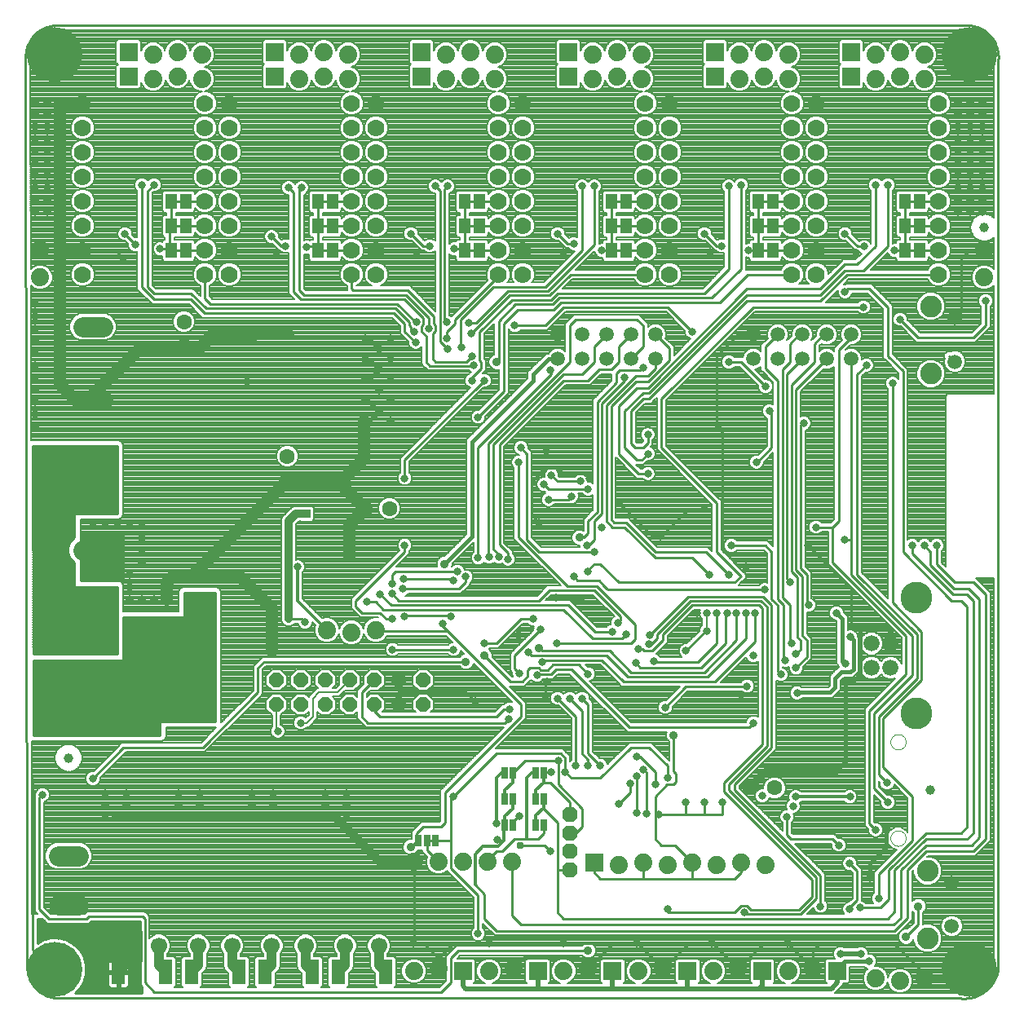
<source format=gbl>
G75*
G70*
%OFA0B0*%
%FSLAX24Y24*%
%IPPOS*%
%LPD*%
%AMOC8*
5,1,8,0,0,1.08239X$1,22.5*
%
%ADD10C,0.0100*%
%ADD11C,0.0660*%
%ADD12C,0.1300*%
%ADD13R,0.0250X0.0500*%
%ADD14OC8,0.0630*%
%ADD15C,0.0630*%
%ADD16C,0.0594*%
%ADD17C,0.0886*%
%ADD18C,0.0740*%
%ADD19C,0.0000*%
%ADD20R,0.0740X0.0740*%
%ADD21C,0.0700*%
%ADD22R,0.0460X0.0630*%
%ADD23C,0.0825*%
%ADD24C,0.0669*%
%ADD25R,0.0571X0.1024*%
%ADD26OC8,0.0600*%
%ADD27C,0.0394*%
%ADD28C,0.0317*%
%ADD29C,0.0240*%
%ADD30C,0.2250*%
%ADD31C,0.0400*%
%ADD32C,0.0160*%
%ADD33C,0.0500*%
%ADD34C,0.0080*%
%ADD35C,0.0200*%
%ADD36C,0.0320*%
%ADD37C,0.0120*%
%ADD38C,0.0356*%
%ADD39R,0.0356X0.0356*%
%ADD40C,0.0310*%
D10*
X002393Y001821D02*
X002330Y038999D01*
X002331Y038998D02*
X002328Y039067D01*
X002329Y039135D01*
X002334Y039203D01*
X002343Y039271D01*
X002355Y039339D01*
X002371Y039405D01*
X002390Y039471D01*
X002413Y039535D01*
X002440Y039599D01*
X002470Y039660D01*
X002503Y039720D01*
X002539Y039778D01*
X002578Y039834D01*
X002621Y039888D01*
X002666Y039939D01*
X002714Y039988D01*
X002764Y040034D01*
X002817Y040078D01*
X002873Y040118D01*
X002930Y040156D01*
X002989Y040190D01*
X003050Y040221D01*
X003113Y040249D01*
X003177Y040273D01*
X003242Y040294D01*
X003308Y040311D01*
X003375Y040324D01*
X003443Y040334D01*
X003511Y040340D01*
X003511Y040341D02*
X040913Y040341D01*
X040983Y040333D01*
X041052Y040321D01*
X041121Y040306D01*
X041188Y040287D01*
X041255Y040264D01*
X041320Y040238D01*
X041384Y040208D01*
X041446Y040175D01*
X041506Y040138D01*
X041564Y040098D01*
X041619Y040056D01*
X041673Y040010D01*
X041724Y039961D01*
X041772Y039910D01*
X041817Y039856D01*
X041859Y039800D01*
X041898Y039741D01*
X041934Y039681D01*
X041967Y039619D01*
X041996Y039555D01*
X042022Y039489D01*
X042044Y039423D01*
X042062Y039355D01*
X042077Y039286D01*
X042088Y039217D01*
X042095Y039147D01*
X042099Y039077D01*
X042098Y039006D01*
X042094Y038936D01*
X042094Y001759D01*
X040913Y001759D02*
X040532Y001378D01*
X039080Y001378D01*
X039080Y001578D01*
X037830Y002828D01*
X034830Y002828D01*
X034517Y002514D01*
X034517Y001784D01*
X033486Y002814D01*
X033486Y002828D02*
X032498Y002828D01*
X031454Y001784D01*
X030410Y002828D01*
X030393Y002828D02*
X029436Y002828D01*
X028393Y001784D01*
X027349Y002828D01*
X027299Y002828D02*
X026373Y002828D01*
X026351Y002806D01*
X026330Y002828D01*
X024299Y002828D01*
X021268Y002828D01*
X019830Y002828D01*
X019204Y002202D01*
X018578Y002828D01*
X018174Y002828D01*
X018208Y002862D01*
X018208Y006150D01*
X018066Y006747D02*
X018316Y006997D01*
X018316Y007314D01*
X018580Y007578D01*
X019330Y007578D01*
X019486Y007734D01*
X019486Y008984D01*
X022580Y012078D01*
X022580Y012578D01*
X019580Y015578D01*
X019393Y015765D01*
X019393Y015890D01*
X019580Y015578D02*
X016693Y015578D01*
X016643Y015628D01*
X017080Y016078D02*
X017330Y016078D01*
X017080Y016078D02*
X016830Y016328D01*
X016080Y016328D01*
X015830Y016578D01*
X015830Y016828D01*
X017830Y018828D01*
X017830Y019078D01*
X017455Y018015D02*
X017330Y017890D01*
X017330Y017515D01*
X017299Y017109D02*
X017580Y016828D01*
X023314Y016828D01*
X023736Y017249D01*
X025596Y017249D01*
X026658Y016187D01*
X026658Y016031D01*
X026533Y015906D01*
X026299Y015546D02*
X025611Y015546D01*
X024518Y016640D01*
X017268Y016640D01*
X016830Y017078D01*
X016643Y016765D02*
X016955Y016453D01*
X024330Y016453D01*
X025518Y015265D01*
X026705Y015265D01*
X026893Y015453D01*
X027236Y015234D02*
X027236Y015859D01*
X025674Y017421D01*
X024486Y017421D01*
X022486Y019421D01*
X022486Y022484D01*
X022830Y022828D02*
X022580Y023078D01*
X022830Y022828D02*
X022830Y019328D01*
X023330Y018828D01*
X025580Y018828D01*
X025346Y019093D02*
X025580Y019328D01*
X025580Y020078D01*
X025893Y020390D01*
X025893Y024890D01*
X026799Y025796D01*
X026799Y025953D01*
X026611Y026234D02*
X027455Y026234D01*
X027580Y026359D01*
X027768Y026015D02*
X027268Y026015D01*
X026080Y024828D01*
X026080Y020078D01*
X026330Y019828D01*
X026830Y019828D01*
X028080Y018578D01*
X029580Y018578D01*
X030268Y017890D01*
X031080Y017890D02*
X030143Y018828D01*
X028080Y018828D01*
X026893Y020015D01*
X026393Y020015D01*
X026268Y020140D01*
X026268Y024765D01*
X027268Y025765D01*
X027768Y025765D01*
X028643Y026640D01*
X028643Y027140D01*
X028080Y027703D01*
X027580Y028078D02*
X027580Y027203D01*
X027080Y026703D01*
X026580Y026578D02*
X026268Y026265D01*
X025768Y026265D01*
X025330Y025828D01*
X024330Y025828D01*
X021705Y023203D01*
X021705Y019109D01*
X022049Y018765D01*
X022049Y018515D01*
X021674Y018609D02*
X021674Y018703D01*
X021455Y018921D01*
X021455Y023203D01*
X024330Y026078D01*
X025080Y026078D01*
X025580Y026578D01*
X025580Y027203D01*
X026080Y027703D01*
X026580Y027203D02*
X027080Y027703D01*
X027580Y028078D02*
X027330Y028328D01*
X024830Y028328D01*
X024580Y028078D01*
X024580Y026578D01*
X021236Y023234D01*
X021236Y018640D01*
X021268Y018609D01*
X020830Y018578D02*
X020830Y023078D01*
X023830Y026078D01*
X023830Y026171D01*
X023768Y026234D01*
X023580Y028078D02*
X022330Y028078D01*
X021877Y028140D02*
X021877Y025374D01*
X020830Y024328D01*
X020580Y025828D02*
X020580Y025953D01*
X020955Y026328D01*
X020955Y026578D01*
X020893Y026640D01*
X020893Y027812D01*
X022205Y029124D01*
X023814Y029124D01*
X024080Y029390D01*
X030080Y029390D01*
X031080Y030390D01*
X031080Y033765D01*
X031580Y033828D02*
X031580Y030390D01*
X030393Y029203D01*
X024143Y029203D01*
X023877Y028937D01*
X022361Y028937D01*
X021674Y028249D01*
X021674Y026671D01*
X021580Y026578D01*
X021080Y025828D02*
X017830Y022578D01*
X017830Y021828D01*
X017455Y018015D02*
X019986Y018015D01*
X019768Y017703D02*
X017768Y017703D01*
X017736Y017296D02*
X020049Y017296D01*
X020330Y017578D01*
X020330Y017796D01*
X019830Y017640D02*
X019768Y017703D01*
X019674Y016203D02*
X017861Y016203D01*
X017830Y016171D01*
X016643Y016765D02*
X016268Y016765D01*
X017330Y014828D02*
X019830Y014828D01*
X020330Y014328D02*
X012080Y014328D01*
X011830Y014078D01*
X011830Y013078D01*
X009580Y010828D01*
X006330Y010828D01*
X006330Y010796D01*
X005080Y009546D01*
X003018Y008890D02*
X002893Y008765D01*
X002893Y004203D01*
X003268Y003828D01*
X004830Y003828D01*
X004924Y003921D01*
X007111Y003921D01*
X007205Y003828D01*
X007205Y001203D01*
X007580Y000828D01*
X019330Y000828D01*
X019705Y001203D01*
X019705Y002203D01*
X020018Y002515D01*
X025330Y002515D01*
X024893Y002265D02*
X022748Y002265D01*
X022267Y001784D01*
X021580Y003328D02*
X021080Y003828D01*
X021080Y004828D01*
X020705Y005203D01*
X020830Y004765D02*
X020830Y003203D01*
X021580Y003328D02*
X037861Y003328D01*
X038393Y003859D01*
X038393Y005828D01*
X039143Y006578D01*
X041080Y006578D01*
X041580Y007078D01*
X041580Y017078D01*
X041080Y017578D01*
X040299Y017578D01*
X039580Y018296D01*
X039580Y019078D01*
X039330Y018828D02*
X039080Y019078D01*
X039330Y018828D02*
X039330Y018265D01*
X040268Y017328D01*
X040893Y017328D01*
X041330Y016890D01*
X041330Y007140D01*
X041018Y006828D01*
X039143Y006828D01*
X038111Y005796D01*
X038111Y003859D01*
X037830Y003578D01*
X022580Y003578D01*
X022208Y003950D01*
X022208Y006150D01*
X021830Y006578D02*
X022330Y007078D01*
X022830Y007078D01*
X023268Y007078D01*
X023508Y007318D01*
X023508Y007650D01*
X024080Y007734D02*
X023503Y008311D01*
X023503Y008359D01*
X024080Y007734D02*
X024080Y005828D01*
X024580Y005828D01*
X024080Y005828D02*
X024080Y004078D01*
X024330Y003828D01*
X037580Y003828D01*
X037861Y004109D01*
X037861Y005796D01*
X039143Y007078D01*
X040830Y007078D01*
X041080Y007328D01*
X041080Y016828D01*
X040830Y017078D01*
X040236Y017078D01*
X038580Y018734D01*
X038580Y019078D01*
X038205Y018796D02*
X038205Y026203D01*
X037580Y026828D01*
X037580Y028828D01*
X036830Y029578D01*
X035955Y029578D01*
X035830Y029453D01*
X035911Y030159D02*
X034830Y029078D01*
X031830Y029078D01*
X027830Y025078D01*
X027580Y025078D01*
X027080Y024578D01*
X027080Y023234D01*
X027236Y023078D01*
X027580Y023078D01*
X027768Y023265D01*
X027768Y023609D01*
X028330Y023078D02*
X030580Y020828D01*
X030580Y018828D01*
X031580Y017828D01*
X031330Y017578D01*
X026580Y017578D01*
X025830Y018328D01*
X025580Y018328D01*
X025330Y018078D01*
X025330Y018015D01*
X024893Y017640D02*
X024736Y017796D01*
X024893Y017640D02*
X025768Y017640D01*
X025955Y017453D01*
X026080Y017328D01*
X026143Y017265D01*
X032549Y017265D01*
X032486Y016984D02*
X032830Y016640D01*
X032830Y010828D01*
X031330Y009328D01*
X031330Y009078D01*
X034830Y005578D01*
X034830Y004328D01*
X034658Y004656D02*
X034002Y003999D01*
X031783Y003999D01*
X031783Y004015D01*
X031705Y004093D01*
X031596Y004359D02*
X031314Y004078D01*
X028580Y004078D01*
X028580Y004203D01*
X027580Y005453D02*
X029580Y005453D01*
X031330Y005453D01*
X031580Y005703D01*
X031580Y006128D01*
X030830Y008078D02*
X030080Y008078D01*
X029330Y008078D01*
X028205Y008078D01*
X028080Y008078D01*
X028080Y007078D01*
X028330Y006828D01*
X028880Y006828D01*
X029580Y006128D01*
X029580Y005453D01*
X027580Y005453D02*
X027580Y006128D01*
X027580Y005453D02*
X025830Y005453D01*
X025580Y005703D01*
X025580Y006128D01*
X024830Y007328D02*
X024580Y007328D01*
X024830Y007328D02*
X025080Y007578D01*
X025080Y008328D01*
X024111Y009296D01*
X024111Y010265D01*
X022737Y010265D01*
X022248Y009776D01*
X021580Y010578D02*
X024205Y010578D01*
X024393Y010390D01*
X024393Y009828D01*
X024643Y009578D01*
X025830Y009578D01*
X027080Y010828D01*
X027830Y010828D01*
X028580Y010078D01*
X028580Y009578D01*
X028549Y009296D02*
X028080Y008828D01*
X028080Y008078D01*
X027705Y008109D02*
X027705Y009796D01*
X027580Y009921D01*
X027330Y009640D02*
X027330Y008140D01*
X026580Y008515D02*
X027049Y008984D01*
X027049Y009359D01*
X025830Y010078D02*
X025330Y010578D01*
X025330Y012578D01*
X025080Y012828D01*
X025080Y012328D02*
X024580Y012828D01*
X024080Y012828D02*
X024830Y012078D01*
X024830Y010078D01*
X025080Y010578D02*
X025080Y012328D01*
X025330Y013828D02*
X024955Y014203D01*
X023893Y014203D01*
X023674Y013984D01*
X023393Y013984D01*
X023299Y014078D01*
X022955Y014078D01*
X022861Y013984D01*
X022861Y013734D01*
X022643Y013515D01*
X022143Y013515D01*
X021080Y014578D01*
X021393Y014265D01*
X021580Y015078D02*
X021080Y015078D01*
X020955Y015078D01*
X021580Y015078D02*
X022580Y016078D01*
X023080Y016078D01*
X023393Y015640D02*
X022330Y014578D01*
X022330Y014046D01*
X022518Y013859D01*
X023018Y014578D02*
X022893Y014703D01*
X023018Y014578D02*
X026080Y014578D01*
X026955Y013703D01*
X030205Y013703D01*
X031768Y015265D01*
X031768Y016328D01*
X032143Y016328D02*
X032143Y015140D01*
X030518Y013515D01*
X026768Y013515D01*
X025893Y014390D01*
X023549Y014390D01*
X023455Y014296D01*
X023455Y014765D02*
X023330Y014890D01*
X023455Y014765D02*
X026205Y014765D01*
X027080Y013890D01*
X030080Y013890D01*
X031393Y015203D01*
X031393Y016328D01*
X031002Y016328D02*
X030955Y016281D01*
X030955Y015078D01*
X029955Y014078D01*
X027455Y014078D01*
X027268Y014265D01*
X027393Y014859D02*
X027533Y014859D01*
X027627Y014765D01*
X027955Y014765D01*
X028393Y015203D01*
X028393Y015453D01*
X029580Y016640D01*
X032330Y016640D01*
X032455Y016515D01*
X032455Y010953D01*
X030893Y009390D01*
X030893Y008999D01*
X034486Y005406D01*
X034486Y004718D01*
X033955Y004187D01*
X031986Y004187D01*
X031814Y004359D01*
X031596Y004359D01*
X034658Y004656D02*
X034658Y005499D01*
X031080Y009078D01*
X031080Y009328D01*
X032643Y010890D01*
X032643Y016562D01*
X032393Y016812D01*
X029502Y016812D01*
X028143Y015453D01*
X028143Y015265D01*
X027924Y015046D01*
X027830Y015046D01*
X027861Y015421D02*
X029424Y016984D01*
X032486Y016984D01*
X032830Y016890D02*
X033080Y016640D01*
X033080Y013921D01*
X033205Y013796D01*
X033330Y014390D02*
X033393Y014390D01*
X033330Y014390D02*
X033330Y016640D01*
X033080Y016890D01*
X033080Y025828D01*
X032580Y026328D01*
X032580Y027203D01*
X033080Y027703D01*
X033580Y027328D02*
X033580Y026578D01*
X033268Y026265D01*
X033268Y016953D01*
X033580Y016640D01*
X033580Y015140D01*
X033643Y015078D01*
X033893Y015328D02*
X034018Y015203D01*
X034018Y014828D01*
X033830Y014640D01*
X034268Y014515D02*
X033830Y014078D01*
X034268Y014515D02*
X034268Y015203D01*
X034080Y015390D01*
X034080Y017828D01*
X033830Y018078D01*
X033830Y025453D01*
X035080Y026703D01*
X035580Y027078D02*
X035580Y020078D01*
X035330Y019828D01*
X034643Y019828D01*
X035330Y019828D02*
X035330Y018390D01*
X038330Y015390D01*
X038330Y013828D01*
X036830Y012328D01*
X036830Y007703D01*
X037080Y007453D01*
X037580Y008578D02*
X037268Y008890D01*
X037018Y009140D02*
X037580Y008578D01*
X037545Y009362D02*
X037205Y009703D01*
X037205Y012078D01*
X038768Y013640D01*
X038768Y015453D01*
X036330Y017890D01*
X036330Y026078D01*
X036705Y026453D01*
X036080Y026703D02*
X036080Y019328D01*
X035830Y019328D01*
X036080Y019328D02*
X036080Y017890D01*
X038580Y015390D01*
X038580Y013765D01*
X037018Y012203D01*
X037018Y009140D01*
X037455Y009453D02*
X037545Y009362D01*
X037393Y010015D02*
X038580Y008828D01*
X038580Y007015D01*
X037205Y005640D01*
X037205Y004640D01*
X037268Y004265D02*
X036455Y004265D01*
X036330Y004578D02*
X036330Y005765D01*
X036018Y006078D01*
X035580Y006828D02*
X035330Y007078D01*
X033621Y007078D01*
X033458Y007240D01*
X033458Y007990D01*
X030830Y008078D02*
X030830Y008578D01*
X030080Y008578D02*
X030080Y008078D01*
X029330Y008078D02*
X029330Y008578D01*
X028799Y009296D02*
X028924Y009421D01*
X028924Y009749D01*
X028830Y009843D01*
X028830Y011328D01*
X028481Y012461D02*
X029316Y013296D01*
X031799Y013296D01*
X031830Y013328D01*
X032096Y011828D02*
X031908Y011640D01*
X027018Y011640D01*
X024643Y014015D01*
X024018Y014015D01*
X023799Y013796D01*
X023268Y013796D01*
X023236Y013765D01*
X023580Y013453D02*
X023643Y013515D01*
X023580Y013453D02*
X023580Y012828D01*
X025205Y013953D02*
X025330Y013828D01*
X024049Y015078D02*
X027080Y015078D01*
X027236Y015234D01*
X028018Y014359D02*
X028049Y014328D01*
X029830Y014328D01*
X030580Y015078D01*
X030580Y016328D01*
X030174Y015578D02*
X030143Y015578D01*
X029330Y014765D01*
X032830Y016890D02*
X032830Y018828D01*
X032580Y019078D01*
X031174Y019078D01*
X030830Y018890D02*
X030830Y023703D01*
X030643Y023890D01*
X030580Y023953D01*
X030580Y026828D01*
X031455Y027703D01*
X032080Y027703D01*
X031580Y026578D02*
X031080Y026578D01*
X031580Y026578D02*
X032580Y025578D01*
X033455Y026078D02*
X033455Y017703D01*
X033580Y017578D01*
X033893Y017765D02*
X033643Y018015D01*
X033643Y025640D01*
X034580Y026578D01*
X034580Y027328D01*
X034955Y027703D01*
X035080Y027703D01*
X035580Y027078D02*
X036080Y027578D01*
X036080Y027703D01*
X036580Y028828D02*
X032080Y028828D01*
X028330Y025078D01*
X028330Y023078D01*
X027768Y022828D02*
X027518Y022578D01*
X027330Y022578D01*
X026830Y023078D01*
X026830Y024578D01*
X027580Y025328D01*
X027830Y025328D01*
X031830Y029328D01*
X034830Y029328D01*
X035830Y030328D01*
X036580Y030328D01*
X037580Y031328D01*
X037580Y033828D01*
X037080Y033828D02*
X037080Y031328D01*
X036330Y030578D01*
X035830Y030578D01*
X034830Y029578D01*
X031830Y029578D01*
X027768Y025515D01*
X027330Y025515D01*
X026580Y024765D01*
X026580Y022828D01*
X027393Y022015D01*
X027768Y022015D01*
X026580Y020828D02*
X027978Y019429D01*
X028284Y019429D01*
X029432Y020578D01*
X030080Y020578D01*
X030830Y018890D02*
X031518Y018203D01*
X031768Y018203D01*
X033893Y017765D02*
X033893Y015328D01*
X034361Y016640D02*
X034268Y016734D01*
X034268Y017890D01*
X034018Y018140D01*
X034018Y024015D01*
X034080Y024078D01*
X034143Y024078D01*
X032830Y024484D02*
X032830Y023078D01*
X032236Y022484D01*
X032205Y022484D01*
X032830Y024484D02*
X032736Y024578D01*
X033455Y026078D02*
X034080Y026703D01*
X033580Y027328D02*
X033955Y027703D01*
X034080Y027703D01*
X033658Y030159D02*
X031849Y030159D01*
X030705Y029015D01*
X024205Y029015D01*
X023908Y028718D01*
X022455Y028718D01*
X021877Y028140D01*
X022127Y029296D02*
X020564Y027734D01*
X020549Y027734D01*
X020455Y028171D02*
X020736Y028171D01*
X022033Y029468D01*
X023674Y029468D01*
X025580Y031374D01*
X025580Y033765D01*
X025080Y033765D02*
X025080Y031140D01*
X023580Y029640D01*
X021455Y029640D01*
X020111Y028296D01*
X020111Y027203D01*
X020143Y027171D01*
X020580Y026828D02*
X020346Y026593D01*
X019096Y026593D01*
X018986Y026703D01*
X018986Y027734D01*
X019096Y027843D01*
X019096Y028062D01*
X019018Y028140D01*
X019018Y028453D01*
X017955Y029515D01*
X015705Y029515D01*
X015658Y029562D01*
X015658Y030159D01*
X015639Y031140D02*
X014880Y031140D01*
X014955Y031140D02*
X014205Y031140D01*
X014280Y031140D02*
X014218Y031328D01*
X013893Y031328D01*
X013830Y031265D01*
X014280Y031140D02*
X014280Y032140D01*
X014280Y033140D01*
X014205Y033140D02*
X014955Y033140D01*
X014880Y033140D02*
X015639Y033140D01*
X015658Y033159D01*
X015658Y032159D02*
X015639Y032140D01*
X014880Y032140D01*
X014955Y032140D02*
X014205Y032140D01*
X012955Y031328D02*
X012768Y031328D01*
X012393Y031703D01*
X012580Y031078D02*
X010739Y031078D01*
X010658Y031159D01*
X009661Y031159D02*
X009643Y031140D01*
X008880Y031140D01*
X008955Y031140D02*
X008205Y031140D01*
X008218Y031203D02*
X008218Y032078D01*
X008280Y032140D01*
X008280Y033140D01*
X008205Y033140D02*
X008955Y033140D01*
X008899Y033159D02*
X009661Y033159D01*
X008899Y033159D02*
X008880Y033140D01*
X008899Y032159D02*
X009661Y032159D01*
X008955Y032140D02*
X008205Y032140D01*
X008880Y032140D02*
X008899Y032159D01*
X008218Y031203D02*
X008280Y031140D01*
X008218Y031203D02*
X007830Y031203D01*
X006799Y031390D02*
X006393Y031796D01*
X006393Y031828D01*
X006018Y031140D02*
X006330Y030828D01*
X006018Y031140D02*
X004680Y031140D01*
X003724Y031078D02*
X003622Y031179D01*
X002924Y031179D01*
X007080Y029640D02*
X007580Y029140D01*
X009080Y029140D01*
X009643Y028578D01*
X017393Y028578D01*
X017830Y028140D01*
X017830Y027828D01*
X018268Y027390D01*
X018205Y027828D02*
X018143Y027828D01*
X018080Y027890D01*
X018080Y028015D01*
X018018Y028078D01*
X018018Y028203D01*
X017455Y028765D01*
X009705Y028765D01*
X009080Y029390D01*
X007580Y029390D01*
X007330Y029640D01*
X007330Y033578D01*
X007580Y033828D01*
X007080Y033828D02*
X007080Y029640D01*
X009661Y029184D02*
X009893Y028953D01*
X017518Y028953D01*
X018268Y028203D01*
X018299Y028203D01*
X018518Y028046D02*
X018518Y027828D01*
X018705Y027640D01*
X018705Y026578D01*
X018861Y026421D01*
X020611Y026421D01*
X020643Y026453D01*
X019580Y027109D02*
X019268Y027421D01*
X019268Y033578D01*
X019080Y033765D01*
X019455Y033640D02*
X019580Y033765D01*
X019455Y033640D02*
X019455Y028203D01*
X019549Y028203D01*
X019893Y028140D02*
X019893Y028328D01*
X021724Y030159D01*
X021658Y030159D01*
X021639Y031140D02*
X020880Y031140D01*
X020955Y031140D02*
X020205Y031140D01*
X020218Y031203D02*
X020280Y031140D01*
X020280Y032140D01*
X020280Y033140D01*
X020205Y033140D02*
X020955Y033140D01*
X020880Y033140D02*
X021639Y033140D01*
X021658Y033159D01*
X021658Y032159D02*
X021639Y032140D01*
X020880Y032140D01*
X020955Y032140D02*
X020205Y032140D01*
X020218Y031203D02*
X019861Y031203D01*
X018861Y031328D02*
X018580Y031328D01*
X018080Y031828D01*
X018124Y031159D02*
X018330Y030953D01*
X018124Y031159D02*
X016658Y031159D01*
X015658Y031159D02*
X015639Y031140D01*
X013705Y029328D02*
X017893Y029328D01*
X018830Y028390D01*
X018830Y027984D01*
X018799Y027953D01*
X018580Y028109D02*
X018580Y028390D01*
X017830Y029140D01*
X013580Y029140D01*
X013268Y029453D01*
X013268Y033515D01*
X013080Y033703D01*
X013518Y033609D02*
X013611Y033703D01*
X013518Y033609D02*
X013518Y029515D01*
X013705Y029328D01*
X009661Y029184D02*
X009661Y030159D01*
X006080Y023140D02*
X002617Y023140D01*
X002631Y014650D01*
X006070Y014650D01*
X006070Y016192D01*
X006080Y016216D01*
X006080Y017390D01*
X004330Y017390D01*
X004330Y018356D01*
X004315Y018362D01*
X004140Y018537D01*
X004045Y018766D01*
X004045Y019014D01*
X004140Y019243D01*
X004315Y019418D01*
X004330Y019424D01*
X004330Y020390D01*
X006080Y020390D01*
X006080Y023140D01*
X006080Y023134D02*
X002617Y023134D01*
X002617Y023036D02*
X006080Y023036D01*
X006080Y022937D02*
X002617Y022937D01*
X002617Y022839D02*
X006080Y022839D01*
X006080Y022740D02*
X002617Y022740D01*
X002617Y022642D02*
X006080Y022642D01*
X006080Y022543D02*
X002618Y022543D01*
X002618Y022445D02*
X006080Y022445D01*
X006080Y022346D02*
X002618Y022346D01*
X002618Y022248D02*
X006080Y022248D01*
X006080Y022149D02*
X002618Y022149D01*
X002618Y022051D02*
X006080Y022051D01*
X006080Y021952D02*
X002619Y021952D01*
X002619Y021854D02*
X006080Y021854D01*
X006080Y021755D02*
X002619Y021755D01*
X002619Y021657D02*
X006080Y021657D01*
X006080Y021558D02*
X002619Y021558D01*
X002619Y021460D02*
X006080Y021460D01*
X006080Y021361D02*
X002620Y021361D01*
X002620Y021263D02*
X006080Y021263D01*
X006080Y021164D02*
X002620Y021164D01*
X002620Y021066D02*
X006080Y021066D01*
X006080Y020967D02*
X002620Y020967D01*
X002620Y020869D02*
X006080Y020869D01*
X006080Y020770D02*
X002621Y020770D01*
X002621Y020672D02*
X006080Y020672D01*
X006080Y020573D02*
X002621Y020573D01*
X002621Y020475D02*
X006080Y020475D01*
X006330Y019640D02*
X004590Y019640D01*
X004590Y017650D01*
X006132Y017650D01*
X006156Y017640D01*
X006330Y017640D01*
X006330Y019640D01*
X006330Y019588D02*
X004590Y019588D01*
X004590Y019490D02*
X006330Y019490D01*
X006330Y019391D02*
X004590Y019391D01*
X004590Y019293D02*
X006330Y019293D01*
X006330Y019194D02*
X004590Y019194D01*
X004590Y019096D02*
X006330Y019096D01*
X006330Y018997D02*
X004590Y018997D01*
X004590Y018899D02*
X006330Y018899D01*
X006330Y018800D02*
X004590Y018800D01*
X004590Y018702D02*
X006330Y018702D01*
X006330Y018603D02*
X004590Y018603D01*
X004590Y018505D02*
X006330Y018505D01*
X006330Y018406D02*
X004590Y018406D01*
X004590Y018308D02*
X006330Y018308D01*
X006330Y018209D02*
X004590Y018209D01*
X004590Y018111D02*
X006330Y018111D01*
X006330Y018012D02*
X004590Y018012D01*
X004590Y017914D02*
X006330Y017914D01*
X006330Y017815D02*
X004590Y017815D01*
X004590Y017717D02*
X006330Y017717D01*
X006080Y017323D02*
X002626Y017323D01*
X002626Y017421D02*
X004330Y017421D01*
X004330Y017520D02*
X002626Y017520D01*
X002626Y017618D02*
X004330Y017618D01*
X004330Y017717D02*
X002626Y017717D01*
X002626Y017815D02*
X004330Y017815D01*
X004330Y017914D02*
X002625Y017914D01*
X002625Y018012D02*
X004330Y018012D01*
X004330Y018111D02*
X002625Y018111D01*
X002625Y018209D02*
X004330Y018209D01*
X004330Y018308D02*
X002625Y018308D01*
X002625Y018406D02*
X004271Y018406D01*
X004173Y018505D02*
X002624Y018505D01*
X002624Y018603D02*
X004113Y018603D01*
X004072Y018702D02*
X002624Y018702D01*
X002624Y018800D02*
X004045Y018800D01*
X004045Y018899D02*
X002624Y018899D01*
X002624Y018997D02*
X004045Y018997D01*
X004079Y019096D02*
X002623Y019096D01*
X002623Y019194D02*
X004120Y019194D01*
X004190Y019293D02*
X002623Y019293D01*
X002623Y019391D02*
X004288Y019391D01*
X004330Y019490D02*
X002623Y019490D01*
X002623Y019588D02*
X004330Y019588D01*
X004330Y019687D02*
X002622Y019687D01*
X002622Y019785D02*
X004330Y019785D01*
X004330Y019884D02*
X002622Y019884D01*
X002622Y019982D02*
X004330Y019982D01*
X004330Y020081D02*
X002622Y020081D01*
X002622Y020179D02*
X004330Y020179D01*
X004330Y020278D02*
X002621Y020278D01*
X002621Y020376D02*
X004330Y020376D01*
X002627Y017224D02*
X006080Y017224D01*
X006080Y017126D02*
X002627Y017126D01*
X002627Y017027D02*
X006080Y017027D01*
X006080Y016929D02*
X002627Y016929D01*
X002627Y016830D02*
X006080Y016830D01*
X006080Y016732D02*
X002627Y016732D01*
X002628Y016633D02*
X006080Y016633D01*
X006080Y016535D02*
X002628Y016535D01*
X002628Y016436D02*
X006080Y016436D01*
X006080Y016338D02*
X002628Y016338D01*
X002628Y016239D02*
X006080Y016239D01*
X006070Y016141D02*
X002628Y016141D01*
X002629Y016042D02*
X006070Y016042D01*
X006070Y015944D02*
X002629Y015944D01*
X002629Y015845D02*
X006070Y015845D01*
X006070Y015747D02*
X002629Y015747D01*
X002629Y015648D02*
X006070Y015648D01*
X006070Y015550D02*
X002629Y015550D01*
X002630Y015451D02*
X006070Y015451D01*
X006070Y015353D02*
X002630Y015353D01*
X002630Y015254D02*
X006070Y015254D01*
X006070Y015156D02*
X002630Y015156D01*
X002630Y015057D02*
X006070Y015057D01*
X006070Y014959D02*
X002630Y014959D01*
X002631Y014860D02*
X006070Y014860D01*
X006070Y014762D02*
X002631Y014762D01*
X002631Y014663D02*
X006070Y014663D01*
X006330Y014663D02*
X010080Y014663D01*
X010080Y014565D02*
X006330Y014565D01*
X006330Y014466D02*
X010080Y014466D01*
X010080Y014368D02*
X002631Y014368D01*
X002631Y014390D02*
X006330Y014390D01*
X006330Y016140D01*
X008830Y016140D01*
X008830Y017140D01*
X010080Y017140D01*
X010080Y011890D01*
X007830Y011890D01*
X007830Y011328D01*
X002637Y011328D01*
X002631Y014390D01*
X002632Y014269D02*
X010080Y014269D01*
X010080Y014171D02*
X002632Y014171D01*
X002632Y014072D02*
X010080Y014072D01*
X010080Y013974D02*
X002632Y013974D01*
X002632Y013875D02*
X010080Y013875D01*
X010080Y013777D02*
X002632Y013777D01*
X002633Y013678D02*
X010080Y013678D01*
X010080Y013580D02*
X002633Y013580D01*
X002633Y013481D02*
X010080Y013481D01*
X010080Y013383D02*
X002633Y013383D01*
X002633Y013284D02*
X010080Y013284D01*
X010080Y013186D02*
X002633Y013186D01*
X002634Y013087D02*
X010080Y013087D01*
X010080Y012989D02*
X002634Y012989D01*
X002634Y012890D02*
X010080Y012890D01*
X010080Y012792D02*
X002634Y012792D01*
X002634Y012693D02*
X010080Y012693D01*
X010080Y012595D02*
X002634Y012595D01*
X002635Y012496D02*
X010080Y012496D01*
X010080Y012398D02*
X002635Y012398D01*
X002635Y012299D02*
X010080Y012299D01*
X010080Y012201D02*
X002635Y012201D01*
X002635Y012102D02*
X010080Y012102D01*
X010080Y012004D02*
X002635Y012004D01*
X002636Y011905D02*
X010080Y011905D01*
X007830Y011807D02*
X002636Y011807D01*
X002636Y011708D02*
X007830Y011708D01*
X007830Y011610D02*
X002636Y011610D01*
X002636Y011511D02*
X007830Y011511D01*
X007830Y011413D02*
X002636Y011413D01*
X002611Y009546D02*
X002611Y002546D01*
X003399Y001759D01*
X003511Y001759D01*
X002392Y001821D02*
X002396Y001752D01*
X002403Y001683D01*
X002414Y001615D01*
X002429Y001547D01*
X002447Y001481D01*
X002469Y001415D01*
X002494Y001351D01*
X002523Y001288D01*
X002555Y001227D01*
X002591Y001168D01*
X002630Y001111D01*
X002671Y001056D01*
X002716Y001003D01*
X002763Y000953D01*
X002813Y000905D01*
X002866Y000860D01*
X002921Y000818D01*
X002978Y000779D01*
X003037Y000744D01*
X003098Y000711D01*
X003160Y000682D01*
X003224Y000656D01*
X003290Y000634D01*
X003356Y000615D01*
X003424Y000600D01*
X003492Y000589D01*
X003560Y000581D01*
X003629Y000578D01*
X003698Y000577D01*
X003699Y000578D02*
X040456Y000578D01*
X040457Y000577D02*
X040531Y000567D01*
X040605Y000561D01*
X040680Y000559D01*
X040755Y000561D01*
X040829Y000566D01*
X040904Y000576D01*
X040977Y000589D01*
X041050Y000606D01*
X041122Y000627D01*
X041192Y000652D01*
X041261Y000680D01*
X041329Y000712D01*
X041395Y000748D01*
X041459Y000787D01*
X041520Y000829D01*
X041580Y000874D01*
X041637Y000923D01*
X041691Y000974D01*
X041743Y001028D01*
X041792Y001085D01*
X041837Y001144D01*
X041880Y001205D01*
X041919Y001269D01*
X041955Y001334D01*
X041988Y001402D01*
X042016Y001471D01*
X042042Y001541D01*
X042063Y001613D01*
X042081Y001685D01*
X042095Y001759D01*
X038830Y003578D02*
X038830Y004328D01*
X038830Y003578D02*
X038330Y003078D01*
X037268Y004265D02*
X037611Y004609D01*
X037611Y005796D01*
X039143Y007328D01*
X040580Y007328D01*
X040830Y007578D01*
X040830Y016578D01*
X040580Y016828D01*
X040174Y016828D01*
X038205Y018796D01*
X037768Y016734D02*
X038955Y015546D01*
X038955Y013578D01*
X037393Y012015D01*
X037393Y010015D01*
X036330Y004578D02*
X036018Y004265D01*
X036018Y004203D01*
X028799Y009296D02*
X028549Y009296D01*
X028080Y009328D02*
X028080Y009828D01*
X027455Y010453D01*
X027330Y010453D01*
X025330Y010328D02*
X025330Y010078D01*
X025330Y010328D02*
X025080Y010578D01*
X023830Y009828D02*
X023560Y009828D01*
X023508Y009776D01*
X023508Y009387D02*
X023771Y009387D01*
X024580Y008578D01*
X024580Y008078D01*
X023549Y006796D02*
X023768Y006578D01*
X023549Y006796D02*
X022549Y006796D01*
X021893Y007015D02*
X021643Y007015D01*
X021611Y007046D01*
X021580Y006578D02*
X021830Y006578D01*
X021580Y006578D02*
X021208Y006205D01*
X021208Y006150D01*
X020830Y004765D02*
X019705Y005890D01*
X019705Y007014D01*
X019143Y007014D01*
X019110Y007014D01*
X019093Y006997D01*
X018743Y006997D01*
X018743Y006615D01*
X019208Y006150D01*
X019160Y006997D02*
X019093Y006997D01*
X019143Y007014D02*
X019080Y007078D01*
X018393Y006997D02*
X018316Y006997D01*
X019705Y007014D02*
X019705Y008703D01*
X019830Y008828D01*
X021580Y010578D01*
X021924Y011828D02*
X022080Y011984D01*
X021924Y011828D02*
X016330Y011828D01*
X016080Y012078D01*
X016080Y013078D01*
X016580Y013578D01*
X017580Y013578D02*
X017580Y013078D01*
X020330Y013078D01*
X020705Y012703D01*
X021580Y012078D02*
X021893Y012390D01*
X022111Y012390D01*
X021580Y012078D02*
X016830Y012078D01*
X016580Y012328D01*
X016580Y012578D01*
X017580Y012578D02*
X017580Y013078D01*
X019705Y016171D02*
X019674Y016203D01*
X024018Y016953D02*
X024080Y016890D01*
X025018Y016890D01*
X025268Y019093D02*
X025346Y019093D01*
X025158Y019406D02*
X025330Y019578D01*
X025330Y020078D01*
X025705Y020453D01*
X025705Y024953D01*
X026486Y025734D01*
X026486Y026109D01*
X026611Y026234D01*
X026580Y026578D02*
X026580Y027203D01*
X027768Y026015D02*
X028080Y026328D01*
X028080Y026703D01*
X029580Y027828D02*
X028580Y028828D01*
X024330Y028828D01*
X023580Y028078D01*
X023736Y029296D02*
X022127Y029296D01*
X023736Y029296D02*
X024599Y030159D01*
X027658Y030159D01*
X027639Y031140D02*
X026880Y031140D01*
X026955Y031140D02*
X026205Y031140D01*
X026280Y031140D02*
X025893Y031140D01*
X026280Y031140D02*
X026280Y032140D01*
X026280Y033140D01*
X026205Y033140D02*
X026955Y033140D01*
X026880Y033140D02*
X027639Y033140D01*
X027658Y033159D01*
X027658Y032159D02*
X027639Y032140D01*
X026880Y032140D01*
X026955Y032140D02*
X026205Y032140D01*
X027639Y031140D02*
X027658Y031159D01*
X028658Y031159D02*
X030249Y031159D01*
X030330Y031078D01*
X030580Y031328D02*
X030080Y031828D01*
X030580Y031328D02*
X030768Y031328D01*
X031893Y031140D02*
X032280Y031140D01*
X032280Y032140D01*
X032280Y033140D01*
X032205Y033140D02*
X032955Y033140D01*
X032880Y033140D02*
X033639Y033140D01*
X033658Y033159D01*
X033658Y032159D02*
X033639Y032140D01*
X032880Y032140D01*
X032955Y032140D02*
X032205Y032140D01*
X032205Y031140D02*
X032955Y031140D01*
X032880Y031140D02*
X033639Y031140D01*
X033658Y031159D01*
X034658Y031159D02*
X036155Y031159D01*
X036268Y031046D01*
X036361Y031296D02*
X035830Y031828D01*
X036361Y031296D02*
X036611Y031296D01*
X035911Y030159D02*
X039658Y030159D01*
X039639Y031140D02*
X038880Y031140D01*
X038955Y031140D02*
X038205Y031140D01*
X038280Y031140D02*
X037861Y031140D01*
X038280Y031140D02*
X038280Y032140D01*
X038280Y033140D01*
X038205Y033140D02*
X038955Y033140D01*
X038880Y033140D02*
X039639Y033140D01*
X039658Y033159D01*
X039658Y032159D02*
X039639Y032140D01*
X038880Y032140D01*
X038955Y032140D02*
X038205Y032140D01*
X039639Y031140D02*
X039658Y031159D01*
X040580Y030828D02*
X040580Y028622D01*
X040322Y028364D01*
X041080Y027578D02*
X038830Y027578D01*
X038080Y028328D01*
X040087Y026828D02*
X040322Y026593D01*
X041080Y027578D02*
X041580Y028078D01*
X041580Y029078D01*
X040580Y030828D02*
X040931Y031179D01*
X041518Y031179D01*
X037768Y025703D02*
X037768Y016734D01*
X036079Y017328D02*
X036079Y015770D01*
X036079Y017328D02*
X034330Y019078D01*
X025330Y021390D02*
X023705Y021390D01*
X023518Y021578D01*
X023830Y021953D02*
X024080Y021703D01*
X025018Y021703D01*
X025205Y022015D02*
X024307Y022015D01*
X024080Y022242D01*
X023565Y022242D01*
X023503Y022179D01*
X023018Y021694D01*
X023018Y020328D01*
X023315Y020030D01*
X023315Y020023D01*
X023705Y020953D02*
X024518Y020953D01*
X024643Y021078D01*
X025393Y021828D02*
X025205Y022015D01*
X025158Y019406D02*
X024971Y019406D01*
X019549Y027546D02*
X019549Y027796D01*
X019893Y028140D01*
X018580Y028109D02*
X018518Y028046D01*
X021639Y031140D02*
X021658Y031159D01*
X022658Y031159D02*
X024249Y031159D01*
X024330Y031078D01*
X024486Y031421D02*
X024080Y031828D01*
X024486Y031421D02*
X024736Y031421D01*
X010080Y017126D02*
X008830Y017126D01*
X008830Y017027D02*
X010080Y017027D01*
X010080Y016929D02*
X008830Y016929D01*
X008830Y016830D02*
X010080Y016830D01*
X010080Y016732D02*
X008830Y016732D01*
X008830Y016633D02*
X010080Y016633D01*
X010080Y016535D02*
X008830Y016535D01*
X008830Y016436D02*
X010080Y016436D01*
X010080Y016338D02*
X008830Y016338D01*
X008830Y016239D02*
X010080Y016239D01*
X010080Y016141D02*
X008830Y016141D01*
X010080Y016042D02*
X006330Y016042D01*
X006330Y015944D02*
X010080Y015944D01*
X010080Y015845D02*
X006330Y015845D01*
X006330Y015747D02*
X010080Y015747D01*
X010080Y015648D02*
X006330Y015648D01*
X006330Y015550D02*
X010080Y015550D01*
X010080Y015451D02*
X006330Y015451D01*
X006330Y015353D02*
X010080Y015353D01*
X010080Y015254D02*
X006330Y015254D01*
X006330Y015156D02*
X010080Y015156D01*
X010080Y015057D02*
X006330Y015057D01*
X006330Y014959D02*
X010080Y014959D01*
X010080Y014860D02*
X006330Y014860D01*
X006330Y014762D02*
X010080Y014762D01*
X013080Y016078D02*
X013611Y016078D01*
X013752Y015937D01*
X012580Y011546D02*
X012643Y011484D01*
X007005Y003721D02*
X005007Y003721D01*
X004913Y003628D01*
X003185Y003628D01*
X003068Y003745D01*
X003068Y003745D01*
X002985Y003828D01*
X002811Y003828D01*
X002811Y002827D01*
X003019Y002947D01*
X003343Y003034D01*
X003679Y003034D01*
X004003Y002947D01*
X004294Y002779D01*
X004531Y002541D01*
X004699Y002251D01*
X004786Y001926D01*
X004786Y001591D01*
X004699Y001266D01*
X004531Y000976D01*
X004333Y000777D01*
X007080Y000777D01*
X007080Y001045D01*
X007005Y001120D01*
X007005Y003721D01*
X007005Y003631D02*
X004916Y003631D01*
X005580Y003328D02*
X007045Y003328D01*
X007045Y002078D01*
X005580Y002078D01*
X005580Y003328D01*
X005580Y003237D02*
X007045Y003237D01*
X007005Y003237D02*
X002811Y003237D01*
X002811Y003139D02*
X006135Y003139D01*
X006137Y003140D02*
X006075Y003095D01*
X006021Y003041D01*
X005977Y002980D01*
X005942Y002912D01*
X005918Y002839D01*
X005908Y002776D01*
X006341Y002776D01*
X006341Y003208D01*
X006278Y003198D01*
X006205Y003175D01*
X006137Y003140D01*
X006020Y003040D02*
X002811Y003040D01*
X002811Y002942D02*
X003010Y002942D01*
X002839Y002843D02*
X002811Y002843D01*
X002811Y003336D02*
X007005Y003336D01*
X007005Y003434D02*
X002811Y003434D01*
X002811Y003533D02*
X007005Y003533D01*
X007005Y003139D02*
X006647Y003139D01*
X006645Y003140D02*
X006577Y003175D01*
X006505Y003198D01*
X006441Y003208D01*
X006441Y002776D01*
X006341Y002776D01*
X006341Y002676D01*
X005908Y002676D01*
X005918Y002612D01*
X005942Y002540D01*
X005977Y002472D01*
X006021Y002410D01*
X006075Y002356D01*
X006137Y002311D01*
X006167Y002296D01*
X006167Y001690D01*
X006067Y001690D01*
X006067Y001590D01*
X005682Y001590D01*
X005682Y001108D01*
X005692Y001070D01*
X005712Y001036D01*
X005740Y001008D01*
X005774Y000988D01*
X005812Y000978D01*
X006067Y000978D01*
X006067Y001590D01*
X006167Y001590D01*
X006167Y000978D01*
X006423Y000978D01*
X006461Y000988D01*
X006495Y001008D01*
X006523Y001036D01*
X006543Y001070D01*
X006553Y001108D01*
X006553Y001590D01*
X006167Y001590D01*
X006167Y001690D01*
X006553Y001690D01*
X006553Y002172D01*
X006543Y002210D01*
X006523Y002244D01*
X006512Y002255D01*
X006577Y002276D01*
X006645Y002311D01*
X006707Y002356D01*
X006761Y002410D01*
X006806Y002472D01*
X006840Y002540D01*
X006864Y002612D01*
X006874Y002676D01*
X006441Y002676D01*
X006441Y002776D01*
X006874Y002776D01*
X006864Y002839D01*
X006840Y002912D01*
X006806Y002980D01*
X006761Y003041D01*
X006707Y003095D01*
X006645Y003140D01*
X006762Y003040D02*
X007005Y003040D01*
X007045Y003040D02*
X005580Y003040D01*
X005580Y002942D02*
X007045Y002942D01*
X007005Y002942D02*
X006825Y002942D01*
X006862Y002843D02*
X007005Y002843D01*
X007045Y002843D02*
X005580Y002843D01*
X005580Y002745D02*
X007045Y002745D01*
X007005Y002745D02*
X006441Y002745D01*
X006441Y002843D02*
X006341Y002843D01*
X006341Y002745D02*
X004328Y002745D01*
X004427Y002646D02*
X005913Y002646D01*
X005939Y002548D02*
X004525Y002548D01*
X004585Y002449D02*
X005993Y002449D01*
X006083Y002351D02*
X004642Y002351D01*
X004698Y002252D02*
X005720Y002252D01*
X005712Y002244D02*
X005692Y002210D01*
X005682Y002172D01*
X005682Y001690D01*
X006067Y001690D01*
X006067Y002302D01*
X005812Y002302D01*
X005774Y002292D01*
X005740Y002272D01*
X005712Y002244D01*
X005682Y002154D02*
X004725Y002154D01*
X004752Y002055D02*
X005682Y002055D01*
X005682Y001957D02*
X004778Y001957D01*
X004786Y001858D02*
X005682Y001858D01*
X005682Y001760D02*
X004786Y001760D01*
X004786Y001661D02*
X006067Y001661D01*
X006067Y001563D02*
X006167Y001563D01*
X006167Y001661D02*
X007005Y001661D01*
X007005Y001563D02*
X006553Y001563D01*
X006553Y001464D02*
X007005Y001464D01*
X007005Y001366D02*
X006553Y001366D01*
X006553Y001267D02*
X007005Y001267D01*
X007005Y001169D02*
X006553Y001169D01*
X006542Y001070D02*
X007055Y001070D01*
X007080Y000972D02*
X004527Y000972D01*
X004586Y001070D02*
X005692Y001070D01*
X005682Y001169D02*
X004643Y001169D01*
X004699Y001267D02*
X005682Y001267D01*
X005682Y001366D02*
X004726Y001366D01*
X004752Y001464D02*
X005682Y001464D01*
X005682Y001563D02*
X004779Y001563D01*
X004429Y000873D02*
X007080Y000873D01*
X007005Y001760D02*
X006553Y001760D01*
X006553Y001858D02*
X007005Y001858D01*
X007005Y001957D02*
X006553Y001957D01*
X006553Y002055D02*
X007005Y002055D01*
X007005Y002154D02*
X006553Y002154D01*
X006515Y002252D02*
X007005Y002252D01*
X007045Y002252D02*
X005580Y002252D01*
X005580Y002154D02*
X007045Y002154D01*
X007045Y002351D02*
X005580Y002351D01*
X005580Y002449D02*
X007045Y002449D01*
X007005Y002449D02*
X006789Y002449D01*
X006843Y002548D02*
X007005Y002548D01*
X007045Y002548D02*
X005580Y002548D01*
X005580Y002646D02*
X007045Y002646D01*
X007005Y002646D02*
X006869Y002646D01*
X007005Y002351D02*
X006699Y002351D01*
X006167Y002252D02*
X006067Y002252D01*
X006067Y002154D02*
X006167Y002154D01*
X006167Y002055D02*
X006067Y002055D01*
X006067Y001957D02*
X006167Y001957D01*
X006167Y001858D02*
X006067Y001858D01*
X006067Y001760D02*
X006167Y001760D01*
X006167Y001464D02*
X006067Y001464D01*
X006067Y001366D02*
X006167Y001366D01*
X006167Y001267D02*
X006067Y001267D01*
X006067Y001169D02*
X006167Y001169D01*
X006167Y001070D02*
X006067Y001070D01*
X005920Y002843D02*
X004183Y002843D01*
X004012Y002942D02*
X005957Y002942D01*
X006341Y002942D02*
X006441Y002942D01*
X006441Y003040D02*
X006341Y003040D01*
X006341Y003139D02*
X006441Y003139D01*
X007045Y003139D02*
X005580Y003139D01*
X003181Y003631D02*
X002811Y003631D01*
X002811Y003730D02*
X003083Y003730D01*
X019204Y002202D02*
X019204Y001784D01*
X024893Y002265D02*
X025329Y001828D01*
X025329Y001784D01*
X026351Y002806D01*
D11*
X036913Y014079D03*
X037693Y014079D03*
X037693Y015063D03*
X036913Y015063D03*
D12*
X038763Y016941D03*
X038763Y012201D03*
D13*
X023508Y009776D03*
X023184Y009776D03*
X022248Y009776D03*
X021924Y009776D03*
X021924Y008713D03*
X022248Y008713D03*
X023184Y008713D03*
X023508Y008713D03*
X023508Y007650D03*
X023184Y007650D03*
X022248Y007650D03*
X021924Y007650D03*
X019093Y006997D03*
X018743Y006997D03*
X018393Y006997D03*
D14*
X024580Y007328D03*
X024580Y006578D03*
X024580Y005828D03*
X024580Y008078D03*
X031950Y009165D03*
X016205Y020595D03*
X013026Y021727D03*
X008798Y027223D03*
D15*
X008798Y028223D03*
X013026Y022727D03*
X017205Y020595D03*
X032950Y009165D03*
D16*
X040197Y005286D03*
X040197Y003514D03*
X040322Y026593D03*
X040322Y028364D03*
X036080Y027703D03*
X035080Y027703D03*
X035080Y026703D03*
X036080Y026703D03*
X034080Y026703D03*
X034080Y027703D03*
X033080Y027703D03*
X032080Y027703D03*
X032080Y026703D03*
X033080Y026703D03*
X028080Y026703D03*
X028080Y027703D03*
X027080Y027703D03*
X027080Y026703D03*
X026080Y026703D03*
X026080Y027703D03*
X025080Y027703D03*
X024080Y027703D03*
X024080Y026703D03*
X025080Y026703D03*
D17*
X039338Y026101D03*
X039338Y028857D03*
X039213Y005778D03*
X039213Y003022D03*
D18*
X039080Y001378D03*
X038080Y001278D03*
X037080Y001378D03*
X034517Y001784D03*
X033517Y001684D03*
X031454Y001784D03*
X030454Y001684D03*
X028393Y001784D03*
X027393Y001684D03*
X025329Y001784D03*
X024329Y001684D03*
X022267Y001784D03*
X021267Y001684D03*
X019204Y001784D03*
X018204Y001684D03*
X018208Y006150D03*
X019208Y006150D03*
X020208Y006150D03*
X021208Y006150D03*
X022208Y006150D03*
X026580Y006028D03*
X027580Y006128D03*
X028580Y006028D03*
X029580Y006128D03*
X030580Y006028D03*
X031580Y006128D03*
X032580Y006028D03*
X016643Y015628D03*
X015643Y015528D03*
X014643Y015628D03*
X002924Y030039D03*
X002924Y031179D03*
X007536Y038153D03*
X007536Y039153D03*
X008536Y039253D03*
X009536Y039153D03*
X009536Y038153D03*
X008536Y038253D03*
X013518Y038153D03*
X014518Y038253D03*
X015518Y038153D03*
X015518Y039153D03*
X014518Y039253D03*
X013518Y039153D03*
X019518Y039153D03*
X019518Y038153D03*
X020518Y038253D03*
X021518Y038153D03*
X021518Y039153D03*
X020518Y039253D03*
X025518Y039153D03*
X026518Y039253D03*
X027518Y039153D03*
X027518Y038153D03*
X026518Y038253D03*
X025518Y038153D03*
X031518Y038153D03*
X032518Y038253D03*
X033518Y038153D03*
X033518Y039153D03*
X032518Y039253D03*
X031518Y039153D03*
X037080Y039153D03*
X038080Y039253D03*
X038080Y038253D03*
X037080Y038153D03*
X039080Y038153D03*
X039080Y039153D03*
X041518Y031179D03*
X041518Y030039D03*
D19*
X037684Y011046D02*
X037686Y011081D01*
X037692Y011116D01*
X037702Y011150D01*
X037715Y011183D01*
X037732Y011214D01*
X037753Y011242D01*
X037776Y011269D01*
X037803Y011292D01*
X037831Y011313D01*
X037862Y011330D01*
X037895Y011343D01*
X037929Y011353D01*
X037964Y011359D01*
X037999Y011361D01*
X038034Y011359D01*
X038069Y011353D01*
X038103Y011343D01*
X038136Y011330D01*
X038167Y011313D01*
X038195Y011292D01*
X038222Y011269D01*
X038245Y011242D01*
X038266Y011214D01*
X038283Y011183D01*
X038296Y011150D01*
X038306Y011116D01*
X038312Y011081D01*
X038314Y011046D01*
X038312Y011011D01*
X038306Y010976D01*
X038296Y010942D01*
X038283Y010909D01*
X038266Y010878D01*
X038245Y010850D01*
X038222Y010823D01*
X038195Y010800D01*
X038167Y010779D01*
X038136Y010762D01*
X038103Y010749D01*
X038069Y010739D01*
X038034Y010733D01*
X037999Y010731D01*
X037964Y010733D01*
X037929Y010739D01*
X037895Y010749D01*
X037862Y010762D01*
X037831Y010779D01*
X037803Y010800D01*
X037776Y010823D01*
X037753Y010850D01*
X037732Y010878D01*
X037715Y010909D01*
X037702Y010942D01*
X037692Y010976D01*
X037686Y011011D01*
X037684Y011046D01*
X037684Y007109D02*
X037686Y007144D01*
X037692Y007179D01*
X037702Y007213D01*
X037715Y007246D01*
X037732Y007277D01*
X037753Y007305D01*
X037776Y007332D01*
X037803Y007355D01*
X037831Y007376D01*
X037862Y007393D01*
X037895Y007406D01*
X037929Y007416D01*
X037964Y007422D01*
X037999Y007424D01*
X038034Y007422D01*
X038069Y007416D01*
X038103Y007406D01*
X038136Y007393D01*
X038167Y007376D01*
X038195Y007355D01*
X038222Y007332D01*
X038245Y007305D01*
X038266Y007277D01*
X038283Y007246D01*
X038296Y007213D01*
X038306Y007179D01*
X038312Y007144D01*
X038314Y007109D01*
X038312Y007074D01*
X038306Y007039D01*
X038296Y007005D01*
X038283Y006972D01*
X038266Y006941D01*
X038245Y006913D01*
X038222Y006886D01*
X038195Y006863D01*
X038167Y006842D01*
X038136Y006825D01*
X038103Y006812D01*
X038069Y006802D01*
X038034Y006796D01*
X037999Y006794D01*
X037964Y006796D01*
X037929Y006802D01*
X037895Y006812D01*
X037862Y006825D01*
X037831Y006842D01*
X037803Y006863D01*
X037776Y006886D01*
X037753Y006913D01*
X037732Y006941D01*
X037715Y006972D01*
X037702Y007005D01*
X037692Y007039D01*
X037686Y007074D01*
X037684Y007109D01*
D20*
X035517Y001684D03*
X032454Y001684D03*
X029393Y001684D03*
X026329Y001684D03*
X023267Y001684D03*
X020204Y001684D03*
X025580Y006128D03*
X024518Y038253D03*
X024518Y039253D03*
X030518Y039253D03*
X030518Y038253D03*
X036080Y038253D03*
X036080Y039253D03*
X018518Y039253D03*
X018518Y038253D03*
X012518Y038253D03*
X012518Y039253D03*
X006536Y039253D03*
X006536Y038253D03*
D21*
X004661Y037159D03*
X004661Y036159D03*
X004661Y035159D03*
X004661Y034159D03*
X004661Y033159D03*
X004661Y032159D03*
X004661Y031159D03*
X004661Y030159D03*
X009661Y030159D03*
X009661Y031159D03*
X009661Y032159D03*
X010658Y032159D03*
X010658Y031159D03*
X010658Y030159D03*
X010658Y033159D03*
X010658Y034159D03*
X009661Y034159D03*
X009661Y033159D03*
X009661Y035159D03*
X009661Y036159D03*
X010658Y036159D03*
X010658Y035159D03*
X010658Y037159D03*
X009661Y037159D03*
X015658Y037159D03*
X016658Y037159D03*
X016658Y036159D03*
X015658Y036159D03*
X015658Y035159D03*
X016658Y035159D03*
X016658Y034159D03*
X015658Y034159D03*
X015658Y033159D03*
X016658Y033159D03*
X016658Y032159D03*
X015658Y032159D03*
X015658Y031159D03*
X016658Y031159D03*
X016658Y030159D03*
X015658Y030159D03*
X021658Y030159D03*
X021658Y031159D03*
X021658Y032159D03*
X021658Y033159D03*
X021658Y034159D03*
X021658Y035159D03*
X021658Y036159D03*
X021658Y037159D03*
X022658Y037159D03*
X022658Y036159D03*
X022658Y035159D03*
X022658Y034159D03*
X022658Y033159D03*
X022658Y032159D03*
X022658Y031159D03*
X022658Y030159D03*
X027658Y030159D03*
X027658Y031159D03*
X027658Y032159D03*
X028658Y032159D03*
X028658Y031159D03*
X028658Y030159D03*
X028658Y033159D03*
X028658Y034159D03*
X027658Y034159D03*
X027658Y033159D03*
X027658Y035159D03*
X027658Y036159D03*
X028658Y036159D03*
X028658Y035159D03*
X028658Y037159D03*
X027658Y037159D03*
X033658Y037159D03*
X034658Y037159D03*
X034658Y036159D03*
X034658Y035159D03*
X033658Y035159D03*
X033658Y036159D03*
X033658Y034159D03*
X033658Y033159D03*
X034658Y033159D03*
X034658Y034159D03*
X034658Y032159D03*
X034658Y031159D03*
X034658Y030159D03*
X033658Y030159D03*
X033658Y031159D03*
X033658Y032159D03*
X039658Y032159D03*
X039658Y031159D03*
X039658Y030159D03*
X039658Y033159D03*
X039658Y034159D03*
X039658Y035159D03*
X039658Y036159D03*
X039658Y037159D03*
D22*
X038880Y033140D03*
X038280Y033140D03*
X038280Y032140D03*
X038880Y032140D03*
X038880Y031140D03*
X038280Y031140D03*
X032880Y031140D03*
X032280Y031140D03*
X032280Y032140D03*
X032880Y032140D03*
X032880Y033140D03*
X032280Y033140D03*
X026880Y033140D03*
X026280Y033140D03*
X026280Y032140D03*
X026880Y032140D03*
X026880Y031140D03*
X026280Y031140D03*
X020880Y031140D03*
X020280Y031140D03*
X020280Y032140D03*
X020880Y032140D03*
X020880Y033140D03*
X020280Y033140D03*
X014880Y033140D03*
X014280Y033140D03*
X014280Y032140D03*
X014880Y032140D03*
X014880Y031140D03*
X014280Y031140D03*
X008880Y031140D03*
X008280Y031140D03*
X008280Y032140D03*
X008880Y032140D03*
X008880Y033140D03*
X008280Y033140D03*
D23*
X005493Y028015D02*
X004668Y028015D01*
X004668Y025015D02*
X005493Y025015D01*
X005493Y021890D02*
X004668Y021890D01*
X004668Y018890D02*
X005493Y018890D01*
X005493Y015890D02*
X004668Y015890D01*
X004668Y012890D02*
X005493Y012890D01*
X004493Y006390D02*
X003668Y006390D01*
X003668Y004390D02*
X004493Y004390D01*
D24*
X006391Y002726D03*
X007769Y002726D03*
X009391Y002726D03*
X010769Y002726D03*
X012391Y002726D03*
X013769Y002726D03*
X015391Y002726D03*
X016769Y002726D03*
D25*
X017043Y001640D03*
X015117Y001640D03*
X014043Y001640D03*
X012117Y001640D03*
X011043Y001640D03*
X009117Y001640D03*
X008043Y001640D03*
X006117Y001640D03*
D26*
X012580Y012578D03*
X013580Y012578D03*
X014580Y012578D03*
X014580Y013578D03*
X013580Y013578D03*
X012580Y013578D03*
X015580Y013578D03*
X016580Y013578D03*
X017580Y013578D03*
X018580Y013578D03*
X018580Y012578D03*
X017580Y012578D03*
X016580Y012578D03*
X015580Y012578D03*
D27*
X004080Y010390D03*
X039330Y009078D03*
X041518Y032078D03*
D28*
X041455Y032703D03*
X041455Y033203D03*
X041455Y033703D03*
X041455Y034203D03*
X040955Y034203D03*
X040455Y034203D03*
X040455Y033703D03*
X040955Y033703D03*
X040955Y033203D03*
X040455Y033203D03*
X040455Y032703D03*
X040955Y032703D03*
X040955Y034703D03*
X040955Y035203D03*
X040955Y035703D03*
X040955Y036203D03*
X040455Y036203D03*
X040455Y035703D03*
X040455Y035203D03*
X040455Y034703D03*
X041455Y034703D03*
X041455Y035203D03*
X041455Y035703D03*
X041455Y036203D03*
X041455Y036703D03*
X041455Y037203D03*
X040955Y037203D03*
X040455Y037203D03*
X040455Y036703D03*
X040955Y036703D03*
X037580Y033828D03*
X037080Y033828D03*
X035830Y031828D03*
X036268Y031046D03*
X036611Y031296D03*
X037861Y031140D03*
X035830Y029453D03*
X036580Y028828D03*
X038080Y028328D03*
X036705Y026453D03*
X037768Y025703D03*
X041580Y029078D03*
X034143Y024078D03*
X032736Y024578D03*
X032580Y025578D03*
X031080Y026578D03*
X029580Y027828D03*
X027580Y026359D03*
X026799Y025953D03*
X027768Y023609D03*
X027768Y022828D03*
X027768Y022015D03*
X026580Y020828D03*
X025330Y021390D03*
X025018Y021703D03*
X025393Y021828D03*
X024643Y021078D03*
X023705Y020953D03*
X023518Y021578D03*
X023830Y021953D03*
X023503Y022179D03*
X023628Y022929D03*
X022580Y023078D03*
X022486Y022484D03*
X020830Y024328D03*
X020580Y025828D03*
X021080Y025828D03*
X020643Y026453D03*
X020580Y026828D03*
X020143Y027171D03*
X019580Y027109D03*
X019549Y027546D03*
X019549Y028203D03*
X018799Y027953D03*
X018299Y028203D03*
X018205Y027828D03*
X018268Y027390D03*
X017239Y027553D03*
X016767Y027120D03*
X017239Y026727D03*
X016767Y026294D03*
X017239Y025860D03*
X016767Y025427D03*
X017239Y025034D03*
X016767Y024561D03*
X017239Y024168D03*
X016137Y024168D03*
X016176Y024994D03*
X016176Y025860D03*
X016216Y026687D03*
X016216Y027553D03*
X013106Y027711D03*
X011688Y027711D03*
X011373Y025782D03*
X006330Y030828D03*
X006799Y031390D03*
X006393Y031828D03*
X007830Y031203D03*
X007580Y033828D03*
X007080Y033828D03*
X003705Y033703D03*
X003705Y034203D03*
X003205Y034203D03*
X002705Y034203D03*
X002705Y033703D03*
X003205Y033703D03*
X003205Y033203D03*
X002705Y033203D03*
X002705Y032703D03*
X003205Y032703D03*
X003705Y032703D03*
X003705Y033203D03*
X003705Y034703D03*
X003705Y035203D03*
X003705Y035703D03*
X003705Y036203D03*
X003205Y036203D03*
X002705Y036203D03*
X002705Y035703D03*
X003205Y035703D03*
X003205Y035203D03*
X002705Y035203D03*
X002705Y034703D03*
X003205Y034703D03*
X003205Y036703D03*
X003205Y037203D03*
X002705Y037203D03*
X002705Y036703D03*
X003705Y036703D03*
X003705Y037203D03*
X012393Y031703D03*
X012580Y031078D03*
X012955Y031328D03*
X013830Y031265D03*
X013611Y033703D03*
X013080Y033703D03*
X018080Y031828D03*
X018861Y031328D03*
X018330Y030953D03*
X019861Y031203D03*
X019580Y033765D03*
X019080Y033765D03*
X024080Y031828D03*
X024736Y031421D03*
X024330Y031078D03*
X025893Y031140D03*
X025580Y033765D03*
X025080Y033765D03*
X030080Y031828D03*
X030330Y031078D03*
X030768Y031328D03*
X031893Y031140D03*
X031080Y033765D03*
X031580Y033828D03*
X023768Y026234D03*
X022330Y028078D03*
X020549Y027734D03*
X020455Y028171D03*
X017830Y021828D03*
X017830Y019078D03*
X017768Y017703D03*
X017736Y017296D03*
X017330Y017515D03*
X017299Y017109D03*
X016830Y017078D03*
X016268Y016765D03*
X017330Y016078D03*
X017830Y016171D03*
X017330Y014828D03*
X019393Y015890D03*
X019705Y016171D03*
X019830Y014828D03*
X021080Y015078D03*
X022486Y015421D03*
X022893Y014703D03*
X023455Y014296D03*
X023236Y013765D03*
X023643Y013515D03*
X023580Y012828D03*
X024080Y012828D03*
X024580Y012828D03*
X025080Y012828D03*
X025330Y013828D03*
X024049Y015078D03*
X023393Y015640D03*
X023080Y016078D03*
X024018Y016953D03*
X025018Y016890D03*
X024736Y017796D03*
X025330Y018015D03*
X025580Y018828D03*
X025268Y019093D03*
X025893Y019828D03*
X028284Y019429D03*
X030080Y020578D03*
X031174Y019078D03*
X031768Y018203D03*
X031080Y017890D03*
X030268Y017890D03*
X030174Y016328D03*
X030580Y016328D03*
X031002Y016328D03*
X031393Y016328D03*
X031768Y016328D03*
X032143Y016328D03*
X032549Y017265D03*
X033580Y017578D03*
X034361Y016640D03*
X035480Y016321D03*
X036079Y015770D03*
X036050Y015337D03*
X035834Y014234D03*
X035834Y013506D03*
X033865Y013053D03*
X033205Y013796D03*
X033393Y014390D03*
X033830Y014640D03*
X033830Y014078D03*
X033643Y015078D03*
X032080Y014578D03*
X031830Y013328D03*
X031568Y012975D03*
X032096Y011828D03*
X035401Y009825D03*
X036031Y008801D03*
X037580Y008578D03*
X037545Y009362D03*
X037501Y007502D03*
X037080Y007453D03*
X035580Y006828D03*
X036018Y006078D03*
X036832Y005494D03*
X037205Y004640D03*
X036455Y004265D03*
X036018Y004203D03*
X034830Y004328D03*
X033486Y002828D03*
X031705Y004093D03*
X030393Y002828D03*
X028580Y004203D03*
X027299Y002828D03*
X024299Y002828D03*
X021268Y002828D03*
X020830Y003203D03*
X018174Y002828D03*
X021611Y007046D03*
X021580Y007703D03*
X022518Y008015D03*
X023768Y006578D03*
X026580Y008515D03*
X027330Y008140D03*
X027705Y008109D03*
X028205Y008078D03*
X029330Y008578D03*
X030080Y008578D03*
X030830Y008578D03*
X032448Y008841D03*
X033458Y007990D03*
X033708Y008423D03*
X033826Y008801D03*
X028580Y009578D03*
X028080Y009328D03*
X027580Y009921D03*
X027330Y009640D03*
X027049Y009359D03*
X025830Y010078D03*
X025330Y010078D03*
X024830Y010078D03*
X024393Y009828D03*
X024111Y010265D03*
X023830Y009828D03*
X022080Y011984D03*
X022111Y012390D03*
X020705Y012703D03*
X022518Y013859D03*
X026299Y015546D03*
X026533Y015906D03*
X026893Y015453D03*
X027393Y014859D03*
X027830Y015046D03*
X027861Y015421D03*
X028018Y014359D03*
X027268Y014265D03*
X029330Y014765D03*
X030174Y015578D03*
X029768Y016328D03*
X028481Y012461D03*
X027330Y010453D03*
X019830Y008828D03*
X015455Y008953D03*
X015455Y008453D03*
X015455Y007953D03*
X015018Y007953D03*
X014580Y007953D03*
X014580Y008453D03*
X014580Y008953D03*
X012455Y008953D03*
X012455Y008453D03*
X012455Y007953D03*
X012018Y007953D03*
X011580Y007953D03*
X011580Y008453D03*
X011580Y008953D03*
X009455Y008953D03*
X009455Y008453D03*
X009455Y007953D03*
X009018Y007953D03*
X008580Y007953D03*
X008580Y008453D03*
X008580Y008953D03*
X006455Y008953D03*
X006455Y008453D03*
X006455Y007953D03*
X006018Y007953D03*
X005580Y007953D03*
X005580Y008453D03*
X005580Y008953D03*
X005080Y009546D03*
X005080Y011640D03*
X005080Y012140D03*
X004580Y012140D03*
X004580Y011640D03*
X004080Y011640D03*
X004080Y012140D03*
X003580Y012140D03*
X003580Y011640D03*
X003080Y011640D03*
X003080Y012140D03*
X003080Y012640D03*
X003080Y013140D03*
X003080Y013640D03*
X003080Y014140D03*
X003580Y014140D03*
X003580Y013640D03*
X003580Y013140D03*
X003580Y012640D03*
X004080Y012640D03*
X004080Y013140D03*
X004080Y013640D03*
X004080Y014140D03*
X004580Y014140D03*
X004580Y013640D03*
X005080Y013640D03*
X005080Y014140D03*
X005580Y014140D03*
X005580Y013640D03*
X006080Y012640D03*
X006080Y012140D03*
X006080Y011640D03*
X005580Y011640D03*
X005580Y012140D03*
X006580Y011640D03*
X007080Y011640D03*
X007580Y011640D03*
X012393Y014781D03*
X013752Y015937D03*
X013455Y018203D03*
X015548Y018658D03*
X019830Y017640D03*
X019986Y018015D03*
X020330Y017796D03*
X020830Y018578D03*
X021268Y018609D03*
X021674Y018609D03*
X022049Y018515D03*
X023315Y020023D03*
X030643Y023890D03*
X032205Y022484D03*
X034643Y019828D03*
X034330Y019078D03*
X035830Y019328D03*
X038580Y019078D03*
X039080Y019078D03*
X039580Y019078D03*
X036486Y002390D03*
X036830Y002078D03*
X035643Y002390D03*
X013580Y011828D03*
X012643Y011484D03*
X008080Y016890D03*
X007580Y016890D03*
X007080Y016890D03*
X006580Y016890D03*
X006580Y017390D03*
X006580Y017890D03*
X006080Y017890D03*
X005580Y017890D03*
X005080Y017890D03*
X006080Y018390D03*
X006080Y018890D03*
X006080Y019390D03*
X006080Y019890D03*
X005580Y019890D03*
X005080Y019890D03*
X006580Y019890D03*
X007080Y019890D03*
X007080Y019390D03*
X007080Y018890D03*
X007080Y018390D03*
X002705Y023953D03*
X002705Y024453D03*
X002705Y024953D03*
X002705Y025453D03*
X002705Y025953D03*
X002705Y026453D03*
X002705Y026953D03*
X002705Y027453D03*
X002705Y027953D03*
X002705Y028453D03*
X002705Y028953D03*
X003018Y008890D03*
X003424Y003484D03*
X003674Y003109D03*
X003924Y003484D03*
X004174Y003109D03*
X004424Y003484D03*
X004674Y003109D03*
X004924Y003484D03*
X005174Y003109D03*
X005424Y003484D03*
X005424Y002609D03*
X005424Y002109D03*
X004924Y002109D03*
X004924Y002609D03*
X004924Y001609D03*
X005424Y001609D03*
X005424Y001109D03*
X004924Y001109D03*
X003174Y003109D03*
D29*
X036079Y015770D02*
X036444Y015770D01*
X037527Y015770D01*
X037693Y015603D01*
X037693Y015063D01*
D30*
X040913Y001759D03*
X003511Y001759D03*
X003511Y039160D03*
X040913Y039160D03*
D31*
X013106Y027711D02*
X011688Y027711D01*
X012391Y002726D02*
X012391Y001914D01*
X012117Y001640D01*
X011043Y001640D02*
X010769Y001914D01*
X010769Y002726D01*
X009391Y002726D02*
X009391Y001914D01*
X009117Y001640D01*
X008043Y001640D02*
X007769Y001914D01*
X007769Y002726D01*
X006391Y002726D02*
X006391Y001914D01*
X006117Y001640D01*
X013769Y001914D02*
X014043Y001640D01*
X013769Y001914D02*
X013769Y002726D01*
X015391Y002726D02*
X015391Y001914D01*
X015117Y001640D01*
X016769Y001914D02*
X017043Y001640D01*
X016769Y001914D02*
X016769Y002726D01*
D32*
X019455Y018328D02*
X020580Y019453D01*
X020580Y023328D01*
X023080Y025828D01*
X023080Y026078D01*
X023705Y026703D01*
X024080Y026703D01*
X016767Y026294D02*
X016334Y025860D01*
X016176Y025860D01*
X016767Y026294D02*
X016373Y026687D01*
X016216Y026687D01*
X016767Y027120D02*
X016334Y027553D01*
X016216Y027553D01*
X016176Y024994D02*
X016334Y024994D01*
X016767Y024561D01*
X016373Y024168D01*
X016137Y024168D01*
X033865Y013053D02*
X033885Y013073D01*
X035224Y013073D01*
X035421Y013270D01*
X035421Y013644D01*
X035676Y013900D01*
X036050Y013900D01*
X036169Y014018D01*
X036169Y015219D01*
X036050Y015337D01*
X036444Y015770D02*
X036444Y013782D01*
X036228Y013565D01*
X035893Y013565D01*
X035834Y013506D01*
X035834Y010258D01*
X035401Y009825D01*
X037501Y007502D02*
X037501Y006740D01*
X036832Y006071D01*
X036832Y005494D01*
X036830Y002078D02*
X035830Y002078D01*
X035517Y001764D01*
X035517Y001684D01*
X035834Y014234D02*
X035716Y014353D01*
X035716Y016085D01*
X035480Y016321D01*
D33*
X016205Y020595D02*
X015548Y019938D01*
X015548Y018658D01*
X016205Y020595D02*
X015151Y021648D01*
X016137Y022635D01*
X016137Y024168D01*
X015073Y021727D02*
X015151Y021648D01*
X015073Y021727D02*
X013026Y021727D01*
X012979Y021727D02*
X009080Y017828D01*
X011080Y017828D01*
X012393Y016515D01*
X012393Y014781D01*
X009080Y017828D02*
X008330Y017828D01*
X008080Y017578D01*
X008080Y016890D01*
X005080Y025015D02*
X004830Y025015D01*
X007038Y027223D01*
X008798Y027223D01*
X009475Y027223D01*
X009963Y027711D01*
X011688Y027711D01*
X004830Y025015D02*
X004393Y025015D01*
X003724Y025684D01*
X003724Y031078D01*
X003724Y031159D01*
X003724Y037159D01*
X004661Y037159D01*
X004661Y031159D02*
X003724Y031159D01*
X004661Y031159D02*
X004680Y031140D01*
D34*
X004759Y030649D02*
X004564Y030649D01*
X004384Y030574D01*
X004246Y030436D01*
X004171Y030256D01*
X004171Y030061D01*
X004246Y029881D01*
X004384Y029743D01*
X004564Y029669D01*
X004759Y029669D01*
X004939Y029743D01*
X005077Y029881D01*
X005151Y030061D01*
X005151Y030256D01*
X005077Y030436D01*
X004939Y030574D01*
X004759Y030649D01*
X004772Y030643D02*
X006890Y030643D01*
X006890Y030565D02*
X004948Y030565D01*
X005027Y030486D02*
X006890Y030486D01*
X006890Y030408D02*
X005088Y030408D01*
X005121Y030329D02*
X006890Y030329D01*
X006890Y030251D02*
X005151Y030251D01*
X005151Y030172D02*
X006890Y030172D01*
X006890Y030094D02*
X005151Y030094D01*
X005132Y030015D02*
X006890Y030015D01*
X006890Y029937D02*
X005100Y029937D01*
X005054Y029858D02*
X006890Y029858D01*
X006890Y029780D02*
X004975Y029780D01*
X004837Y029701D02*
X006890Y029701D01*
X006890Y029623D02*
X003229Y029623D01*
X003213Y029606D02*
X003356Y029750D01*
X003434Y029937D01*
X003434Y030140D01*
X003356Y030328D01*
X003213Y030471D01*
X003025Y030549D01*
X002822Y030549D01*
X002635Y030471D01*
X002535Y030371D01*
X002520Y038927D01*
X002525Y038932D01*
X002520Y039005D01*
X002520Y039078D01*
X002520Y039078D01*
X002520Y039151D01*
X002575Y039426D01*
X002699Y039678D01*
X002885Y039888D01*
X003118Y040044D01*
X003384Y040134D01*
X003520Y040151D01*
X040901Y040151D01*
X041040Y040130D01*
X041311Y040031D01*
X041548Y039866D01*
X041735Y039644D01*
X041857Y039382D01*
X041908Y039098D01*
X041906Y039017D01*
X041904Y039015D01*
X041904Y038944D01*
X041898Y038874D01*
X041904Y038867D01*
X041904Y032487D01*
X041877Y032506D01*
X041847Y032536D01*
X041846Y032539D01*
X041842Y032541D01*
X041839Y032544D01*
X041835Y032544D01*
X041797Y032562D01*
X041763Y032586D01*
X041761Y032589D01*
X041757Y032590D01*
X041753Y032593D01*
X041749Y032592D01*
X041709Y032603D01*
X041671Y032621D01*
X041668Y032624D01*
X041664Y032624D01*
X041660Y032626D01*
X041657Y032625D01*
X041615Y032628D01*
X041574Y032639D01*
X041571Y032642D01*
X041567Y032641D01*
X041563Y032642D01*
X041559Y032641D01*
X041518Y032637D01*
X041476Y032641D01*
X041472Y032642D01*
X041468Y032641D01*
X041464Y032642D01*
X041461Y032639D01*
X041420Y032628D01*
X041378Y032625D01*
X041375Y032626D01*
X041371Y032624D01*
X041367Y032624D01*
X041364Y032621D01*
X041326Y032603D01*
X041286Y032592D01*
X041282Y032593D01*
X041278Y032590D01*
X041274Y032589D01*
X041272Y032586D01*
X041238Y032562D01*
X041200Y032544D01*
X041196Y032544D01*
X041193Y032541D01*
X041189Y032539D01*
X041188Y032536D01*
X041158Y032506D01*
X041123Y032482D01*
X041120Y032481D01*
X041117Y032478D01*
X041114Y032475D01*
X041113Y032472D01*
X041089Y032437D01*
X041059Y032407D01*
X041056Y032406D01*
X041054Y032402D01*
X041051Y032399D01*
X041051Y032395D01*
X041033Y032357D01*
X041009Y032323D01*
X041006Y032321D01*
X041005Y032317D01*
X041002Y032313D01*
X041003Y032309D01*
X040992Y032269D01*
X040974Y032231D01*
X040971Y032228D01*
X040971Y032224D01*
X040969Y032220D01*
X040970Y032217D01*
X040967Y032175D01*
X040956Y032134D01*
X040953Y032131D01*
X040954Y032127D01*
X040953Y032123D01*
X040954Y032119D01*
X040958Y032078D01*
X040954Y032036D01*
X040953Y032032D01*
X040954Y032028D01*
X040953Y032024D01*
X040956Y032021D01*
X040967Y031980D01*
X040970Y031938D01*
X040969Y031935D01*
X040971Y031931D01*
X040971Y031927D01*
X040974Y031924D01*
X040992Y031886D01*
X041003Y031846D01*
X041002Y031842D01*
X041005Y031838D01*
X041006Y031834D01*
X041009Y031832D01*
X041033Y031798D01*
X041051Y031760D01*
X041051Y031756D01*
X041054Y031753D01*
X041056Y031749D01*
X041059Y031748D01*
X041089Y031718D01*
X041113Y031683D01*
X041114Y031680D01*
X041117Y031677D01*
X041120Y031674D01*
X041123Y031673D01*
X041158Y031649D01*
X041188Y031619D01*
X041189Y031616D01*
X041193Y031614D01*
X041196Y031611D01*
X041200Y031611D01*
X041238Y031593D01*
X041272Y031569D01*
X041274Y031566D01*
X041278Y031565D01*
X041282Y031562D01*
X041286Y031563D01*
X041326Y031552D01*
X041364Y031534D01*
X041367Y031531D01*
X041371Y031531D01*
X041375Y031529D01*
X041378Y031530D01*
X041420Y031527D01*
X041461Y031516D01*
X041464Y031513D01*
X041468Y031514D01*
X041472Y031513D01*
X041476Y031514D01*
X041517Y031518D01*
X041559Y031514D01*
X041563Y031513D01*
X041567Y031514D01*
X041571Y031513D01*
X041574Y031516D01*
X041615Y031527D01*
X041657Y031530D01*
X041660Y031529D01*
X041664Y031531D01*
X041668Y031531D01*
X041671Y031534D01*
X041709Y031552D01*
X041749Y031563D01*
X041753Y031562D01*
X041757Y031565D01*
X041761Y031566D01*
X041763Y031569D01*
X041797Y031593D01*
X041835Y031611D01*
X041839Y031611D01*
X041842Y031614D01*
X041846Y031616D01*
X041847Y031619D01*
X041877Y031649D01*
X041904Y031668D01*
X041904Y030374D01*
X041806Y030471D01*
X041619Y030549D01*
X041416Y030549D01*
X041229Y030471D01*
X041085Y030328D01*
X041008Y030140D01*
X041008Y029937D01*
X040096Y029937D01*
X040074Y029881D02*
X040148Y030061D01*
X040148Y030256D01*
X040074Y030436D01*
X039936Y030574D01*
X039756Y030649D01*
X039561Y030649D01*
X039381Y030574D01*
X039243Y030436D01*
X039206Y030349D01*
X036870Y030349D01*
X037574Y031053D01*
X037608Y030971D01*
X037692Y030887D01*
X037802Y030842D01*
X037910Y030842D01*
X037910Y030767D01*
X037992Y030685D01*
X038568Y030685D01*
X038580Y030697D01*
X038592Y030685D01*
X039168Y030685D01*
X039250Y030767D01*
X039250Y030874D01*
X039381Y030743D01*
X039561Y030669D01*
X039756Y030669D01*
X039936Y030743D01*
X040074Y030881D01*
X040148Y031061D01*
X040148Y031256D01*
X040074Y031436D01*
X039936Y031574D01*
X039756Y031649D01*
X039561Y031649D01*
X039381Y031574D01*
X039250Y031444D01*
X039250Y031513D01*
X039168Y031595D01*
X038592Y031595D01*
X038580Y031583D01*
X038568Y031595D01*
X038470Y031595D01*
X038470Y031685D01*
X038568Y031685D01*
X038580Y031697D01*
X038592Y031685D01*
X039168Y031685D01*
X039250Y031767D01*
X039250Y031874D01*
X039381Y031743D01*
X039561Y031669D01*
X039756Y031669D01*
X039936Y031743D01*
X040074Y031881D01*
X040148Y032061D01*
X040148Y032256D01*
X040074Y032436D01*
X039936Y032574D01*
X039756Y032649D01*
X039561Y032649D01*
X039381Y032574D01*
X039250Y032444D01*
X039250Y032513D01*
X039168Y032595D01*
X038592Y032595D01*
X038580Y032583D01*
X038568Y032595D01*
X038470Y032595D01*
X038470Y032685D01*
X038568Y032685D01*
X038580Y032697D01*
X038592Y032685D01*
X039168Y032685D01*
X039250Y032767D01*
X039250Y032874D01*
X039381Y032743D01*
X039561Y032669D01*
X039756Y032669D01*
X039936Y032743D01*
X040074Y032881D01*
X040148Y033061D01*
X040148Y033256D01*
X040074Y033436D01*
X039936Y033574D01*
X039756Y033649D01*
X039561Y033649D01*
X039381Y033574D01*
X039250Y033444D01*
X039250Y033513D01*
X039168Y033595D01*
X038592Y033595D01*
X038580Y033583D01*
X038568Y033595D01*
X037992Y033595D01*
X037910Y033513D01*
X037910Y032767D01*
X037992Y032685D01*
X038090Y032685D01*
X038090Y032595D01*
X037992Y032595D01*
X037910Y032513D01*
X037910Y031767D01*
X037992Y031685D01*
X038090Y031685D01*
X038090Y031595D01*
X037992Y031595D01*
X037910Y031513D01*
X037910Y031438D01*
X037802Y031438D01*
X037770Y031425D01*
X037770Y033595D01*
X037833Y033658D01*
X037878Y033768D01*
X037878Y033887D01*
X037833Y033997D01*
X037749Y034080D01*
X037639Y034126D01*
X037521Y034126D01*
X037411Y034080D01*
X037330Y034000D01*
X037249Y034080D01*
X037139Y034126D01*
X037021Y034126D01*
X036911Y034080D01*
X036827Y033997D01*
X036782Y033887D01*
X036782Y033768D01*
X036827Y033658D01*
X036890Y033595D01*
X036890Y031406D01*
X036889Y031405D01*
X036864Y031465D01*
X036780Y031549D01*
X036671Y031595D01*
X036552Y031595D01*
X036442Y031549D01*
X036410Y031517D01*
X036128Y031798D01*
X036128Y031887D01*
X036083Y031997D01*
X035999Y032080D01*
X035889Y032126D01*
X035771Y032126D01*
X035661Y032080D01*
X035577Y031997D01*
X035532Y031887D01*
X035532Y031768D01*
X035577Y031658D01*
X035661Y031575D01*
X035771Y031529D01*
X035860Y031529D01*
X036283Y031106D01*
X036379Y031106D01*
X036442Y031043D01*
X036502Y031018D01*
X036251Y030767D01*
X035751Y030767D01*
X035640Y030656D01*
X035148Y030164D01*
X035148Y030256D01*
X035074Y030436D01*
X034936Y030574D01*
X034756Y030649D01*
X034561Y030649D01*
X034381Y030574D01*
X034243Y030436D01*
X034168Y030256D01*
X034168Y030061D01*
X034243Y029881D01*
X034356Y029767D01*
X033960Y029767D01*
X034074Y029881D01*
X034148Y030061D01*
X034148Y030256D01*
X034074Y030436D01*
X033936Y030574D01*
X033756Y030649D01*
X033561Y030649D01*
X033381Y030574D01*
X033243Y030436D01*
X033206Y030349D01*
X031770Y030349D01*
X031770Y030349D01*
X031770Y030868D01*
X031833Y030842D01*
X031910Y030842D01*
X031910Y030767D01*
X031992Y030685D01*
X032568Y030685D01*
X032580Y030697D01*
X032592Y030685D01*
X033168Y030685D01*
X033250Y030767D01*
X033250Y030874D01*
X033381Y030743D01*
X033561Y030669D01*
X033756Y030669D01*
X033936Y030743D01*
X034074Y030881D01*
X034148Y031061D01*
X034148Y031256D01*
X034074Y031436D01*
X033936Y031574D01*
X033756Y031649D01*
X033561Y031649D01*
X033381Y031574D01*
X033250Y031444D01*
X033250Y031513D01*
X033168Y031595D01*
X032592Y031595D01*
X032580Y031583D01*
X032568Y031595D01*
X032470Y031595D01*
X032470Y031685D01*
X032568Y031685D01*
X032580Y031697D01*
X032592Y031685D01*
X033168Y031685D01*
X033250Y031767D01*
X033250Y031874D01*
X033381Y031743D01*
X033561Y031669D01*
X033756Y031669D01*
X033936Y031743D01*
X034074Y031881D01*
X034148Y032061D01*
X034148Y032256D01*
X034074Y032436D01*
X033936Y032574D01*
X033756Y032649D01*
X033561Y032649D01*
X033381Y032574D01*
X033250Y032444D01*
X033250Y032513D01*
X033168Y032595D01*
X032592Y032595D01*
X032580Y032583D01*
X032568Y032595D01*
X032470Y032595D01*
X032470Y032685D01*
X032568Y032685D01*
X032580Y032697D01*
X032592Y032685D01*
X033168Y032685D01*
X033250Y032767D01*
X033250Y032874D01*
X033381Y032743D01*
X033561Y032669D01*
X033756Y032669D01*
X033936Y032743D01*
X034074Y032881D01*
X034148Y033061D01*
X034148Y033256D01*
X034074Y033436D01*
X033936Y033574D01*
X033756Y033649D01*
X033561Y033649D01*
X033381Y033574D01*
X033250Y033444D01*
X033250Y033513D01*
X033168Y033595D01*
X032592Y033595D01*
X032580Y033583D01*
X032568Y033595D01*
X031992Y033595D01*
X031910Y033513D01*
X031910Y032767D01*
X031992Y032685D01*
X032090Y032685D01*
X032090Y032595D01*
X031992Y032595D01*
X031910Y032513D01*
X031910Y031767D01*
X031992Y031685D01*
X032090Y031685D01*
X032090Y031595D01*
X031992Y031595D01*
X031910Y031513D01*
X031910Y031438D01*
X031833Y031438D01*
X031770Y031412D01*
X031770Y033595D01*
X031833Y033658D01*
X031878Y033768D01*
X031878Y033887D01*
X031833Y033997D01*
X031749Y034080D01*
X031639Y034126D01*
X031521Y034126D01*
X031411Y034080D01*
X031327Y033997D01*
X031310Y033957D01*
X031249Y034018D01*
X031139Y034063D01*
X031021Y034063D01*
X030911Y034018D01*
X030827Y033934D01*
X030782Y033824D01*
X030782Y033706D01*
X030827Y033596D01*
X030890Y033533D01*
X030890Y031600D01*
X030827Y031626D01*
X030708Y031626D01*
X030598Y031580D01*
X030597Y031579D01*
X030378Y031798D01*
X030378Y031887D01*
X030333Y031997D01*
X030249Y032080D01*
X030139Y032126D01*
X030021Y032126D01*
X029911Y032080D01*
X029827Y031997D01*
X029782Y031887D01*
X029782Y031768D01*
X029827Y031658D01*
X029911Y031575D01*
X030021Y031529D01*
X030110Y031529D01*
X030501Y031138D01*
X030535Y031138D01*
X030598Y031075D01*
X030708Y031029D01*
X030827Y031029D01*
X030890Y031055D01*
X030890Y030469D01*
X030001Y029580D01*
X024289Y029580D01*
X024677Y029969D01*
X027206Y029969D01*
X027243Y029881D01*
X027381Y029743D01*
X027561Y029669D01*
X027756Y029669D01*
X027936Y029743D01*
X028074Y029881D01*
X028148Y030061D01*
X028148Y030256D01*
X028074Y030436D01*
X027936Y030574D01*
X027756Y030649D01*
X027561Y030649D01*
X027381Y030574D01*
X027243Y030436D01*
X027206Y030349D01*
X024823Y030349D01*
X025594Y031120D01*
X025594Y031081D01*
X025640Y030971D01*
X025723Y030887D01*
X025833Y030842D01*
X025910Y030842D01*
X025910Y030767D01*
X025992Y030685D01*
X026568Y030685D01*
X026580Y030697D01*
X026592Y030685D01*
X027168Y030685D01*
X027250Y030767D01*
X027250Y030874D01*
X027381Y030743D01*
X027561Y030669D01*
X027756Y030669D01*
X027936Y030743D01*
X028074Y030881D01*
X028148Y031061D01*
X028148Y031256D01*
X028074Y031436D01*
X027936Y031574D01*
X027756Y031649D01*
X027561Y031649D01*
X027381Y031574D01*
X027250Y031444D01*
X027250Y031513D01*
X027168Y031595D01*
X026592Y031595D01*
X026580Y031583D01*
X026568Y031595D01*
X026470Y031595D01*
X026470Y031685D01*
X026568Y031685D01*
X026580Y031697D01*
X026592Y031685D01*
X027168Y031685D01*
X027250Y031767D01*
X027250Y031874D01*
X027381Y031743D01*
X027561Y031669D01*
X027756Y031669D01*
X027936Y031743D01*
X028074Y031881D01*
X028148Y032061D01*
X028148Y032256D01*
X028074Y032436D01*
X027936Y032574D01*
X027756Y032649D01*
X027561Y032649D01*
X027381Y032574D01*
X027250Y032444D01*
X027250Y032513D01*
X027168Y032595D01*
X026592Y032595D01*
X026580Y032583D01*
X026568Y032595D01*
X026470Y032595D01*
X026470Y032685D01*
X026568Y032685D01*
X026580Y032697D01*
X026592Y032685D01*
X027168Y032685D01*
X027250Y032767D01*
X027250Y032874D01*
X027381Y032743D01*
X027561Y032669D01*
X027756Y032669D01*
X027936Y032743D01*
X028074Y032881D01*
X028148Y033061D01*
X028148Y033256D01*
X028074Y033436D01*
X027936Y033574D01*
X027756Y033649D01*
X027561Y033649D01*
X027381Y033574D01*
X027250Y033444D01*
X027250Y033513D01*
X027168Y033595D01*
X026592Y033595D01*
X026580Y033583D01*
X026568Y033595D01*
X025992Y033595D01*
X025910Y033513D01*
X025910Y032767D01*
X025992Y032685D01*
X026090Y032685D01*
X026090Y032595D01*
X025992Y032595D01*
X025910Y032513D01*
X025910Y031767D01*
X025992Y031685D01*
X026090Y031685D01*
X026090Y031595D01*
X025992Y031595D01*
X025910Y031513D01*
X025910Y031438D01*
X025833Y031438D01*
X025770Y031412D01*
X025770Y033533D01*
X025833Y033596D01*
X025878Y033706D01*
X025878Y033824D01*
X025833Y033934D01*
X025749Y034018D01*
X025639Y034063D01*
X025521Y034063D01*
X025411Y034018D01*
X025330Y033937D01*
X025249Y034018D01*
X025139Y034063D01*
X025021Y034063D01*
X024911Y034018D01*
X024827Y033934D01*
X024782Y033824D01*
X024782Y033706D01*
X024827Y033596D01*
X024890Y033533D01*
X024890Y031681D01*
X024796Y031720D01*
X024677Y031720D01*
X024567Y031674D01*
X024535Y031642D01*
X024378Y031798D01*
X024378Y031887D01*
X024333Y031997D01*
X024249Y032080D01*
X024139Y032126D01*
X024021Y032126D01*
X023911Y032080D01*
X023827Y031997D01*
X023782Y031887D01*
X023782Y031768D01*
X023827Y031658D01*
X023911Y031575D01*
X024021Y031529D01*
X024110Y031529D01*
X024408Y031231D01*
X024504Y031231D01*
X024567Y031168D01*
X024677Y031123D01*
X024794Y031123D01*
X023501Y029830D01*
X023022Y029830D01*
X023074Y029881D01*
X023148Y030061D01*
X023148Y030256D01*
X023074Y030436D01*
X022936Y030574D01*
X022756Y030649D01*
X022561Y030649D01*
X022381Y030574D01*
X022243Y030436D01*
X022168Y030256D01*
X022168Y030061D01*
X022243Y029881D01*
X022294Y029830D01*
X022022Y029830D01*
X022074Y029881D01*
X022148Y030061D01*
X022148Y030256D01*
X022074Y030436D01*
X021936Y030574D01*
X021756Y030649D01*
X021561Y030649D01*
X021381Y030574D01*
X021243Y030436D01*
X021168Y030256D01*
X021168Y030061D01*
X021224Y029927D01*
X019814Y028517D01*
X019735Y028438D01*
X019718Y028455D01*
X019645Y028486D01*
X019645Y030997D01*
X019692Y030950D01*
X019802Y030904D01*
X019910Y030904D01*
X019910Y030767D01*
X019992Y030685D01*
X020568Y030685D01*
X020580Y030697D01*
X020592Y030685D01*
X021168Y030685D01*
X021250Y030767D01*
X021250Y030874D01*
X021381Y030743D01*
X021561Y030669D01*
X021756Y030669D01*
X021936Y030743D01*
X022074Y030881D01*
X022148Y031061D01*
X022148Y031256D01*
X022074Y031436D01*
X021936Y031574D01*
X021756Y031649D01*
X021561Y031649D01*
X021381Y031574D01*
X021250Y031444D01*
X021250Y031513D01*
X021168Y031595D01*
X020592Y031595D01*
X020580Y031583D01*
X020568Y031595D01*
X020470Y031595D01*
X020470Y031685D01*
X020568Y031685D01*
X020580Y031697D01*
X020592Y031685D01*
X021168Y031685D01*
X021250Y031767D01*
X021250Y031874D01*
X021381Y031743D01*
X021561Y031669D01*
X021756Y031669D01*
X021936Y031743D01*
X022074Y031881D01*
X022148Y032061D01*
X022148Y032256D01*
X022074Y032436D01*
X021936Y032574D01*
X021756Y032649D01*
X021561Y032649D01*
X021381Y032574D01*
X021250Y032444D01*
X021250Y032513D01*
X021168Y032595D01*
X020592Y032595D01*
X020580Y032583D01*
X020568Y032595D01*
X020470Y032595D01*
X020470Y032685D01*
X020568Y032685D01*
X020580Y032697D01*
X020592Y032685D01*
X021168Y032685D01*
X021250Y032767D01*
X021250Y032874D01*
X021381Y032743D01*
X021561Y032669D01*
X021756Y032669D01*
X021936Y032743D01*
X022074Y032881D01*
X022148Y033061D01*
X022148Y033256D01*
X022074Y033436D01*
X021936Y033574D01*
X021756Y033649D01*
X021561Y033649D01*
X021381Y033574D01*
X021250Y033444D01*
X021250Y033513D01*
X021168Y033595D01*
X020592Y033595D01*
X020580Y033583D01*
X020568Y033595D01*
X019992Y033595D01*
X019910Y033513D01*
X019910Y032767D01*
X019992Y032685D01*
X020090Y032685D01*
X020090Y032595D01*
X019992Y032595D01*
X019910Y032513D01*
X019910Y031767D01*
X019992Y031685D01*
X020090Y031685D01*
X020090Y031595D01*
X019992Y031595D01*
X019910Y031513D01*
X019910Y031501D01*
X019802Y031501D01*
X019692Y031455D01*
X019645Y031408D01*
X019645Y033469D01*
X019749Y033512D01*
X019833Y033596D01*
X019878Y033706D01*
X019878Y033824D01*
X019833Y033934D01*
X019749Y034018D01*
X019639Y034063D01*
X019521Y034063D01*
X019411Y034018D01*
X019330Y033937D01*
X019249Y034018D01*
X019139Y034063D01*
X019021Y034063D01*
X018911Y034018D01*
X018827Y033934D01*
X018782Y033824D01*
X018782Y033706D01*
X018827Y033596D01*
X018911Y033512D01*
X019021Y033467D01*
X019078Y033467D01*
X019078Y031533D01*
X019030Y031580D01*
X018921Y031626D01*
X018802Y031626D01*
X018692Y031580D01*
X018644Y031532D01*
X018378Y031798D01*
X018378Y031887D01*
X018333Y031997D01*
X018249Y032080D01*
X018139Y032126D01*
X018021Y032126D01*
X017911Y032080D01*
X017827Y031997D01*
X017782Y031887D01*
X017782Y031768D01*
X017827Y031658D01*
X017911Y031575D01*
X018021Y031529D01*
X018110Y031529D01*
X018501Y031138D01*
X018629Y031138D01*
X018692Y031075D01*
X018802Y031029D01*
X018921Y031029D01*
X019030Y031075D01*
X019078Y031122D01*
X019078Y028661D01*
X018034Y029705D01*
X016843Y029705D01*
X016936Y029743D01*
X017074Y029881D01*
X017148Y030061D01*
X017148Y030256D01*
X017074Y030436D01*
X016936Y030574D01*
X016756Y030649D01*
X016561Y030649D01*
X016381Y030574D01*
X016243Y030436D01*
X016168Y030256D01*
X016168Y030061D01*
X016243Y029881D01*
X016381Y029743D01*
X016473Y029705D01*
X015848Y029705D01*
X015848Y029707D01*
X015936Y029743D01*
X016074Y029881D01*
X016148Y030061D01*
X016148Y030256D01*
X016074Y030436D01*
X015936Y030574D01*
X015756Y030649D01*
X015561Y030649D01*
X015381Y030574D01*
X015243Y030436D01*
X015168Y030256D01*
X015168Y030061D01*
X015243Y029881D01*
X015381Y029743D01*
X015468Y029707D01*
X015468Y029517D01*
X013784Y029517D01*
X013707Y029594D01*
X013707Y030993D01*
X013771Y030967D01*
X013889Y030967D01*
X013910Y030975D01*
X013910Y030767D01*
X013992Y030685D01*
X014568Y030685D01*
X014580Y030697D01*
X014592Y030685D01*
X015168Y030685D01*
X015250Y030767D01*
X015250Y030874D01*
X015381Y030743D01*
X015561Y030669D01*
X015756Y030669D01*
X015936Y030743D01*
X016074Y030881D01*
X016148Y031061D01*
X016148Y031256D01*
X016074Y031436D01*
X015936Y031574D01*
X015756Y031649D01*
X015561Y031649D01*
X015381Y031574D01*
X015250Y031444D01*
X015250Y031513D01*
X015168Y031595D01*
X014592Y031595D01*
X014580Y031583D01*
X014568Y031595D01*
X014470Y031595D01*
X014470Y031685D01*
X014568Y031685D01*
X014580Y031697D01*
X014592Y031685D01*
X015168Y031685D01*
X015250Y031767D01*
X015250Y031874D01*
X015381Y031743D01*
X015561Y031669D01*
X015756Y031669D01*
X015936Y031743D01*
X016074Y031881D01*
X016148Y032061D01*
X016148Y032256D01*
X016074Y032436D01*
X015936Y032574D01*
X015756Y032649D01*
X015561Y032649D01*
X015381Y032574D01*
X015250Y032444D01*
X015250Y032513D01*
X015168Y032595D01*
X014592Y032595D01*
X014580Y032583D01*
X014568Y032595D01*
X014470Y032595D01*
X014470Y032685D01*
X014568Y032685D01*
X014580Y032697D01*
X014592Y032685D01*
X015168Y032685D01*
X015250Y032767D01*
X015250Y032874D01*
X015381Y032743D01*
X015561Y032669D01*
X015756Y032669D01*
X015936Y032743D01*
X016074Y032881D01*
X016148Y033061D01*
X016148Y033256D01*
X016074Y033436D01*
X015936Y033574D01*
X015756Y033649D01*
X015561Y033649D01*
X015381Y033574D01*
X015250Y033444D01*
X015250Y033513D01*
X015168Y033595D01*
X014592Y033595D01*
X014580Y033583D01*
X014568Y033595D01*
X013992Y033595D01*
X013910Y033513D01*
X013910Y032767D01*
X013992Y032685D01*
X014090Y032685D01*
X014090Y032595D01*
X013992Y032595D01*
X013910Y032513D01*
X013910Y031767D01*
X013992Y031685D01*
X014090Y031685D01*
X014090Y031595D01*
X013992Y031595D01*
X013940Y031543D01*
X013889Y031563D01*
X013771Y031563D01*
X013707Y031537D01*
X013707Y033419D01*
X013780Y033450D01*
X013864Y033533D01*
X013910Y033643D01*
X013910Y033762D01*
X013864Y033872D01*
X013780Y033955D01*
X013671Y034001D01*
X013552Y034001D01*
X013442Y033955D01*
X013358Y033872D01*
X013346Y033841D01*
X013333Y033872D01*
X013249Y033955D01*
X013139Y034001D01*
X013021Y034001D01*
X012911Y033955D01*
X012827Y033872D01*
X012782Y033762D01*
X012782Y033643D01*
X012827Y033533D01*
X012911Y033450D01*
X013021Y033404D01*
X013078Y033404D01*
X013078Y031600D01*
X013014Y031626D01*
X012896Y031626D01*
X012786Y031580D01*
X012785Y031579D01*
X012691Y031673D01*
X012691Y031762D01*
X012645Y031872D01*
X012562Y031955D01*
X012452Y032001D01*
X012333Y032001D01*
X012223Y031955D01*
X012140Y031872D01*
X012094Y031762D01*
X012094Y031643D01*
X012140Y031533D01*
X012223Y031450D01*
X012333Y031404D01*
X012422Y031404D01*
X012689Y031138D01*
X012723Y031138D01*
X012786Y031075D01*
X012896Y031029D01*
X013014Y031029D01*
X013078Y031055D01*
X013078Y029374D01*
X013309Y029142D01*
X009971Y029142D01*
X009851Y029262D01*
X009851Y029707D01*
X009939Y029743D01*
X010077Y029881D01*
X010151Y030061D01*
X010151Y030256D01*
X010077Y030436D01*
X009939Y030574D01*
X009759Y030649D01*
X009564Y030649D01*
X009384Y030574D01*
X009246Y030436D01*
X009171Y030256D01*
X009171Y030061D01*
X009246Y029881D01*
X009384Y029743D01*
X009471Y029707D01*
X009471Y029267D01*
X009270Y029469D01*
X009159Y029580D01*
X007659Y029580D01*
X007520Y029719D01*
X007520Y033499D01*
X007550Y033529D01*
X007639Y033529D01*
X007749Y033575D01*
X007833Y033658D01*
X007878Y033768D01*
X007878Y033887D01*
X007833Y033997D01*
X007749Y034080D01*
X007639Y034126D01*
X007521Y034126D01*
X007411Y034080D01*
X007330Y034000D01*
X007249Y034080D01*
X007139Y034126D01*
X007021Y034126D01*
X006911Y034080D01*
X006827Y033997D01*
X006782Y033887D01*
X006782Y033768D01*
X006827Y033658D01*
X006890Y033595D01*
X006890Y031675D01*
X006858Y031688D01*
X006769Y031688D01*
X006690Y031767D01*
X006691Y031768D01*
X006691Y031887D01*
X006645Y031997D01*
X006562Y032080D01*
X006452Y032126D01*
X006333Y032126D01*
X006223Y032080D01*
X006140Y031997D01*
X006094Y031887D01*
X006094Y031768D01*
X006140Y031658D01*
X006223Y031575D01*
X006333Y031529D01*
X006391Y031529D01*
X006500Y031420D01*
X006500Y031331D01*
X006546Y031221D01*
X006630Y031137D01*
X006739Y031092D01*
X006858Y031092D01*
X006890Y031105D01*
X006890Y029561D01*
X007501Y028950D01*
X009001Y028950D01*
X009564Y028388D01*
X017314Y028388D01*
X017640Y028061D01*
X017640Y027749D01*
X017751Y027638D01*
X017969Y027420D01*
X017969Y027331D01*
X018015Y027221D01*
X018098Y027137D01*
X018208Y027092D01*
X018327Y027092D01*
X018437Y027137D01*
X018515Y027215D01*
X018515Y026499D01*
X018626Y026388D01*
X018671Y026343D01*
X018671Y026343D01*
X018783Y026231D01*
X020442Y026231D01*
X020473Y026200D01*
X020533Y026175D01*
X020459Y026101D01*
X020411Y026080D01*
X020327Y025997D01*
X020282Y025887D01*
X020282Y025768D01*
X020327Y025658D01*
X020411Y025575D01*
X020515Y025531D01*
X017640Y022656D01*
X017640Y022060D01*
X017577Y021997D01*
X017532Y021887D01*
X017532Y021768D01*
X017577Y021658D01*
X017661Y021575D01*
X017771Y021529D01*
X017889Y021529D01*
X017999Y021575D01*
X018083Y021658D01*
X018128Y021768D01*
X018128Y021887D01*
X018083Y021997D01*
X018020Y022060D01*
X018020Y022499D01*
X021050Y025529D01*
X021139Y025529D01*
X021249Y025575D01*
X021333Y025658D01*
X021378Y025768D01*
X021378Y025887D01*
X021333Y025997D01*
X021249Y026080D01*
X021139Y026126D01*
X021022Y026126D01*
X021034Y026138D01*
X021145Y026249D01*
X021145Y026656D01*
X021082Y026719D01*
X021082Y027733D01*
X021484Y028134D01*
X021484Y026882D01*
X021400Y026847D01*
X021310Y026758D01*
X021262Y026641D01*
X021262Y026514D01*
X021310Y026397D01*
X021400Y026308D01*
X021517Y026259D01*
X021643Y026259D01*
X021687Y026277D01*
X021687Y025453D01*
X020860Y024626D01*
X020771Y024626D01*
X020661Y024580D01*
X020577Y024497D01*
X020532Y024387D01*
X020532Y024268D01*
X020577Y024158D01*
X020661Y024075D01*
X020771Y024029D01*
X020889Y024029D01*
X020999Y024075D01*
X021083Y024158D01*
X021128Y024268D01*
X021128Y024357D01*
X022067Y025296D01*
X022067Y027933D01*
X022077Y027908D01*
X022161Y027825D01*
X022271Y027779D01*
X022389Y027779D01*
X022499Y027825D01*
X022562Y027888D01*
X023659Y027888D01*
X023770Y027999D01*
X024409Y028638D01*
X028501Y028638D01*
X029282Y027857D01*
X029282Y027768D01*
X029327Y027658D01*
X029411Y027575D01*
X029515Y027531D01*
X028832Y026849D01*
X028832Y027219D01*
X028721Y027330D01*
X028493Y027558D01*
X028517Y027616D01*
X028517Y027789D01*
X028450Y027950D01*
X028327Y028073D01*
X028167Y028139D01*
X027993Y028139D01*
X027833Y028073D01*
X027770Y028010D01*
X027770Y028156D01*
X027659Y028267D01*
X027659Y028267D01*
X027409Y028517D01*
X024751Y028517D01*
X024390Y028156D01*
X024390Y027010D01*
X024327Y027073D01*
X024167Y027139D01*
X023993Y027139D01*
X023833Y027073D01*
X023710Y026950D01*
X023698Y026922D01*
X023614Y026922D01*
X022989Y026297D01*
X022860Y026169D01*
X022860Y025919D01*
X020489Y023547D01*
X020360Y023419D01*
X020360Y019544D01*
X019462Y018646D01*
X019392Y018646D01*
X019275Y018597D01*
X019185Y018508D01*
X019137Y018391D01*
X019137Y018264D01*
X019161Y018205D01*
X017476Y018205D01*
X018020Y018749D01*
X018020Y018845D01*
X018083Y018908D01*
X018128Y019018D01*
X018128Y019137D01*
X018083Y019247D01*
X017999Y019330D01*
X017889Y019376D01*
X017771Y019376D01*
X017661Y019330D01*
X017577Y019247D01*
X017532Y019137D01*
X017532Y019018D01*
X017577Y018908D01*
X017610Y018876D01*
X015751Y017017D01*
X015640Y016906D01*
X015640Y016499D01*
X016001Y016138D01*
X016751Y016138D01*
X016757Y016132D01*
X016744Y016137D01*
X016541Y016137D01*
X016354Y016060D01*
X016210Y015916D01*
X016133Y015729D01*
X016133Y015677D01*
X016075Y015816D01*
X015931Y015960D01*
X015744Y016037D01*
X015541Y016037D01*
X015354Y015960D01*
X015210Y015816D01*
X015152Y015677D01*
X015152Y015729D01*
X015075Y015916D01*
X014931Y016060D01*
X014744Y016137D01*
X014541Y016137D01*
X014452Y016101D01*
X013655Y016898D01*
X013655Y017980D01*
X013708Y018033D01*
X013753Y018143D01*
X013753Y018262D01*
X013708Y018372D01*
X013624Y018455D01*
X013514Y018501D01*
X013396Y018501D01*
X013380Y018494D01*
X013380Y019953D01*
X013504Y020077D01*
X013550Y020077D01*
X013568Y020059D01*
X014041Y020059D01*
X014123Y020141D01*
X014123Y020613D01*
X014041Y020695D01*
X013568Y020695D01*
X013550Y020677D01*
X013320Y020677D01*
X013210Y020631D01*
X013125Y020547D01*
X013125Y020547D01*
X012910Y020332D01*
X012826Y020247D01*
X012780Y020137D01*
X012780Y016018D01*
X012826Y015908D01*
X012910Y015823D01*
X013020Y015778D01*
X013140Y015778D01*
X013250Y015823D01*
X013314Y015888D01*
X013453Y015888D01*
X013453Y015878D01*
X013499Y015768D01*
X013583Y015684D01*
X013693Y015638D01*
X013811Y015638D01*
X013921Y015684D01*
X014005Y015768D01*
X014050Y015878D01*
X014050Y015937D01*
X014169Y015818D01*
X014133Y015729D01*
X014133Y015526D01*
X014210Y015339D01*
X014354Y015195D01*
X014541Y015118D01*
X014744Y015118D01*
X014931Y015195D01*
X015075Y015339D01*
X015133Y015478D01*
X015133Y015426D01*
X015210Y015239D01*
X015354Y015095D01*
X015541Y015018D01*
X015744Y015018D01*
X015931Y015095D01*
X016075Y015239D01*
X016152Y015426D01*
X016152Y015478D01*
X016210Y015339D01*
X016354Y015195D01*
X016541Y015118D01*
X016744Y015118D01*
X016931Y015195D01*
X017075Y015339D01*
X017095Y015388D01*
X019501Y015388D01*
X019765Y015124D01*
X019661Y015080D01*
X019598Y015017D01*
X017562Y015017D01*
X017499Y015080D01*
X017389Y015126D01*
X017271Y015126D01*
X017161Y015080D01*
X017077Y014997D01*
X017032Y014887D01*
X017032Y014768D01*
X017077Y014658D01*
X017161Y014575D01*
X017271Y014529D01*
X017389Y014529D01*
X017499Y014575D01*
X017562Y014638D01*
X019598Y014638D01*
X019661Y014575D01*
X019771Y014529D01*
X019889Y014529D01*
X019999Y014575D01*
X020083Y014658D01*
X020126Y014763D01*
X020250Y014639D01*
X020150Y014597D01*
X020070Y014517D01*
X012001Y014517D01*
X011640Y014156D01*
X011640Y013156D01*
X010330Y011846D01*
X010330Y017190D01*
X010292Y017282D01*
X010222Y017352D01*
X010130Y017390D01*
X008780Y017390D01*
X008688Y017352D01*
X008618Y017282D01*
X008580Y017190D01*
X008580Y016390D01*
X006330Y016390D01*
X006330Y017440D01*
X006292Y017532D01*
X006222Y017602D01*
X006130Y017640D01*
X004580Y017640D01*
X004580Y020140D01*
X006130Y020140D01*
X006222Y020178D01*
X006292Y020248D01*
X006330Y020340D01*
X006330Y023190D01*
X006292Y023282D01*
X006222Y023352D01*
X006130Y023390D01*
X002546Y023390D01*
X002536Y029706D01*
X002635Y029606D01*
X002822Y029529D01*
X003025Y029529D01*
X003213Y029606D01*
X003307Y029701D02*
X004486Y029701D01*
X004347Y029780D02*
X003368Y029780D01*
X003401Y029858D02*
X004269Y029858D01*
X004223Y029937D02*
X003433Y029937D01*
X003434Y030015D02*
X004190Y030015D01*
X004171Y030094D02*
X003434Y030094D01*
X003421Y030172D02*
X004171Y030172D01*
X004171Y030251D02*
X003388Y030251D01*
X003355Y030329D02*
X004201Y030329D01*
X004234Y030408D02*
X003276Y030408D01*
X003176Y030486D02*
X004296Y030486D01*
X004374Y030565D02*
X002534Y030565D01*
X002534Y030643D02*
X004550Y030643D01*
X004564Y031669D02*
X004384Y031743D01*
X004246Y031881D01*
X004171Y032061D01*
X004171Y032256D01*
X004246Y032436D01*
X004384Y032574D01*
X004564Y032649D01*
X004759Y032649D01*
X004939Y032574D01*
X005077Y032436D01*
X005151Y032256D01*
X005151Y032061D01*
X005077Y031881D01*
X004939Y031743D01*
X004759Y031669D01*
X004564Y031669D01*
X004387Y031742D02*
X002532Y031742D01*
X002532Y031664D02*
X006137Y031664D01*
X006105Y031742D02*
X004936Y031742D01*
X005016Y031821D02*
X006094Y031821D01*
X006099Y031899D02*
X005084Y031899D01*
X005117Y031978D02*
X006132Y031978D01*
X006199Y032056D02*
X005149Y032056D01*
X005151Y032135D02*
X006890Y032135D01*
X006890Y032213D02*
X005151Y032213D01*
X005137Y032292D02*
X006890Y032292D01*
X006890Y032370D02*
X005104Y032370D01*
X005064Y032449D02*
X006890Y032449D01*
X006890Y032527D02*
X004986Y032527D01*
X004863Y032606D02*
X006890Y032606D01*
X006890Y032684D02*
X004796Y032684D01*
X004759Y032669D02*
X004939Y032743D01*
X005077Y032881D01*
X005151Y033061D01*
X005151Y033256D01*
X005077Y033436D01*
X004939Y033574D01*
X004759Y033649D01*
X004564Y033649D01*
X004384Y033574D01*
X004246Y033436D01*
X004171Y033256D01*
X004171Y033061D01*
X004246Y032881D01*
X004384Y032743D01*
X004564Y032669D01*
X004759Y032669D01*
X004958Y032763D02*
X006890Y032763D01*
X006890Y032841D02*
X005037Y032841D01*
X005093Y032920D02*
X006890Y032920D01*
X006890Y032998D02*
X005125Y032998D01*
X005151Y033077D02*
X006890Y033077D01*
X006890Y033155D02*
X005151Y033155D01*
X005151Y033234D02*
X006890Y033234D01*
X006890Y033312D02*
X005128Y033312D01*
X005096Y033391D02*
X006890Y033391D01*
X006890Y033469D02*
X005044Y033469D01*
X004965Y033548D02*
X006890Y033548D01*
X006859Y033626D02*
X004813Y033626D01*
X004759Y033669D02*
X004939Y033743D01*
X005077Y033881D01*
X005151Y034061D01*
X005151Y034256D01*
X005077Y034436D01*
X004939Y034574D01*
X004759Y034649D01*
X004564Y034649D01*
X004384Y034574D01*
X004246Y034436D01*
X004171Y034256D01*
X004171Y034061D01*
X004246Y033881D01*
X004384Y033743D01*
X004564Y033669D01*
X004759Y033669D01*
X004845Y033705D02*
X006808Y033705D01*
X006782Y033783D02*
X004979Y033783D01*
X005057Y033862D02*
X006782Y033862D01*
X006804Y033940D02*
X005101Y033940D01*
X005134Y034019D02*
X006849Y034019D01*
X006951Y034097D02*
X005151Y034097D01*
X005151Y034176D02*
X009171Y034176D01*
X009171Y034254D02*
X005151Y034254D01*
X005120Y034333D02*
X009203Y034333D01*
X009171Y034256D02*
X009171Y034061D01*
X009246Y033881D01*
X009384Y033743D01*
X009564Y033669D01*
X009759Y033669D01*
X009939Y033743D01*
X010077Y033881D01*
X010151Y034061D01*
X010151Y034256D01*
X010077Y034436D01*
X009939Y034574D01*
X009759Y034649D01*
X009564Y034649D01*
X009384Y034574D01*
X009246Y034436D01*
X009171Y034256D01*
X009171Y034097D02*
X007709Y034097D01*
X007811Y034019D02*
X009189Y034019D01*
X009221Y033940D02*
X007856Y033940D01*
X007878Y033862D02*
X009265Y033862D01*
X009344Y033783D02*
X007878Y033783D01*
X007852Y033705D02*
X009477Y033705D01*
X009509Y033626D02*
X007801Y033626D01*
X007684Y033548D02*
X007945Y033548D01*
X007910Y033513D02*
X007910Y032767D01*
X007992Y032685D01*
X008090Y032685D01*
X008090Y032595D01*
X007992Y032595D01*
X007910Y032513D01*
X007910Y031767D01*
X007992Y031685D01*
X008028Y031685D01*
X008028Y031595D01*
X007992Y031595D01*
X007910Y031513D01*
X007910Y031492D01*
X007889Y031501D01*
X007771Y031501D01*
X007661Y031455D01*
X007577Y031372D01*
X007532Y031262D01*
X007532Y031143D01*
X007577Y031033D01*
X007661Y030950D01*
X007771Y030904D01*
X007889Y030904D01*
X007910Y030913D01*
X007910Y030767D01*
X007992Y030685D01*
X008568Y030685D01*
X008580Y030697D01*
X008592Y030685D01*
X009168Y030685D01*
X009250Y030767D01*
X009250Y030877D01*
X009384Y030743D01*
X009564Y030669D01*
X009759Y030669D01*
X009939Y030743D01*
X010077Y030881D01*
X010151Y031061D01*
X010151Y031256D01*
X010077Y031436D01*
X009939Y031574D01*
X009759Y031649D01*
X009564Y031649D01*
X009384Y031574D01*
X009250Y031440D01*
X009250Y031513D01*
X009168Y031595D01*
X008592Y031595D01*
X008580Y031583D01*
X008568Y031595D01*
X008407Y031595D01*
X008407Y031685D01*
X008568Y031685D01*
X008580Y031697D01*
X008592Y031685D01*
X009168Y031685D01*
X009250Y031767D01*
X009250Y031877D01*
X009384Y031743D01*
X009564Y031669D01*
X009759Y031669D01*
X009939Y031743D01*
X010077Y031881D01*
X010151Y032061D01*
X010151Y032256D01*
X010077Y032436D01*
X009939Y032574D01*
X009759Y032649D01*
X009564Y032649D01*
X009384Y032574D01*
X009250Y032440D01*
X009250Y032513D01*
X009168Y032595D01*
X008592Y032595D01*
X008580Y032583D01*
X008568Y032595D01*
X008470Y032595D01*
X008470Y032685D01*
X008568Y032685D01*
X008580Y032697D01*
X008592Y032685D01*
X009168Y032685D01*
X009250Y032767D01*
X009250Y032877D01*
X009384Y032743D01*
X009564Y032669D01*
X009759Y032669D01*
X009939Y032743D01*
X010077Y032881D01*
X010151Y033061D01*
X010151Y033256D01*
X010077Y033436D01*
X009939Y033574D01*
X009759Y033649D01*
X009564Y033649D01*
X009384Y033574D01*
X009250Y033440D01*
X009250Y033513D01*
X009168Y033595D01*
X008592Y033595D01*
X008580Y033583D01*
X008568Y033595D01*
X007992Y033595D01*
X007910Y033513D01*
X007910Y033469D02*
X007520Y033469D01*
X007520Y033391D02*
X007910Y033391D01*
X007910Y033312D02*
X007520Y033312D01*
X007520Y033234D02*
X007910Y033234D01*
X007910Y033155D02*
X007520Y033155D01*
X007520Y033077D02*
X007910Y033077D01*
X007910Y032998D02*
X007520Y032998D01*
X007520Y032920D02*
X007910Y032920D01*
X007910Y032841D02*
X007520Y032841D01*
X007520Y032763D02*
X007914Y032763D01*
X008090Y032684D02*
X007520Y032684D01*
X007520Y032606D02*
X008090Y032606D01*
X007924Y032527D02*
X007520Y032527D01*
X007520Y032449D02*
X007910Y032449D01*
X007910Y032370D02*
X007520Y032370D01*
X007520Y032292D02*
X007910Y032292D01*
X007910Y032213D02*
X007520Y032213D01*
X007520Y032135D02*
X007910Y032135D01*
X007910Y032056D02*
X007520Y032056D01*
X007520Y031978D02*
X007910Y031978D01*
X007910Y031899D02*
X007520Y031899D01*
X007520Y031821D02*
X007910Y031821D01*
X007935Y031742D02*
X007520Y031742D01*
X007520Y031664D02*
X008028Y031664D01*
X007982Y031585D02*
X007520Y031585D01*
X007520Y031507D02*
X007910Y031507D01*
X007634Y031428D02*
X007520Y031428D01*
X007520Y031350D02*
X007568Y031350D01*
X007535Y031271D02*
X007520Y031271D01*
X007520Y031193D02*
X007532Y031193D01*
X007520Y031114D02*
X007544Y031114D01*
X007520Y031036D02*
X007576Y031036D01*
X007520Y030957D02*
X007653Y030957D01*
X007520Y030879D02*
X007910Y030879D01*
X007910Y030800D02*
X007520Y030800D01*
X007520Y030722D02*
X007955Y030722D01*
X007520Y030643D02*
X009550Y030643D01*
X009436Y030722D02*
X009205Y030722D01*
X009250Y030800D02*
X009327Y030800D01*
X009374Y030565D02*
X007520Y030565D01*
X007520Y030486D02*
X009296Y030486D01*
X009234Y030408D02*
X007520Y030408D01*
X007520Y030329D02*
X009201Y030329D01*
X009171Y030251D02*
X007520Y030251D01*
X007520Y030172D02*
X009171Y030172D01*
X009171Y030094D02*
X007520Y030094D01*
X007520Y030015D02*
X009190Y030015D01*
X009223Y029937D02*
X007520Y029937D01*
X007520Y029858D02*
X009269Y029858D01*
X009347Y029780D02*
X007520Y029780D01*
X007538Y029701D02*
X009471Y029701D01*
X009471Y029623D02*
X007616Y029623D01*
X007221Y029230D02*
X002536Y029230D01*
X002537Y029152D02*
X007300Y029152D01*
X007378Y029073D02*
X002537Y029073D01*
X002537Y028995D02*
X007457Y028995D01*
X007143Y029309D02*
X002536Y029309D01*
X002536Y029387D02*
X007064Y029387D01*
X006986Y029466D02*
X002536Y029466D01*
X002536Y029544D02*
X002785Y029544D01*
X002619Y029623D02*
X002536Y029623D01*
X002536Y029701D02*
X002540Y029701D01*
X003062Y029544D02*
X006907Y029544D01*
X006890Y030722D02*
X002534Y030722D01*
X002534Y030800D02*
X006890Y030800D01*
X006890Y030879D02*
X002534Y030879D01*
X002534Y030957D02*
X006890Y030957D01*
X006890Y031036D02*
X002533Y031036D01*
X002533Y031114D02*
X006685Y031114D01*
X006574Y031193D02*
X002533Y031193D01*
X002533Y031271D02*
X006525Y031271D01*
X006500Y031350D02*
X002533Y031350D01*
X002533Y031428D02*
X006492Y031428D01*
X006413Y031507D02*
X002533Y031507D01*
X002532Y031585D02*
X006213Y031585D01*
X006653Y031978D02*
X006890Y031978D01*
X006890Y032056D02*
X006586Y032056D01*
X006686Y031899D02*
X006890Y031899D01*
X006890Y031821D02*
X006691Y031821D01*
X006715Y031742D02*
X006890Y031742D01*
X008407Y031664D02*
X012094Y031664D01*
X012094Y031742D02*
X010933Y031742D01*
X010936Y031743D02*
X011074Y031881D01*
X011148Y032061D01*
X011148Y032256D01*
X011074Y032436D01*
X010936Y032574D01*
X010756Y032649D01*
X010561Y032649D01*
X010381Y032574D01*
X010243Y032436D01*
X010168Y032256D01*
X010168Y032061D01*
X010243Y031881D01*
X010381Y031743D01*
X010561Y031669D01*
X010756Y031669D01*
X010936Y031743D01*
X011013Y031821D02*
X012118Y031821D01*
X012167Y031899D02*
X011081Y031899D01*
X011113Y031978D02*
X012277Y031978D01*
X012508Y031978D02*
X013078Y031978D01*
X013078Y032056D02*
X011146Y032056D01*
X011148Y032135D02*
X013078Y032135D01*
X013078Y032213D02*
X011148Y032213D01*
X011133Y032292D02*
X013078Y032292D01*
X013078Y032370D02*
X011101Y032370D01*
X011061Y032449D02*
X013078Y032449D01*
X013078Y032527D02*
X010983Y032527D01*
X010860Y032606D02*
X013078Y032606D01*
X013078Y032684D02*
X010793Y032684D01*
X010756Y032669D02*
X010936Y032743D01*
X011074Y032881D01*
X011148Y033061D01*
X011148Y033256D01*
X011074Y033436D01*
X010936Y033574D01*
X010756Y033649D01*
X010561Y033649D01*
X010381Y033574D01*
X010243Y033436D01*
X010168Y033256D01*
X010168Y033061D01*
X010243Y032881D01*
X010381Y032743D01*
X010561Y032669D01*
X010756Y032669D01*
X010955Y032763D02*
X013078Y032763D01*
X013078Y032841D02*
X011033Y032841D01*
X011089Y032920D02*
X013078Y032920D01*
X013078Y032998D02*
X011122Y032998D01*
X011148Y033077D02*
X013078Y033077D01*
X013078Y033155D02*
X011148Y033155D01*
X011148Y033234D02*
X013078Y033234D01*
X013078Y033312D02*
X011125Y033312D01*
X011092Y033391D02*
X013078Y033391D01*
X012891Y033469D02*
X011041Y033469D01*
X010962Y033548D02*
X012821Y033548D01*
X012789Y033626D02*
X010810Y033626D01*
X010756Y033669D02*
X010936Y033743D01*
X011074Y033881D01*
X011148Y034061D01*
X011148Y034256D01*
X011074Y034436D01*
X010936Y034574D01*
X010756Y034649D01*
X010561Y034649D01*
X010381Y034574D01*
X010243Y034436D01*
X010168Y034256D01*
X010168Y034061D01*
X010243Y033881D01*
X010381Y033743D01*
X010561Y033669D01*
X010756Y033669D01*
X010842Y033705D02*
X012782Y033705D01*
X012790Y033783D02*
X010975Y033783D01*
X011054Y033862D02*
X012823Y033862D01*
X012896Y033940D02*
X011098Y033940D01*
X011130Y034019D02*
X015186Y034019D01*
X015168Y034061D02*
X015243Y033881D01*
X015381Y033743D01*
X015561Y033669D01*
X015756Y033669D01*
X015936Y033743D01*
X016074Y033881D01*
X016148Y034061D01*
X016148Y034256D01*
X016074Y034436D01*
X015936Y034574D01*
X015756Y034649D01*
X015561Y034649D01*
X015381Y034574D01*
X015243Y034436D01*
X015168Y034256D01*
X015168Y034061D01*
X015168Y034097D02*
X011148Y034097D01*
X011148Y034176D02*
X015168Y034176D01*
X015168Y034254D02*
X011148Y034254D01*
X011116Y034333D02*
X015200Y034333D01*
X015232Y034411D02*
X011084Y034411D01*
X011020Y034490D02*
X015296Y034490D01*
X015375Y034568D02*
X010942Y034568D01*
X010892Y034725D02*
X015424Y034725D01*
X015381Y034743D02*
X015561Y034669D01*
X015756Y034669D01*
X015936Y034743D01*
X016074Y034881D01*
X016148Y035061D01*
X016148Y035256D01*
X016074Y035436D01*
X015936Y035574D01*
X015756Y035649D01*
X015561Y035649D01*
X015381Y035574D01*
X015243Y035436D01*
X015168Y035256D01*
X015168Y035061D01*
X015243Y034881D01*
X015381Y034743D01*
X015320Y034804D02*
X010996Y034804D01*
X010936Y034743D02*
X011074Y034881D01*
X011148Y035061D01*
X011148Y035256D01*
X011074Y035436D01*
X010936Y035574D01*
X010756Y035649D01*
X010561Y035649D01*
X010381Y035574D01*
X010243Y035436D01*
X010168Y035256D01*
X010168Y035061D01*
X010243Y034881D01*
X010381Y034743D01*
X010561Y034669D01*
X010756Y034669D01*
X010936Y034743D01*
X011074Y034882D02*
X015242Y034882D01*
X015210Y034961D02*
X011106Y034961D01*
X011139Y035039D02*
X015177Y035039D01*
X015168Y035118D02*
X011148Y035118D01*
X011148Y035196D02*
X015168Y035196D01*
X015176Y035275D02*
X011140Y035275D01*
X011108Y035353D02*
X015208Y035353D01*
X015241Y035432D02*
X011075Y035432D01*
X011000Y035510D02*
X015317Y035510D01*
X015416Y035589D02*
X010901Y035589D01*
X010936Y035743D02*
X011074Y035881D01*
X011148Y036061D01*
X011148Y036256D01*
X011074Y036436D01*
X010936Y036574D01*
X010756Y036649D01*
X010561Y036649D01*
X010381Y036574D01*
X010243Y036436D01*
X010168Y036256D01*
X010168Y036061D01*
X010243Y035881D01*
X010381Y035743D01*
X010561Y035669D01*
X010756Y035669D01*
X010936Y035743D01*
X010938Y035746D02*
X015378Y035746D01*
X015381Y035743D02*
X015561Y035669D01*
X015756Y035669D01*
X015936Y035743D01*
X016074Y035881D01*
X016148Y036061D01*
X016148Y036256D01*
X016074Y036436D01*
X015936Y036574D01*
X015756Y036649D01*
X015561Y036649D01*
X015381Y036574D01*
X015243Y036436D01*
X015168Y036256D01*
X015168Y036061D01*
X015243Y035881D01*
X015381Y035743D01*
X015300Y035824D02*
X011016Y035824D01*
X011082Y035903D02*
X015234Y035903D01*
X015201Y035981D02*
X011115Y035981D01*
X011147Y036060D02*
X015169Y036060D01*
X015168Y036138D02*
X011148Y036138D01*
X011148Y036217D02*
X015168Y036217D01*
X015184Y036295D02*
X011132Y036295D01*
X011099Y036374D02*
X015217Y036374D01*
X015259Y036452D02*
X011058Y036452D01*
X010979Y036531D02*
X015337Y036531D01*
X015465Y036609D02*
X010851Y036609D01*
X010465Y036609D02*
X009854Y036609D01*
X009939Y036574D02*
X009759Y036649D01*
X009564Y036649D01*
X009384Y036574D01*
X009246Y036436D01*
X009171Y036256D01*
X009171Y036061D01*
X009246Y035881D01*
X009384Y035743D01*
X009564Y035669D01*
X009759Y035669D01*
X009939Y035743D01*
X010077Y035881D01*
X010151Y036061D01*
X010151Y036256D01*
X010077Y036436D01*
X009939Y036574D01*
X009982Y036531D02*
X010337Y036531D01*
X010259Y036452D02*
X010061Y036452D01*
X010103Y036374D02*
X010217Y036374D01*
X010184Y036295D02*
X010135Y036295D01*
X010151Y036217D02*
X010168Y036217D01*
X010168Y036138D02*
X010151Y036138D01*
X010151Y036060D02*
X010169Y036060D01*
X010201Y035981D02*
X010118Y035981D01*
X010085Y035903D02*
X010234Y035903D01*
X010300Y035824D02*
X010020Y035824D01*
X009941Y035746D02*
X010378Y035746D01*
X010416Y035589D02*
X009904Y035589D01*
X009939Y035574D02*
X009759Y035649D01*
X009564Y035649D01*
X009384Y035574D01*
X009246Y035436D01*
X009171Y035256D01*
X009171Y035061D01*
X009246Y034881D01*
X009384Y034743D01*
X009564Y034669D01*
X009759Y034669D01*
X009939Y034743D01*
X010077Y034881D01*
X010151Y035061D01*
X010151Y035256D01*
X010077Y035436D01*
X009939Y035574D01*
X010003Y035510D02*
X010317Y035510D01*
X010241Y035432D02*
X010079Y035432D01*
X010111Y035353D02*
X010208Y035353D01*
X010176Y035275D02*
X010144Y035275D01*
X010151Y035196D02*
X010168Y035196D01*
X010168Y035118D02*
X010151Y035118D01*
X010142Y035039D02*
X010177Y035039D01*
X010210Y034961D02*
X010110Y034961D01*
X010077Y034882D02*
X010242Y034882D01*
X010320Y034804D02*
X009999Y034804D01*
X009895Y034725D02*
X010424Y034725D01*
X010556Y034647D02*
X009764Y034647D01*
X009945Y034568D02*
X010375Y034568D01*
X010296Y034490D02*
X010023Y034490D01*
X010087Y034411D02*
X010232Y034411D01*
X010200Y034333D02*
X010120Y034333D01*
X010151Y034254D02*
X010168Y034254D01*
X010168Y034176D02*
X010151Y034176D01*
X010151Y034097D02*
X010168Y034097D01*
X010186Y034019D02*
X010134Y034019D01*
X010101Y033940D02*
X010218Y033940D01*
X010262Y033862D02*
X010057Y033862D01*
X009979Y033783D02*
X010341Y033783D01*
X010474Y033705D02*
X009845Y033705D01*
X009813Y033626D02*
X010506Y033626D01*
X010354Y033548D02*
X009965Y033548D01*
X010044Y033469D02*
X010276Y033469D01*
X010224Y033391D02*
X010096Y033391D01*
X010128Y033312D02*
X010191Y033312D01*
X010168Y033234D02*
X010151Y033234D01*
X010151Y033155D02*
X010168Y033155D01*
X010168Y033077D02*
X010151Y033077D01*
X010125Y032998D02*
X010194Y032998D01*
X010227Y032920D02*
X010093Y032920D01*
X010037Y032841D02*
X010283Y032841D01*
X010361Y032763D02*
X009958Y032763D01*
X009796Y032684D02*
X010523Y032684D01*
X010457Y032606D02*
X009863Y032606D01*
X009986Y032527D02*
X010334Y032527D01*
X010255Y032449D02*
X010064Y032449D01*
X010104Y032370D02*
X010215Y032370D01*
X010183Y032292D02*
X010137Y032292D01*
X010151Y032213D02*
X010168Y032213D01*
X010168Y032135D02*
X010151Y032135D01*
X010149Y032056D02*
X010170Y032056D01*
X010203Y031978D02*
X010117Y031978D01*
X010084Y031899D02*
X010235Y031899D01*
X010303Y031821D02*
X010016Y031821D01*
X009936Y031742D02*
X010383Y031742D01*
X010080Y031428D02*
X012275Y031428D01*
X012166Y031507D02*
X010006Y031507D01*
X009912Y031585D02*
X012118Y031585D01*
X012477Y031350D02*
X010113Y031350D01*
X010145Y031271D02*
X012555Y031271D01*
X012634Y031193D02*
X010151Y031193D01*
X010151Y031114D02*
X012746Y031114D01*
X012880Y031036D02*
X010141Y031036D01*
X010108Y030957D02*
X013078Y030957D01*
X013078Y030879D02*
X010074Y030879D01*
X009996Y030800D02*
X013078Y030800D01*
X013078Y030722D02*
X009886Y030722D01*
X009772Y030643D02*
X010547Y030643D01*
X010561Y030649D02*
X010381Y030574D01*
X010243Y030436D01*
X010168Y030256D01*
X010168Y030061D01*
X010243Y029881D01*
X010381Y029743D01*
X010561Y029669D01*
X010756Y029669D01*
X010936Y029743D01*
X011074Y029881D01*
X011148Y030061D01*
X011148Y030256D01*
X011074Y030436D01*
X010936Y030574D01*
X010756Y030649D01*
X010561Y030649D01*
X010371Y030565D02*
X009948Y030565D01*
X010027Y030486D02*
X010293Y030486D01*
X010231Y030408D02*
X010088Y030408D01*
X010121Y030329D02*
X010198Y030329D01*
X010168Y030251D02*
X010151Y030251D01*
X010151Y030172D02*
X010168Y030172D01*
X010168Y030094D02*
X010151Y030094D01*
X010132Y030015D02*
X010187Y030015D01*
X010220Y029937D02*
X010100Y029937D01*
X010054Y029858D02*
X010266Y029858D01*
X010344Y029780D02*
X009975Y029780D01*
X009851Y029701D02*
X010482Y029701D01*
X010834Y029701D02*
X013078Y029701D01*
X013078Y029623D02*
X009851Y029623D01*
X009851Y029544D02*
X013078Y029544D01*
X013078Y029466D02*
X009851Y029466D01*
X009851Y029387D02*
X013078Y029387D01*
X013143Y029309D02*
X009851Y029309D01*
X009884Y029230D02*
X013221Y029230D01*
X013300Y029152D02*
X009962Y029152D01*
X009471Y029309D02*
X009430Y029309D01*
X009471Y029387D02*
X009352Y029387D01*
X009273Y029466D02*
X009471Y029466D01*
X009471Y029544D02*
X009195Y029544D01*
X009035Y028916D02*
X002537Y028916D01*
X002537Y028838D02*
X009114Y028838D01*
X009192Y028759D02*
X002537Y028759D01*
X002537Y028681D02*
X009271Y028681D01*
X009349Y028602D02*
X009062Y028602D01*
X009056Y028608D02*
X008889Y028678D01*
X008708Y028678D01*
X008540Y028608D01*
X008412Y028480D01*
X008343Y028313D01*
X008343Y028132D01*
X008412Y027965D01*
X008540Y027837D01*
X008708Y027768D01*
X008889Y027768D01*
X009056Y027837D01*
X009184Y027965D01*
X009253Y028132D01*
X009253Y028313D01*
X009184Y028480D01*
X009056Y028608D01*
X009141Y028524D02*
X009428Y028524D01*
X009506Y028445D02*
X009198Y028445D01*
X009231Y028367D02*
X017335Y028367D01*
X017413Y028288D02*
X009253Y028288D01*
X009253Y028210D02*
X017492Y028210D01*
X017570Y028131D02*
X009253Y028131D01*
X009220Y028053D02*
X017640Y028053D01*
X017640Y027974D02*
X009188Y027974D01*
X009114Y027896D02*
X017640Y027896D01*
X017640Y027817D02*
X009008Y027817D01*
X008588Y027817D02*
X006009Y027817D01*
X006041Y027896D02*
X008482Y027896D01*
X008408Y027974D02*
X006045Y027974D01*
X006045Y027905D02*
X006045Y028125D01*
X005961Y028328D01*
X005805Y028483D01*
X005602Y028567D01*
X004558Y028567D01*
X004355Y028483D01*
X004199Y028328D01*
X004115Y028125D01*
X004115Y027905D01*
X004199Y027702D01*
X004355Y027547D01*
X004558Y027463D01*
X005602Y027463D01*
X005805Y027547D01*
X005961Y027702D01*
X006045Y027905D01*
X006045Y028053D02*
X008376Y028053D01*
X008343Y028131D02*
X006042Y028131D01*
X006010Y028210D02*
X008343Y028210D01*
X008343Y028288D02*
X005977Y028288D01*
X005922Y028367D02*
X008365Y028367D01*
X008398Y028445D02*
X005844Y028445D01*
X005708Y028524D02*
X008455Y028524D01*
X008534Y028602D02*
X002537Y028602D01*
X002538Y028524D02*
X004452Y028524D01*
X004316Y028445D02*
X002538Y028445D01*
X002538Y028367D02*
X004238Y028367D01*
X004183Y028288D02*
X002538Y028288D01*
X002538Y028210D02*
X004150Y028210D01*
X004118Y028131D02*
X002538Y028131D01*
X002538Y028053D02*
X004115Y028053D01*
X004115Y027974D02*
X002539Y027974D01*
X002539Y027896D02*
X004119Y027896D01*
X004151Y027817D02*
X002539Y027817D01*
X002539Y027739D02*
X004184Y027739D01*
X004241Y027660D02*
X002539Y027660D01*
X002539Y027582D02*
X004320Y027582D01*
X004460Y027503D02*
X002539Y027503D01*
X002539Y027425D02*
X017964Y027425D01*
X017969Y027346D02*
X002540Y027346D01*
X002540Y027268D02*
X017995Y027268D01*
X018046Y027189D02*
X002540Y027189D01*
X002540Y027111D02*
X018162Y027111D01*
X018373Y027111D02*
X018515Y027111D01*
X018515Y027189D02*
X018489Y027189D01*
X018515Y027032D02*
X002540Y027032D01*
X002540Y026954D02*
X018515Y026954D01*
X018515Y026875D02*
X002540Y026875D01*
X002541Y026797D02*
X018515Y026797D01*
X018515Y026718D02*
X002541Y026718D01*
X002541Y026640D02*
X018515Y026640D01*
X018515Y026561D02*
X002541Y026561D01*
X002541Y026483D02*
X018531Y026483D01*
X018610Y026404D02*
X002541Y026404D01*
X002541Y026326D02*
X018688Y026326D01*
X018626Y026388D02*
X018626Y026388D01*
X018767Y026247D02*
X002541Y026247D01*
X002542Y026169D02*
X020527Y026169D01*
X020434Y026090D02*
X002542Y026090D01*
X002542Y026012D02*
X020342Y026012D01*
X020301Y025933D02*
X002542Y025933D01*
X002542Y025855D02*
X020282Y025855D01*
X020282Y025776D02*
X002542Y025776D01*
X002542Y025698D02*
X020311Y025698D01*
X020366Y025619D02*
X002542Y025619D01*
X002543Y025541D02*
X020493Y025541D01*
X020446Y025462D02*
X002543Y025462D01*
X002543Y025384D02*
X020367Y025384D01*
X020289Y025305D02*
X002543Y025305D01*
X002543Y025227D02*
X020210Y025227D01*
X020132Y025148D02*
X002543Y025148D01*
X002543Y025070D02*
X020053Y025070D01*
X019975Y024991D02*
X002544Y024991D01*
X002544Y024913D02*
X019896Y024913D01*
X019818Y024834D02*
X002544Y024834D01*
X002544Y024756D02*
X019739Y024756D01*
X019661Y024677D02*
X002544Y024677D01*
X002544Y024599D02*
X019582Y024599D01*
X019504Y024520D02*
X002544Y024520D01*
X002544Y024442D02*
X019425Y024442D01*
X019347Y024363D02*
X002545Y024363D01*
X002545Y024285D02*
X019268Y024285D01*
X019190Y024206D02*
X002545Y024206D01*
X002545Y024128D02*
X019111Y024128D01*
X019033Y024049D02*
X002545Y024049D01*
X002545Y023971D02*
X018954Y023971D01*
X018876Y023892D02*
X002545Y023892D01*
X002546Y023814D02*
X018797Y023814D01*
X018719Y023735D02*
X002546Y023735D01*
X002546Y023657D02*
X018640Y023657D01*
X018562Y023578D02*
X002546Y023578D01*
X002546Y023500D02*
X018483Y023500D01*
X018405Y023421D02*
X002546Y023421D01*
X004580Y020124D02*
X012780Y020124D01*
X012780Y020046D02*
X004580Y020046D01*
X004580Y019967D02*
X012780Y019967D01*
X012780Y019889D02*
X004580Y019889D01*
X004580Y019810D02*
X012780Y019810D01*
X012780Y019732D02*
X004580Y019732D01*
X004580Y019653D02*
X012780Y019653D01*
X012780Y019575D02*
X004580Y019575D01*
X004580Y019496D02*
X012780Y019496D01*
X012780Y019418D02*
X004580Y019418D01*
X004580Y019339D02*
X012780Y019339D01*
X012780Y019261D02*
X004580Y019261D01*
X004580Y019182D02*
X012780Y019182D01*
X012780Y019104D02*
X004580Y019104D01*
X004580Y019025D02*
X012780Y019025D01*
X012780Y018947D02*
X004580Y018947D01*
X004580Y018868D02*
X012780Y018868D01*
X012780Y018790D02*
X004580Y018790D01*
X004580Y018711D02*
X012780Y018711D01*
X012780Y018633D02*
X004580Y018633D01*
X004580Y018554D02*
X012780Y018554D01*
X012780Y018476D02*
X004580Y018476D01*
X004580Y018397D02*
X012780Y018397D01*
X012780Y018319D02*
X004580Y018319D01*
X004580Y018240D02*
X012780Y018240D01*
X012780Y018162D02*
X004580Y018162D01*
X004580Y018083D02*
X012780Y018083D01*
X012780Y018005D02*
X004580Y018005D01*
X004580Y017926D02*
X012780Y017926D01*
X012780Y017848D02*
X004580Y017848D01*
X004580Y017769D02*
X012780Y017769D01*
X012780Y017691D02*
X004580Y017691D01*
X006197Y017612D02*
X012780Y017612D01*
X012780Y017534D02*
X006290Y017534D01*
X006324Y017455D02*
X012780Y017455D01*
X012780Y017377D02*
X010162Y017377D01*
X010275Y017298D02*
X012780Y017298D01*
X012780Y017220D02*
X010318Y017220D01*
X010330Y017141D02*
X012780Y017141D01*
X012780Y017063D02*
X010330Y017063D01*
X010330Y016984D02*
X012780Y016984D01*
X012780Y016906D02*
X010330Y016906D01*
X010330Y016827D02*
X012780Y016827D01*
X012780Y016749D02*
X010330Y016749D01*
X010330Y016670D02*
X012780Y016670D01*
X012780Y016592D02*
X010330Y016592D01*
X010330Y016513D02*
X012780Y016513D01*
X012780Y016435D02*
X010330Y016435D01*
X010330Y016356D02*
X012780Y016356D01*
X012780Y016278D02*
X010330Y016278D01*
X010330Y016199D02*
X012780Y016199D01*
X012780Y016121D02*
X010330Y016121D01*
X010330Y016042D02*
X012780Y016042D01*
X012802Y015964D02*
X010330Y015964D01*
X010330Y015885D02*
X012848Y015885D01*
X012950Y015807D02*
X010330Y015807D01*
X010330Y015728D02*
X013539Y015728D01*
X013483Y015807D02*
X013210Y015807D01*
X013312Y015885D02*
X013453Y015885D01*
X013666Y015650D02*
X010330Y015650D01*
X010330Y015571D02*
X014133Y015571D01*
X014133Y015650D02*
X013838Y015650D01*
X013965Y015728D02*
X014133Y015728D01*
X014165Y015807D02*
X014021Y015807D01*
X014050Y015885D02*
X014102Y015885D01*
X014146Y015493D02*
X010330Y015493D01*
X010330Y015414D02*
X014179Y015414D01*
X014213Y015336D02*
X010330Y015336D01*
X010330Y015257D02*
X014292Y015257D01*
X014394Y015179D02*
X010330Y015179D01*
X010330Y015100D02*
X015349Y015100D01*
X015270Y015179D02*
X014891Y015179D01*
X014993Y015257D02*
X015203Y015257D01*
X015170Y015336D02*
X015072Y015336D01*
X015106Y015414D02*
X015137Y015414D01*
X015152Y015728D02*
X015174Y015728D01*
X015206Y015807D02*
X015120Y015807D01*
X015088Y015885D02*
X015279Y015885D01*
X015363Y015964D02*
X015028Y015964D01*
X014949Y016042D02*
X016336Y016042D01*
X016257Y015964D02*
X015922Y015964D01*
X016006Y015885D02*
X016197Y015885D01*
X016165Y015807D02*
X016079Y015807D01*
X016111Y015728D02*
X016133Y015728D01*
X016148Y015414D02*
X016179Y015414D01*
X016213Y015336D02*
X016115Y015336D01*
X016082Y015257D02*
X016292Y015257D01*
X016394Y015179D02*
X016015Y015179D01*
X015936Y015100D02*
X017208Y015100D01*
X017102Y015022D02*
X015754Y015022D01*
X015531Y015022D02*
X010330Y015022D01*
X010330Y014943D02*
X017055Y014943D01*
X017032Y014865D02*
X010330Y014865D01*
X010330Y014786D02*
X017032Y014786D01*
X017057Y014708D02*
X010330Y014708D01*
X010330Y014629D02*
X017106Y014629D01*
X017219Y014551D02*
X010330Y014551D01*
X010330Y014472D02*
X011956Y014472D01*
X011877Y014394D02*
X010330Y014394D01*
X010330Y014315D02*
X011799Y014315D01*
X011720Y014237D02*
X010330Y014237D01*
X010330Y014158D02*
X011642Y014158D01*
X011640Y014080D02*
X010330Y014080D01*
X010330Y014001D02*
X011640Y014001D01*
X011640Y013923D02*
X010330Y013923D01*
X010330Y013844D02*
X011640Y013844D01*
X011640Y013766D02*
X010330Y013766D01*
X010330Y013687D02*
X011640Y013687D01*
X011640Y013609D02*
X010330Y013609D01*
X010330Y013530D02*
X011640Y013530D01*
X011640Y013452D02*
X010330Y013452D01*
X010330Y013373D02*
X011640Y013373D01*
X011640Y013295D02*
X010330Y013295D01*
X010330Y013216D02*
X011640Y013216D01*
X011621Y013138D02*
X010330Y013138D01*
X010330Y013059D02*
X011543Y013059D01*
X011464Y012981D02*
X010330Y012981D01*
X010330Y012902D02*
X011386Y012902D01*
X011307Y012824D02*
X010330Y012824D01*
X010330Y012745D02*
X011229Y012745D01*
X011150Y012667D02*
X010330Y012667D01*
X010330Y012588D02*
X011072Y012588D01*
X010993Y012510D02*
X010330Y012510D01*
X010330Y012431D02*
X010915Y012431D01*
X010836Y012353D02*
X010330Y012353D01*
X010330Y012274D02*
X010758Y012274D01*
X010679Y012196D02*
X010330Y012196D01*
X010330Y012117D02*
X010601Y012117D01*
X010522Y012039D02*
X010330Y012039D01*
X010330Y011960D02*
X010444Y011960D01*
X010365Y011882D02*
X010330Y011882D01*
X010124Y011640D02*
X009501Y011017D01*
X006251Y011017D01*
X006140Y010906D01*
X006140Y010875D01*
X005110Y009845D01*
X005021Y009845D01*
X004911Y009799D01*
X004827Y009715D01*
X004782Y009606D01*
X004782Y009487D01*
X004827Y009377D01*
X004911Y009293D01*
X005021Y009248D01*
X005139Y009248D01*
X005249Y009293D01*
X005333Y009377D01*
X005378Y009487D01*
X005378Y009576D01*
X006440Y010638D01*
X009659Y010638D01*
X011909Y012888D01*
X012020Y012999D01*
X012020Y013999D01*
X012159Y014138D01*
X020070Y014138D01*
X020150Y014058D01*
X020267Y014009D01*
X020393Y014009D01*
X020510Y014058D01*
X020600Y014147D01*
X020641Y014248D01*
X022221Y012667D01*
X022171Y012688D01*
X022052Y012688D01*
X021942Y012643D01*
X021879Y012580D01*
X021814Y012580D01*
X021501Y012267D01*
X018892Y012267D01*
X019020Y012395D01*
X019020Y012760D01*
X018762Y013017D01*
X018398Y013017D01*
X018140Y012760D01*
X018140Y012395D01*
X018268Y012267D01*
X016909Y012267D01*
X016900Y012276D01*
X017020Y012395D01*
X017020Y012760D01*
X016762Y013017D01*
X016398Y013017D01*
X016270Y012890D01*
X016270Y012999D01*
X016409Y013138D01*
X016762Y013138D01*
X018398Y013138D01*
X018762Y013138D01*
X021751Y013138D01*
X021673Y013216D02*
X018841Y013216D01*
X018919Y013295D02*
X021594Y013295D01*
X021516Y013373D02*
X018998Y013373D01*
X019020Y013395D02*
X018762Y013138D01*
X018799Y012981D02*
X021908Y012981D01*
X021830Y013059D02*
X016330Y013059D01*
X016361Y012981D02*
X016270Y012981D01*
X016270Y012902D02*
X016282Y012902D01*
X015890Y012902D02*
X015878Y012902D01*
X015890Y012890D02*
X015762Y013017D01*
X015398Y013017D01*
X015140Y012760D01*
X015140Y012395D01*
X015398Y012138D01*
X015762Y012138D01*
X015890Y012265D01*
X015890Y011999D01*
X016140Y011749D01*
X016251Y011638D01*
X021871Y011638D01*
X019296Y009062D01*
X019296Y007812D01*
X019251Y007767D01*
X018501Y007767D01*
X018390Y007656D01*
X018126Y007393D01*
X018126Y007076D01*
X018116Y007065D01*
X018003Y007065D01*
X017886Y007017D01*
X017797Y006927D01*
X017748Y006811D01*
X017748Y006684D01*
X017797Y006567D01*
X017886Y006478D01*
X018003Y006429D01*
X018130Y006429D01*
X018247Y006478D01*
X018336Y006567D01*
X018353Y006607D01*
X018553Y006607D01*
X018553Y006536D01*
X018739Y006350D01*
X018698Y006251D01*
X018698Y006048D01*
X018776Y005861D01*
X018919Y005717D01*
X019107Y005640D01*
X019309Y005640D01*
X019497Y005717D01*
X019553Y005773D01*
X019626Y005700D01*
X020640Y004686D01*
X020640Y003435D01*
X020577Y003372D01*
X020532Y003262D01*
X020532Y003143D01*
X020577Y003033D01*
X020661Y002950D01*
X020771Y002904D01*
X020889Y002904D01*
X020999Y002950D01*
X021083Y003033D01*
X021128Y003143D01*
X021128Y003262D01*
X021083Y003372D01*
X021020Y003435D01*
X021020Y003619D01*
X021501Y003138D01*
X037940Y003138D01*
X038582Y003780D01*
X038582Y004125D01*
X038640Y004068D01*
X038640Y003656D01*
X038379Y003396D01*
X038267Y003396D01*
X038150Y003347D01*
X038060Y003258D01*
X038012Y003141D01*
X038012Y003014D01*
X038060Y002897D01*
X038150Y002808D01*
X038267Y002759D01*
X038393Y002759D01*
X038510Y002808D01*
X038600Y002897D01*
X038630Y002970D01*
X038630Y002906D01*
X038719Y002692D01*
X038883Y002528D01*
X039097Y002439D01*
X039329Y002439D01*
X039543Y002528D01*
X039707Y002692D01*
X039796Y002906D01*
X039796Y003138D01*
X039707Y003352D01*
X039543Y003516D01*
X039329Y003605D01*
X039097Y003605D01*
X039020Y003573D01*
X039020Y004068D01*
X039100Y004147D01*
X039148Y004264D01*
X039148Y004391D01*
X039100Y004508D01*
X039010Y004597D01*
X038893Y004646D01*
X038767Y004646D01*
X038650Y004597D01*
X038582Y004530D01*
X038582Y005749D01*
X038630Y005796D01*
X038630Y005662D01*
X038719Y005448D01*
X038883Y005284D01*
X039097Y005195D01*
X039329Y005195D01*
X039543Y005284D01*
X039707Y005448D01*
X039796Y005662D01*
X039796Y005894D01*
X039707Y006108D01*
X039543Y006272D01*
X039329Y006361D01*
X039195Y006361D01*
X039221Y006388D01*
X041159Y006388D01*
X041270Y006499D01*
X041770Y006999D01*
X041770Y017156D01*
X041659Y017267D01*
X041176Y017750D01*
X041904Y017750D01*
X041904Y001778D01*
X041870Y001631D01*
X041738Y001337D01*
X041533Y001086D01*
X041271Y000897D01*
X040969Y000782D01*
X040648Y000750D01*
X040543Y000760D01*
X040535Y000767D01*
X040472Y000767D01*
X040409Y000778D01*
X040395Y000767D01*
X035422Y000767D01*
X035720Y001066D01*
X035757Y001154D01*
X035757Y001174D01*
X035945Y001174D01*
X036027Y001256D01*
X036027Y001858D01*
X036628Y001858D01*
X036661Y001825D01*
X036763Y001782D01*
X036648Y001666D01*
X036570Y001479D01*
X036570Y001276D01*
X036648Y001089D01*
X036791Y000945D01*
X036979Y000868D01*
X037181Y000868D01*
X037369Y000945D01*
X037512Y001089D01*
X037570Y001228D01*
X037570Y001176D01*
X037648Y000989D01*
X037791Y000845D01*
X037979Y000768D01*
X038181Y000768D01*
X038369Y000845D01*
X038512Y000989D01*
X038590Y001176D01*
X038590Y001379D01*
X038512Y001566D01*
X038369Y001710D01*
X038181Y001787D01*
X037979Y001787D01*
X037791Y001710D01*
X037648Y001566D01*
X037590Y001427D01*
X037590Y001479D01*
X037512Y001666D01*
X037369Y001810D01*
X037181Y001887D01*
X037062Y001887D01*
X037083Y001908D01*
X037128Y002018D01*
X037128Y002137D01*
X037083Y002247D01*
X036999Y002330D01*
X036889Y002376D01*
X036785Y002376D01*
X036785Y002449D01*
X036739Y002559D01*
X036655Y002643D01*
X036546Y002688D01*
X036427Y002688D01*
X036317Y002643D01*
X036304Y002630D01*
X035825Y002630D01*
X035812Y002643D01*
X035702Y002688D01*
X035583Y002688D01*
X035473Y002643D01*
X035390Y002559D01*
X035344Y002449D01*
X035344Y002331D01*
X035390Y002221D01*
X035417Y002194D01*
X035089Y002194D01*
X035007Y002112D01*
X035007Y001256D01*
X035070Y001192D01*
X033663Y001192D01*
X033805Y001251D01*
X033949Y001395D01*
X034027Y001582D01*
X034027Y001785D01*
X033949Y001973D01*
X033805Y002116D01*
X033618Y002194D01*
X033415Y002194D01*
X033228Y002116D01*
X033084Y001973D01*
X033007Y001785D01*
X033007Y001582D01*
X033084Y001395D01*
X033228Y001251D01*
X033370Y001192D01*
X032901Y001192D01*
X032964Y001256D01*
X032964Y002112D01*
X032882Y002194D01*
X032026Y002194D01*
X031944Y002112D01*
X031944Y001256D01*
X032007Y001192D01*
X030601Y001192D01*
X030743Y001251D01*
X030886Y001395D01*
X030964Y001582D01*
X030964Y001785D01*
X030886Y001973D01*
X030743Y002116D01*
X030555Y002194D01*
X030353Y002194D01*
X030165Y002116D01*
X030022Y001973D01*
X029944Y001785D01*
X029944Y001582D01*
X030022Y001395D01*
X030165Y001251D01*
X030307Y001192D01*
X029839Y001192D01*
X029902Y001256D01*
X029902Y002112D01*
X029820Y002194D01*
X028965Y002194D01*
X028883Y002112D01*
X028883Y001256D01*
X028946Y001192D01*
X027539Y001192D01*
X027681Y001251D01*
X027825Y001395D01*
X027902Y001582D01*
X027902Y001785D01*
X027825Y001973D01*
X027681Y002116D01*
X027494Y002194D01*
X027291Y002194D01*
X027104Y002116D01*
X026960Y001973D01*
X026883Y001785D01*
X026883Y001582D01*
X026960Y001395D01*
X027104Y001251D01*
X027246Y001192D01*
X026776Y001192D01*
X026839Y001256D01*
X026839Y002112D01*
X026757Y002194D01*
X025901Y002194D01*
X025819Y002112D01*
X025819Y001256D01*
X025882Y001192D01*
X024476Y001192D01*
X024618Y001251D01*
X024761Y001395D01*
X024839Y001582D01*
X024839Y001785D01*
X024761Y001973D01*
X024618Y002116D01*
X024430Y002194D01*
X024228Y002194D01*
X024040Y002116D01*
X023897Y001973D01*
X023819Y001785D01*
X023819Y001582D01*
X023897Y001395D01*
X024040Y001251D01*
X024182Y001192D01*
X023713Y001192D01*
X023777Y001256D01*
X023777Y002112D01*
X023695Y002194D01*
X022839Y002194D01*
X022757Y002112D01*
X022757Y001256D01*
X022820Y001192D01*
X021413Y001192D01*
X021555Y001251D01*
X021699Y001395D01*
X021777Y001582D01*
X021777Y001785D01*
X021699Y001973D01*
X021555Y002116D01*
X021368Y002194D01*
X021165Y002194D01*
X020978Y002116D01*
X020834Y001973D01*
X020757Y001785D01*
X020757Y001582D01*
X020834Y001395D01*
X020978Y001251D01*
X021120Y001192D01*
X020651Y001192D01*
X020714Y001256D01*
X020714Y002112D01*
X020632Y002194D01*
X019965Y002194D01*
X020096Y002325D01*
X025070Y002325D01*
X025150Y002245D01*
X025267Y002197D01*
X025393Y002197D01*
X025510Y002245D01*
X025600Y002335D01*
X025648Y002452D01*
X025648Y002578D01*
X025600Y002695D01*
X025510Y002785D01*
X025393Y002833D01*
X025267Y002833D01*
X025150Y002785D01*
X025070Y002705D01*
X019939Y002705D01*
X019626Y002392D01*
X019515Y002281D01*
X019515Y001281D01*
X019251Y001017D01*
X017415Y001017D01*
X017468Y001070D01*
X017468Y002210D01*
X017386Y002292D01*
X017109Y002292D01*
X017109Y002394D01*
X017171Y002457D01*
X017244Y002631D01*
X017244Y002820D01*
X017171Y002994D01*
X017038Y003128D01*
X016863Y003200D01*
X016675Y003200D01*
X016500Y003128D01*
X016367Y002994D01*
X016294Y002820D01*
X016294Y002631D01*
X016367Y002457D01*
X016429Y002394D01*
X016429Y001846D01*
X016481Y001721D01*
X016617Y001585D01*
X016617Y001070D01*
X016670Y001017D01*
X015490Y001017D01*
X015543Y001070D01*
X015543Y001585D01*
X015679Y001721D01*
X015731Y001846D01*
X015731Y002394D01*
X015793Y002457D01*
X015866Y002631D01*
X015866Y002820D01*
X015793Y002994D01*
X015660Y003128D01*
X015485Y003200D01*
X015297Y003200D01*
X015122Y003128D01*
X014989Y002994D01*
X014916Y002820D01*
X014916Y002631D01*
X014989Y002457D01*
X015051Y002394D01*
X015051Y002292D01*
X014774Y002292D01*
X014692Y002210D01*
X014692Y001070D01*
X014745Y001017D01*
X014415Y001017D01*
X014468Y001070D01*
X014468Y002210D01*
X014386Y002292D01*
X014109Y002292D01*
X014109Y002394D01*
X014171Y002457D01*
X014244Y002631D01*
X014244Y002820D01*
X014171Y002994D01*
X014038Y003128D01*
X013863Y003200D01*
X013675Y003200D01*
X013500Y003128D01*
X013367Y002994D01*
X013294Y002820D01*
X013294Y002631D01*
X013367Y002457D01*
X013429Y002394D01*
X013429Y001846D01*
X013481Y001721D01*
X013617Y001585D01*
X013617Y001070D01*
X013670Y001017D01*
X012490Y001017D01*
X012543Y001070D01*
X012543Y001585D01*
X012679Y001721D01*
X012731Y001846D01*
X012731Y002394D01*
X012793Y002457D01*
X012866Y002631D01*
X012866Y002820D01*
X012793Y002994D01*
X012660Y003128D01*
X012485Y003200D01*
X012297Y003200D01*
X012122Y003128D01*
X011989Y002994D01*
X011916Y002820D01*
X011916Y002631D01*
X011989Y002457D01*
X012051Y002394D01*
X012051Y002292D01*
X011774Y002292D01*
X011692Y002210D01*
X011692Y001070D01*
X011745Y001017D01*
X011415Y001017D01*
X011468Y001070D01*
X011468Y002210D01*
X011386Y002292D01*
X011109Y002292D01*
X011109Y002394D01*
X011171Y002457D01*
X011244Y002631D01*
X011244Y002820D01*
X011171Y002994D01*
X011038Y003128D01*
X010863Y003200D01*
X010675Y003200D01*
X010500Y003128D01*
X010367Y002994D01*
X010294Y002820D01*
X010294Y002631D01*
X010367Y002457D01*
X010429Y002394D01*
X010429Y001846D01*
X010481Y001721D01*
X010617Y001585D01*
X010617Y001070D01*
X010670Y001017D01*
X009490Y001017D01*
X009543Y001070D01*
X009543Y001585D01*
X009679Y001721D01*
X009731Y001846D01*
X009731Y002394D01*
X009793Y002457D01*
X009866Y002631D01*
X009866Y002820D01*
X009793Y002994D01*
X009660Y003128D01*
X009485Y003200D01*
X009297Y003200D01*
X009122Y003128D01*
X008989Y002994D01*
X008916Y002820D01*
X008916Y002631D01*
X008989Y002457D01*
X009051Y002394D01*
X009051Y002292D01*
X008774Y002292D01*
X008692Y002210D01*
X008692Y001070D01*
X008745Y001017D01*
X008415Y001017D01*
X008468Y001070D01*
X008468Y002210D01*
X008386Y002292D01*
X008109Y002292D01*
X008109Y002394D01*
X008171Y002457D01*
X008244Y002631D01*
X008244Y002820D01*
X008171Y002994D01*
X008038Y003128D01*
X007863Y003200D01*
X007675Y003200D01*
X007500Y003128D01*
X007395Y003023D01*
X007395Y003906D01*
X007301Y004000D01*
X007190Y004111D01*
X004845Y004111D01*
X004751Y004017D01*
X003346Y004017D01*
X003082Y004281D01*
X003082Y008594D01*
X003187Y008637D01*
X003270Y008721D01*
X003316Y008831D01*
X003316Y008949D01*
X003270Y009059D01*
X003187Y009143D01*
X003077Y009188D01*
X002958Y009188D01*
X002848Y009143D01*
X002765Y009059D01*
X002719Y008949D01*
X002719Y008860D01*
X002703Y008844D01*
X002703Y004124D01*
X002809Y004017D01*
X002579Y004017D01*
X002567Y011078D01*
X007880Y011078D01*
X007972Y011116D01*
X008042Y011186D01*
X008080Y011278D01*
X008080Y011640D01*
X010124Y011640D01*
X010051Y011568D02*
X008080Y011568D01*
X008080Y011489D02*
X009973Y011489D01*
X009894Y011411D02*
X008080Y011411D01*
X008080Y011332D02*
X009816Y011332D01*
X009737Y011254D02*
X008070Y011254D01*
X008031Y011175D02*
X009659Y011175D01*
X009580Y011097D02*
X007926Y011097D01*
X006428Y010626D02*
X020859Y010626D01*
X020938Y010704D02*
X009725Y010704D01*
X009804Y010783D02*
X021016Y010783D01*
X021095Y010861D02*
X009882Y010861D01*
X009961Y010940D02*
X021173Y010940D01*
X021252Y011018D02*
X010039Y011018D01*
X010118Y011097D02*
X021330Y011097D01*
X021409Y011175D02*
X010196Y011175D01*
X010275Y011254D02*
X012451Y011254D01*
X012473Y011231D02*
X012583Y011185D01*
X012702Y011185D01*
X012812Y011231D01*
X012895Y011315D01*
X012941Y011424D01*
X012941Y011543D01*
X012895Y011653D01*
X012812Y011737D01*
X012760Y011758D01*
X012760Y012138D01*
X012762Y012138D01*
X013020Y012395D01*
X013020Y012760D01*
X012762Y013017D01*
X012398Y013017D01*
X012140Y012760D01*
X012140Y012395D01*
X012398Y012138D01*
X012400Y012138D01*
X012400Y011663D01*
X012390Y011653D01*
X012344Y011543D01*
X012344Y011424D01*
X012390Y011315D01*
X012473Y011231D01*
X012382Y011332D02*
X010353Y011332D01*
X010432Y011411D02*
X012350Y011411D01*
X012344Y011489D02*
X010510Y011489D01*
X010589Y011568D02*
X012354Y011568D01*
X012387Y011646D02*
X010667Y011646D01*
X010746Y011725D02*
X012400Y011725D01*
X012400Y011803D02*
X010824Y011803D01*
X010903Y011882D02*
X012400Y011882D01*
X012400Y011960D02*
X010981Y011960D01*
X011060Y012039D02*
X012400Y012039D01*
X012400Y012117D02*
X011138Y012117D01*
X011217Y012196D02*
X012340Y012196D01*
X012261Y012274D02*
X011295Y012274D01*
X011374Y012353D02*
X012183Y012353D01*
X012140Y012431D02*
X011452Y012431D01*
X011531Y012510D02*
X012140Y012510D01*
X012140Y012588D02*
X011609Y012588D01*
X011688Y012667D02*
X012140Y012667D01*
X012140Y012745D02*
X011766Y012745D01*
X011845Y012824D02*
X012204Y012824D01*
X012282Y012902D02*
X011923Y012902D01*
X012002Y012981D02*
X012361Y012981D01*
X012398Y013138D02*
X012762Y013138D01*
X013398Y013138D01*
X013762Y013138D01*
X014135Y013138D01*
X014057Y013059D02*
X012020Y013059D01*
X012020Y013138D02*
X012398Y013138D01*
X012140Y013395D01*
X012140Y013760D01*
X012398Y014017D01*
X012762Y014017D01*
X013020Y013760D01*
X013020Y013395D01*
X012762Y013138D01*
X012841Y013216D02*
X013319Y013216D01*
X013241Y013295D02*
X012919Y013295D01*
X012998Y013373D02*
X013162Y013373D01*
X013140Y013395D02*
X013398Y013138D01*
X013398Y013017D02*
X013140Y012760D01*
X013140Y012395D01*
X013398Y012138D01*
X013762Y012138D01*
X013900Y012275D01*
X013900Y012152D01*
X013789Y012041D01*
X013749Y012080D01*
X013639Y012126D01*
X013521Y012126D01*
X013411Y012080D01*
X013327Y011997D01*
X013282Y011887D01*
X013282Y011768D01*
X013327Y011658D01*
X013411Y011575D01*
X013521Y011529D01*
X013639Y011529D01*
X013749Y011575D01*
X013822Y011648D01*
X013905Y011648D01*
X014260Y012003D01*
X014260Y012275D01*
X014398Y012138D01*
X014762Y012138D01*
X015020Y012395D01*
X015020Y012760D01*
X014882Y012898D01*
X015155Y012898D01*
X015260Y013003D01*
X015396Y013139D01*
X015398Y013138D01*
X015395Y013138D01*
X015398Y013138D02*
X015762Y013138D01*
X015890Y013138D01*
X015890Y013156D02*
X015890Y012890D01*
X015890Y012981D02*
X015799Y012981D01*
X015890Y013059D02*
X015316Y013059D01*
X015361Y012981D02*
X015238Y012981D01*
X015282Y012902D02*
X015159Y012902D01*
X015204Y012824D02*
X014956Y012824D01*
X015020Y012745D02*
X015140Y012745D01*
X015140Y012667D02*
X015020Y012667D01*
X015020Y012588D02*
X015140Y012588D01*
X015140Y012510D02*
X015020Y012510D01*
X015020Y012431D02*
X015140Y012431D01*
X015183Y012353D02*
X014977Y012353D01*
X014899Y012274D02*
X015261Y012274D01*
X015340Y012196D02*
X014820Y012196D01*
X014340Y012196D02*
X014260Y012196D01*
X014260Y012274D02*
X014261Y012274D01*
X014260Y012117D02*
X015890Y012117D01*
X015890Y012039D02*
X014260Y012039D01*
X014217Y011960D02*
X015929Y011960D01*
X016007Y011882D02*
X014139Y011882D01*
X014060Y011803D02*
X016086Y011803D01*
X016164Y011725D02*
X013982Y011725D01*
X013821Y011646D02*
X016243Y011646D01*
X015890Y012196D02*
X015820Y012196D01*
X016799Y012981D02*
X018361Y012981D01*
X018282Y012902D02*
X016878Y012902D01*
X016956Y012824D02*
X018204Y012824D01*
X018140Y012745D02*
X017020Y012745D01*
X017020Y012667D02*
X018140Y012667D01*
X018140Y012588D02*
X017020Y012588D01*
X017020Y012510D02*
X018140Y012510D01*
X018140Y012431D02*
X017020Y012431D01*
X016977Y012353D02*
X018183Y012353D01*
X018261Y012274D02*
X016902Y012274D01*
X016762Y013138D02*
X017020Y013395D01*
X017020Y013760D01*
X016762Y014017D01*
X016398Y014017D01*
X016140Y013760D01*
X016140Y013406D01*
X016001Y013267D01*
X015890Y013156D01*
X015841Y013216D02*
X015950Y013216D01*
X015919Y013295D02*
X016028Y013295D01*
X015998Y013373D02*
X016107Y013373D01*
X016140Y013452D02*
X016020Y013452D01*
X016020Y013395D02*
X016020Y013760D01*
X015762Y014017D01*
X015398Y014017D01*
X015140Y013760D01*
X015140Y013395D01*
X015142Y013394D01*
X015005Y013257D01*
X014882Y013257D01*
X015020Y013395D01*
X015020Y013760D01*
X014762Y014017D01*
X014398Y014017D01*
X014140Y013760D01*
X014140Y013395D01*
X014278Y013257D01*
X014255Y013257D01*
X014005Y013007D01*
X013900Y012902D01*
X013878Y012902D01*
X013900Y012902D02*
X013900Y012880D01*
X013762Y013017D01*
X013398Y013017D01*
X013361Y012981D02*
X012799Y012981D01*
X012878Y012902D02*
X013282Y012902D01*
X013204Y012824D02*
X012956Y012824D01*
X013020Y012745D02*
X013140Y012745D01*
X013140Y012667D02*
X013020Y012667D01*
X013020Y012588D02*
X013140Y012588D01*
X013140Y012510D02*
X013020Y012510D01*
X013020Y012431D02*
X013140Y012431D01*
X013183Y012353D02*
X012977Y012353D01*
X012899Y012274D02*
X013261Y012274D01*
X013340Y012196D02*
X012820Y012196D01*
X012760Y012117D02*
X013499Y012117D01*
X013369Y012039D02*
X012760Y012039D01*
X012760Y011960D02*
X013312Y011960D01*
X013282Y011882D02*
X012760Y011882D01*
X012760Y011803D02*
X013282Y011803D01*
X013300Y011725D02*
X012824Y011725D01*
X012898Y011646D02*
X013339Y011646D01*
X013428Y011568D02*
X012931Y011568D01*
X012941Y011489D02*
X021723Y011489D01*
X021801Y011568D02*
X013732Y011568D01*
X013830Y011828D02*
X013580Y011828D01*
X013830Y011828D02*
X014080Y012078D01*
X014080Y012828D01*
X014330Y013078D01*
X015080Y013078D01*
X015580Y013578D01*
X016020Y013609D02*
X016140Y013609D01*
X016140Y013687D02*
X016020Y013687D01*
X016014Y013766D02*
X016146Y013766D01*
X016224Y013844D02*
X015936Y013844D01*
X015857Y013923D02*
X016303Y013923D01*
X016381Y014001D02*
X015779Y014001D01*
X015381Y014001D02*
X014779Y014001D01*
X014857Y013923D02*
X015303Y013923D01*
X015224Y013844D02*
X014936Y013844D01*
X015014Y013766D02*
X015146Y013766D01*
X015140Y013687D02*
X015020Y013687D01*
X015020Y013609D02*
X015140Y013609D01*
X015140Y013530D02*
X015020Y013530D01*
X015020Y013452D02*
X015140Y013452D01*
X015121Y013373D02*
X014998Y013373D01*
X015042Y013295D02*
X014919Y013295D01*
X014241Y013295D02*
X013919Y013295D01*
X013998Y013373D02*
X014162Y013373D01*
X014140Y013452D02*
X014020Y013452D01*
X014020Y013395D02*
X014020Y013760D01*
X013762Y014017D01*
X013398Y014017D01*
X013140Y013760D01*
X013140Y013395D01*
X013140Y013452D02*
X013020Y013452D01*
X013020Y013530D02*
X013140Y013530D01*
X013140Y013609D02*
X013020Y013609D01*
X013020Y013687D02*
X013140Y013687D01*
X013146Y013766D02*
X013014Y013766D01*
X012936Y013844D02*
X013224Y013844D01*
X013303Y013923D02*
X012857Y013923D01*
X012779Y014001D02*
X013381Y014001D01*
X013779Y014001D02*
X014381Y014001D01*
X014303Y013923D02*
X013857Y013923D01*
X013936Y013844D02*
X014224Y013844D01*
X014146Y013766D02*
X014014Y013766D01*
X014020Y013687D02*
X014140Y013687D01*
X014140Y013609D02*
X014020Y013609D01*
X014020Y013530D02*
X014140Y013530D01*
X014020Y013395D02*
X013762Y013138D01*
X013841Y013216D02*
X014214Y013216D01*
X013978Y012981D02*
X013799Y012981D01*
X013899Y012274D02*
X013900Y012274D01*
X013900Y012196D02*
X013820Y012196D01*
X013865Y012117D02*
X013661Y012117D01*
X012935Y011411D02*
X021644Y011411D01*
X021566Y011332D02*
X012903Y011332D01*
X012834Y011254D02*
X021487Y011254D01*
X021789Y011018D02*
X024640Y011018D01*
X024640Y010940D02*
X021711Y010940D01*
X021632Y010861D02*
X024640Y010861D01*
X024640Y010783D02*
X021554Y010783D01*
X021539Y010767D02*
X022659Y011888D01*
X022770Y011999D01*
X022770Y012656D01*
X022101Y013325D01*
X022721Y013325D01*
X022940Y013544D01*
X022988Y013592D01*
X023067Y013512D01*
X023177Y013467D01*
X023296Y013467D01*
X023405Y013512D01*
X023489Y013596D01*
X023494Y013606D01*
X023877Y013606D01*
X023989Y013718D01*
X024096Y013825D01*
X024564Y013825D01*
X026939Y011450D01*
X028536Y011450D01*
X028512Y011391D01*
X028512Y011264D01*
X028560Y011147D01*
X028640Y011068D01*
X028640Y010286D01*
X028020Y010906D01*
X027909Y011017D01*
X027001Y011017D01*
X026126Y010142D01*
X026083Y010247D01*
X025999Y010330D01*
X025889Y010376D01*
X025800Y010376D01*
X025520Y010656D01*
X025520Y012656D01*
X025378Y012798D01*
X025378Y012887D01*
X025333Y012997D01*
X025249Y013080D01*
X025139Y013126D01*
X025021Y013126D01*
X024911Y013080D01*
X024830Y013000D01*
X024749Y013080D01*
X024639Y013126D01*
X024521Y013126D01*
X024411Y013080D01*
X024330Y013000D01*
X024249Y013080D01*
X024139Y013126D01*
X024021Y013126D01*
X023911Y013080D01*
X023827Y012997D01*
X023782Y012887D01*
X023782Y012768D01*
X023827Y012658D01*
X023911Y012575D01*
X024021Y012529D01*
X024110Y012529D01*
X024640Y011999D01*
X024640Y010310D01*
X024582Y010252D01*
X024582Y010469D01*
X024284Y010767D01*
X021539Y010767D01*
X021868Y011097D02*
X024640Y011097D01*
X024640Y011175D02*
X021946Y011175D01*
X022025Y011254D02*
X024640Y011254D01*
X024640Y011332D02*
X022103Y011332D01*
X022182Y011411D02*
X024640Y011411D01*
X024640Y011489D02*
X022260Y011489D01*
X022339Y011568D02*
X024640Y011568D01*
X024640Y011646D02*
X022417Y011646D01*
X022496Y011725D02*
X024640Y011725D01*
X024640Y011803D02*
X022574Y011803D01*
X022653Y011882D02*
X024640Y011882D01*
X024640Y011960D02*
X022731Y011960D01*
X022770Y012039D02*
X024600Y012039D01*
X024522Y012117D02*
X022770Y012117D01*
X022770Y012196D02*
X024443Y012196D01*
X024365Y012274D02*
X022770Y012274D01*
X022770Y012353D02*
X024286Y012353D01*
X024208Y012431D02*
X022770Y012431D01*
X022770Y012510D02*
X024129Y012510D01*
X023897Y012588D02*
X022770Y012588D01*
X022760Y012667D02*
X023824Y012667D01*
X023791Y012745D02*
X022681Y012745D01*
X022603Y012824D02*
X023782Y012824D01*
X023788Y012902D02*
X022524Y012902D01*
X022446Y012981D02*
X023820Y012981D01*
X023890Y013059D02*
X022367Y013059D01*
X022289Y013138D02*
X025251Y013138D01*
X025270Y013059D02*
X025330Y013059D01*
X025340Y012981D02*
X025408Y012981D01*
X025372Y012902D02*
X025487Y012902D01*
X025565Y012824D02*
X025378Y012824D01*
X025431Y012745D02*
X025644Y012745D01*
X025722Y012667D02*
X025510Y012667D01*
X025520Y012588D02*
X025801Y012588D01*
X025879Y012510D02*
X025520Y012510D01*
X025520Y012431D02*
X025958Y012431D01*
X026036Y012353D02*
X025520Y012353D01*
X025520Y012274D02*
X026115Y012274D01*
X026193Y012196D02*
X025520Y012196D01*
X025520Y012117D02*
X026272Y012117D01*
X026350Y012039D02*
X025520Y012039D01*
X025520Y011960D02*
X026429Y011960D01*
X026507Y011882D02*
X025520Y011882D01*
X025520Y011803D02*
X026586Y011803D01*
X026664Y011725D02*
X025520Y011725D01*
X025520Y011646D02*
X026743Y011646D01*
X026821Y011568D02*
X025520Y011568D01*
X025520Y011489D02*
X026900Y011489D01*
X027096Y011830D02*
X025395Y013531D01*
X025499Y013575D01*
X025583Y013658D01*
X025628Y013768D01*
X025628Y013887D01*
X025583Y013997D01*
X025499Y014080D01*
X025389Y014126D01*
X025300Y014126D01*
X025226Y014200D01*
X025814Y014200D01*
X026578Y013436D01*
X026689Y013325D01*
X029076Y013325D01*
X028511Y012759D01*
X028421Y012759D01*
X028312Y012714D01*
X028228Y012630D01*
X028182Y012520D01*
X028182Y012402D01*
X028228Y012292D01*
X028312Y012208D01*
X028421Y012162D01*
X028540Y012162D01*
X028650Y012208D01*
X028734Y012292D01*
X028779Y012402D01*
X028779Y012491D01*
X029395Y013106D01*
X031629Y013106D01*
X031661Y013075D01*
X031771Y013029D01*
X031889Y013029D01*
X031999Y013075D01*
X032083Y013158D01*
X032128Y013268D01*
X032128Y013387D01*
X032083Y013497D01*
X031999Y013580D01*
X031889Y013626D01*
X031771Y013626D01*
X031661Y013580D01*
X031577Y013497D01*
X031573Y013486D01*
X030757Y013486D01*
X031784Y014513D01*
X031827Y014408D01*
X031911Y014325D01*
X032021Y014279D01*
X032139Y014279D01*
X032249Y014325D01*
X032265Y014340D01*
X032265Y012080D01*
X032265Y012080D01*
X032155Y012126D01*
X032036Y012126D01*
X031927Y012080D01*
X031843Y011997D01*
X031797Y011887D01*
X031797Y011830D01*
X027096Y011830D01*
X027045Y011882D02*
X031797Y011882D01*
X031828Y011960D02*
X026966Y011960D01*
X026888Y012039D02*
X031885Y012039D01*
X032015Y012117D02*
X026809Y012117D01*
X026731Y012196D02*
X028342Y012196D01*
X028246Y012274D02*
X026652Y012274D01*
X026574Y012353D02*
X028203Y012353D01*
X028182Y012431D02*
X026495Y012431D01*
X026417Y012510D02*
X028182Y012510D01*
X028210Y012588D02*
X026338Y012588D01*
X026260Y012667D02*
X028264Y012667D01*
X028387Y012745D02*
X026181Y012745D01*
X026103Y012824D02*
X028575Y012824D01*
X028653Y012902D02*
X026024Y012902D01*
X025946Y012981D02*
X028732Y012981D01*
X028810Y013059D02*
X025867Y013059D01*
X025789Y013138D02*
X028889Y013138D01*
X028967Y013216D02*
X025710Y013216D01*
X025632Y013295D02*
X029046Y013295D01*
X029348Y013059D02*
X031698Y013059D01*
X031962Y013059D02*
X032265Y013059D01*
X032265Y012981D02*
X029269Y012981D01*
X029191Y012902D02*
X032265Y012902D01*
X032265Y012824D02*
X029112Y012824D01*
X029034Y012745D02*
X032265Y012745D01*
X032265Y012667D02*
X028955Y012667D01*
X028877Y012588D02*
X032265Y012588D01*
X032265Y012510D02*
X028798Y012510D01*
X028779Y012431D02*
X032265Y012431D01*
X032265Y012353D02*
X028759Y012353D01*
X028716Y012274D02*
X032265Y012274D01*
X032265Y012196D02*
X028620Y012196D01*
X028520Y011411D02*
X025520Y011411D01*
X025520Y011332D02*
X028512Y011332D01*
X028516Y011254D02*
X025520Y011254D01*
X025520Y011175D02*
X028549Y011175D01*
X028611Y011097D02*
X025520Y011097D01*
X025520Y011018D02*
X028640Y011018D01*
X028640Y010940D02*
X027987Y010940D01*
X028065Y010861D02*
X028640Y010861D01*
X028640Y010783D02*
X028144Y010783D01*
X028222Y010704D02*
X028640Y010704D01*
X028640Y010626D02*
X028301Y010626D01*
X028379Y010547D02*
X028640Y010547D01*
X028640Y010469D02*
X028458Y010469D01*
X028536Y010390D02*
X028640Y010390D01*
X028640Y010312D02*
X028615Y010312D01*
X026923Y010940D02*
X025520Y010940D01*
X025520Y010861D02*
X026845Y010861D01*
X026766Y010783D02*
X025520Y010783D01*
X025520Y010704D02*
X026688Y010704D01*
X026609Y010626D02*
X025551Y010626D01*
X025629Y010547D02*
X026531Y010547D01*
X026452Y010469D02*
X025708Y010469D01*
X025786Y010390D02*
X026374Y010390D01*
X026295Y010312D02*
X026018Y010312D01*
X026089Y010233D02*
X026217Y010233D01*
X026138Y010155D02*
X026121Y010155D01*
X024640Y010312D02*
X024582Y010312D01*
X024582Y010390D02*
X024640Y010390D01*
X024640Y010469D02*
X024582Y010469D01*
X024640Y010547D02*
X024504Y010547D01*
X024426Y010626D02*
X024640Y010626D01*
X024640Y010704D02*
X024347Y010704D01*
X022144Y012745D02*
X019020Y012745D01*
X019020Y012667D02*
X021999Y012667D01*
X021887Y012588D02*
X019020Y012588D01*
X019020Y012510D02*
X021743Y012510D01*
X021665Y012431D02*
X019020Y012431D01*
X018977Y012353D02*
X021586Y012353D01*
X021508Y012274D02*
X018899Y012274D01*
X018956Y012824D02*
X022065Y012824D01*
X021987Y012902D02*
X018878Y012902D01*
X019020Y013395D02*
X019020Y013760D01*
X018762Y014017D01*
X018398Y014017D01*
X018140Y013760D01*
X018140Y013395D01*
X018398Y013138D01*
X018319Y013216D02*
X016841Y013216D01*
X016919Y013295D02*
X018241Y013295D01*
X018162Y013373D02*
X016998Y013373D01*
X017020Y013452D02*
X018140Y013452D01*
X018140Y013530D02*
X017020Y013530D01*
X017020Y013609D02*
X018140Y013609D01*
X018140Y013687D02*
X017020Y013687D01*
X017014Y013766D02*
X018146Y013766D01*
X018224Y013844D02*
X016936Y013844D01*
X016857Y013923D02*
X018303Y013923D01*
X018381Y014001D02*
X016779Y014001D01*
X016140Y013530D02*
X016020Y013530D01*
X016020Y013395D02*
X015762Y013138D01*
X017441Y014551D02*
X019719Y014551D01*
X019606Y014629D02*
X017554Y014629D01*
X017558Y015022D02*
X019602Y015022D01*
X019708Y015100D02*
X017452Y015100D01*
X017072Y015336D02*
X019553Y015336D01*
X019632Y015257D02*
X016993Y015257D01*
X016891Y015179D02*
X019710Y015179D01*
X020103Y014708D02*
X020181Y014708D01*
X020227Y014629D02*
X020054Y014629D01*
X020103Y014551D02*
X019941Y014551D01*
X020128Y014080D02*
X012101Y014080D01*
X012022Y014001D02*
X012381Y014001D01*
X012303Y013923D02*
X012020Y013923D01*
X012020Y013844D02*
X012224Y013844D01*
X012146Y013766D02*
X012020Y013766D01*
X012020Y013687D02*
X012140Y013687D01*
X012140Y013609D02*
X012020Y013609D01*
X012020Y013530D02*
X012140Y013530D01*
X012140Y013452D02*
X012020Y013452D01*
X012020Y013373D02*
X012162Y013373D01*
X012241Y013295D02*
X012020Y013295D01*
X012020Y013216D02*
X012319Y013216D01*
X012580Y012578D02*
X012580Y011546D01*
X009502Y011018D02*
X002567Y011018D01*
X002567Y010940D02*
X003968Y010940D01*
X003983Y010941D02*
X003941Y010937D01*
X003938Y010938D01*
X003934Y010937D01*
X003929Y010936D01*
X003927Y010933D01*
X003889Y010916D01*
X003848Y010905D01*
X003844Y010905D01*
X003841Y010903D01*
X003837Y010902D01*
X003835Y010899D01*
X003800Y010874D01*
X003762Y010857D01*
X003759Y010857D01*
X003755Y010853D01*
X003751Y010852D01*
X003750Y010848D01*
X003720Y010818D01*
X003686Y010794D01*
X003682Y010794D01*
X003680Y010790D01*
X003676Y010788D01*
X003676Y010784D01*
X003652Y010750D01*
X003622Y010720D01*
X003618Y010719D01*
X003617Y010715D01*
X003613Y010711D01*
X003613Y010708D01*
X003596Y010670D01*
X003571Y010635D01*
X003568Y010633D01*
X003567Y010629D01*
X003565Y010626D01*
X002568Y010626D01*
X002568Y010704D02*
X003612Y010704D01*
X003565Y010626D02*
X003565Y010622D01*
X003554Y010581D01*
X003537Y010543D01*
X003534Y010541D01*
X003533Y010536D01*
X003532Y010532D01*
X003533Y010529D01*
X003529Y010487D01*
X003518Y010446D01*
X003516Y010444D01*
X003516Y010439D01*
X003515Y010435D01*
X003517Y010432D01*
X003521Y010390D01*
X003517Y010348D01*
X003515Y010345D01*
X003516Y010341D01*
X003516Y010336D01*
X003518Y010334D01*
X003529Y010293D01*
X003533Y010251D01*
X003532Y010248D01*
X003533Y010244D01*
X003534Y010239D01*
X003537Y010237D01*
X003554Y010199D01*
X003565Y010158D01*
X003565Y010154D01*
X003567Y010151D01*
X003568Y010147D01*
X003571Y010145D01*
X003596Y010110D01*
X003613Y010072D01*
X003613Y010069D01*
X003617Y010065D01*
X003618Y010061D01*
X003622Y010060D01*
X003652Y010030D01*
X003676Y009996D01*
X003676Y009992D01*
X003680Y009990D01*
X003682Y009986D01*
X003686Y009986D01*
X003720Y009962D01*
X003750Y009932D01*
X003751Y009928D01*
X003755Y009927D01*
X003759Y009923D01*
X003762Y009923D01*
X003800Y009906D01*
X003835Y009881D01*
X003837Y009878D01*
X003841Y009877D01*
X003844Y009875D01*
X003848Y009875D01*
X003889Y009864D01*
X003927Y009847D01*
X003929Y009844D01*
X003934Y009843D01*
X003938Y009842D01*
X003941Y009843D01*
X003983Y009839D01*
X004024Y009828D01*
X004026Y009826D01*
X004031Y009826D01*
X004035Y009825D01*
X004038Y009827D01*
X004080Y009831D01*
X004122Y009827D01*
X004125Y009825D01*
X004129Y009826D01*
X004134Y009826D01*
X004136Y009828D01*
X004177Y009839D01*
X004219Y009843D01*
X004222Y009842D01*
X004226Y009843D01*
X004231Y009844D01*
X004233Y009847D01*
X004271Y009864D01*
X004312Y009875D01*
X004316Y009875D01*
X004319Y009877D01*
X004323Y009878D01*
X004325Y009881D01*
X004360Y009906D01*
X004398Y009923D01*
X004401Y009923D01*
X004405Y009927D01*
X004409Y009928D01*
X004410Y009932D01*
X004440Y009962D01*
X004474Y009986D01*
X004478Y009986D01*
X004480Y009990D01*
X004484Y009992D01*
X004484Y009996D01*
X004508Y010030D01*
X004538Y010060D01*
X004542Y010061D01*
X004543Y010065D01*
X004547Y010069D01*
X004547Y010072D01*
X004564Y010110D01*
X004589Y010145D01*
X004592Y010147D01*
X004593Y010151D01*
X004595Y010154D01*
X004595Y010158D01*
X004606Y010199D01*
X004623Y010237D01*
X004626Y010239D01*
X004627Y010244D01*
X004628Y010248D01*
X004627Y010251D01*
X004631Y010293D01*
X004642Y010334D01*
X004644Y010336D01*
X004644Y010341D01*
X004645Y010345D01*
X004643Y010348D01*
X004639Y010390D01*
X004643Y010432D01*
X004645Y010435D01*
X004644Y010439D01*
X004644Y010444D01*
X004642Y010446D01*
X004631Y010487D01*
X004627Y010529D01*
X004628Y010532D01*
X004627Y010536D01*
X004626Y010541D01*
X004623Y010543D01*
X004606Y010581D01*
X004595Y010622D01*
X004595Y010626D01*
X005891Y010626D01*
X005969Y010704D02*
X004548Y010704D01*
X004547Y010708D02*
X004547Y010711D01*
X004543Y010715D01*
X004542Y010719D01*
X004538Y010720D01*
X004508Y010750D01*
X004484Y010784D01*
X004484Y010788D01*
X004480Y010790D01*
X004478Y010794D01*
X004474Y010794D01*
X004440Y010818D01*
X004410Y010848D01*
X004409Y010852D01*
X004405Y010853D01*
X004401Y010857D01*
X004398Y010857D01*
X004360Y010874D01*
X004325Y010899D01*
X004323Y010902D01*
X004319Y010903D01*
X004316Y010905D01*
X004312Y010905D01*
X004271Y010916D01*
X004233Y010933D01*
X004231Y010936D01*
X004226Y010937D01*
X004222Y010938D01*
X004219Y010937D01*
X004177Y010941D01*
X004136Y010952D01*
X004134Y010954D01*
X004129Y010954D01*
X004125Y010955D01*
X004122Y010953D01*
X004080Y010949D01*
X004038Y010953D01*
X004035Y010955D01*
X004031Y010954D01*
X004026Y010954D01*
X004024Y010952D01*
X003983Y010941D01*
X004192Y010940D02*
X006173Y010940D01*
X006126Y010861D02*
X004388Y010861D01*
X004485Y010783D02*
X006048Y010783D01*
X005812Y010547D02*
X004622Y010547D01*
X004636Y010469D02*
X005734Y010469D01*
X005655Y010390D02*
X004639Y010390D01*
X004636Y010312D02*
X005577Y010312D01*
X005498Y010233D02*
X004622Y010233D01*
X004595Y010155D02*
X005420Y010155D01*
X005341Y010076D02*
X004548Y010076D01*
X004485Y009998D02*
X005263Y009998D01*
X005184Y009919D02*
X004388Y009919D01*
X004193Y009841D02*
X005011Y009841D01*
X004874Y009762D02*
X002569Y009762D01*
X002569Y009684D02*
X004814Y009684D01*
X004782Y009605D02*
X002569Y009605D01*
X002570Y009527D02*
X004782Y009527D01*
X004798Y009448D02*
X002570Y009448D01*
X002570Y009370D02*
X004835Y009370D01*
X004916Y009291D02*
X002570Y009291D01*
X002570Y009213D02*
X019446Y009213D01*
X019525Y009291D02*
X005244Y009291D01*
X005325Y009370D02*
X019603Y009370D01*
X019682Y009448D02*
X005362Y009448D01*
X005378Y009527D02*
X019760Y009527D01*
X019839Y009605D02*
X005407Y009605D01*
X005486Y009684D02*
X019917Y009684D01*
X019996Y009762D02*
X005564Y009762D01*
X005643Y009841D02*
X020074Y009841D01*
X020153Y009919D02*
X005721Y009919D01*
X005800Y009998D02*
X020231Y009998D01*
X020310Y010076D02*
X005878Y010076D01*
X005957Y010155D02*
X020388Y010155D01*
X020467Y010233D02*
X006035Y010233D01*
X006114Y010312D02*
X020545Y010312D01*
X020624Y010390D02*
X006192Y010390D01*
X006271Y010469D02*
X020702Y010469D01*
X020781Y010547D02*
X006349Y010547D01*
X004595Y010626D02*
X004593Y010629D01*
X004592Y010633D01*
X004589Y010635D01*
X004564Y010670D01*
X004547Y010708D01*
X003772Y010861D02*
X002567Y010861D01*
X002567Y010783D02*
X003675Y010783D01*
X003538Y010547D02*
X002568Y010547D01*
X002568Y010469D02*
X003524Y010469D01*
X003521Y010390D02*
X002568Y010390D01*
X002568Y010312D02*
X003524Y010312D01*
X003538Y010233D02*
X002568Y010233D01*
X002568Y010155D02*
X003565Y010155D01*
X003612Y010076D02*
X002569Y010076D01*
X002569Y009998D02*
X003675Y009998D01*
X003772Y009919D02*
X002569Y009919D01*
X002569Y009841D02*
X003967Y009841D01*
X003196Y009134D02*
X019368Y009134D01*
X019296Y009056D02*
X003272Y009056D01*
X003304Y008977D02*
X019296Y008977D01*
X019296Y008899D02*
X003316Y008899D01*
X003312Y008820D02*
X019296Y008820D01*
X019296Y008742D02*
X003279Y008742D01*
X003213Y008663D02*
X019296Y008663D01*
X019296Y008585D02*
X003082Y008585D01*
X003082Y008506D02*
X019296Y008506D01*
X019296Y008428D02*
X003082Y008428D01*
X003082Y008349D02*
X019296Y008349D01*
X019296Y008271D02*
X003082Y008271D01*
X003082Y008192D02*
X019296Y008192D01*
X019296Y008114D02*
X003082Y008114D01*
X003082Y008035D02*
X019296Y008035D01*
X019296Y007957D02*
X003082Y007957D01*
X003082Y007878D02*
X019296Y007878D01*
X019283Y007800D02*
X003082Y007800D01*
X003082Y007721D02*
X018455Y007721D01*
X018376Y007643D02*
X003082Y007643D01*
X003082Y007564D02*
X018298Y007564D01*
X018219Y007486D02*
X003082Y007486D01*
X003082Y007407D02*
X018141Y007407D01*
X018126Y007329D02*
X003082Y007329D01*
X003082Y007250D02*
X018126Y007250D01*
X018126Y007172D02*
X003082Y007172D01*
X003082Y007093D02*
X018126Y007093D01*
X017884Y007015D02*
X003082Y007015D01*
X003082Y006936D02*
X003542Y006936D01*
X003558Y006942D02*
X003355Y006858D01*
X003199Y006703D01*
X003115Y006500D01*
X003115Y006280D01*
X003199Y006077D01*
X003355Y005922D01*
X003558Y005838D01*
X004602Y005838D01*
X004805Y005922D01*
X004961Y006077D01*
X005045Y006280D01*
X005045Y006500D01*
X004961Y006703D01*
X004805Y006858D01*
X004602Y006942D01*
X003558Y006942D01*
X003354Y006858D02*
X003082Y006858D01*
X003082Y006779D02*
X003275Y006779D01*
X003198Y006701D02*
X003082Y006701D01*
X003082Y006622D02*
X003166Y006622D01*
X003133Y006544D02*
X003082Y006544D01*
X003082Y006465D02*
X003115Y006465D01*
X003115Y006387D02*
X003082Y006387D01*
X003082Y006308D02*
X003115Y006308D01*
X003136Y006230D02*
X003082Y006230D01*
X003082Y006151D02*
X003168Y006151D01*
X003204Y006073D02*
X003082Y006073D01*
X003082Y005994D02*
X003282Y005994D01*
X003369Y005916D02*
X003082Y005916D01*
X003082Y005837D02*
X018800Y005837D01*
X018753Y005916D02*
X004791Y005916D01*
X004878Y005994D02*
X018720Y005994D01*
X018698Y006073D02*
X004956Y006073D01*
X004992Y006151D02*
X018698Y006151D01*
X018698Y006230D02*
X005024Y006230D01*
X005045Y006308D02*
X018721Y006308D01*
X018703Y006387D02*
X005045Y006387D01*
X005045Y006465D02*
X017917Y006465D01*
X017820Y006544D02*
X005027Y006544D01*
X004994Y006622D02*
X017774Y006622D01*
X017748Y006701D02*
X004962Y006701D01*
X004885Y006779D02*
X017748Y006779D01*
X017768Y006858D02*
X004806Y006858D01*
X004618Y006936D02*
X017805Y006936D01*
X018313Y006544D02*
X018553Y006544D01*
X018624Y006465D02*
X018216Y006465D01*
X018878Y005759D02*
X003082Y005759D01*
X003082Y005680D02*
X019010Y005680D01*
X019406Y005680D02*
X019646Y005680D01*
X019568Y005759D02*
X019538Y005759D01*
X019725Y005602D02*
X003082Y005602D01*
X003082Y005523D02*
X019803Y005523D01*
X019882Y005445D02*
X003082Y005445D01*
X003082Y005366D02*
X019960Y005366D01*
X020039Y005288D02*
X003082Y005288D01*
X003082Y005209D02*
X020117Y005209D01*
X020196Y005131D02*
X003082Y005131D01*
X003082Y005052D02*
X020274Y005052D01*
X020353Y004974D02*
X003082Y004974D01*
X003082Y004895D02*
X020431Y004895D01*
X020510Y004817D02*
X003082Y004817D01*
X003082Y004738D02*
X020588Y004738D01*
X020640Y004660D02*
X003082Y004660D01*
X003082Y004581D02*
X020640Y004581D01*
X020640Y004503D02*
X003082Y004503D01*
X003082Y004424D02*
X020640Y004424D01*
X020640Y004346D02*
X003082Y004346D01*
X003097Y004267D02*
X020640Y004267D01*
X020640Y004189D02*
X003175Y004189D01*
X003254Y004110D02*
X004844Y004110D01*
X004765Y004032D02*
X003332Y004032D01*
X002795Y004032D02*
X002579Y004032D01*
X002579Y004110D02*
X002716Y004110D01*
X002703Y004189D02*
X002579Y004189D01*
X002578Y004267D02*
X002703Y004267D01*
X002703Y004346D02*
X002578Y004346D01*
X002578Y004424D02*
X002703Y004424D01*
X002703Y004503D02*
X002578Y004503D01*
X002578Y004581D02*
X002703Y004581D01*
X002703Y004660D02*
X002578Y004660D01*
X002578Y004738D02*
X002703Y004738D01*
X002703Y004817D02*
X002577Y004817D01*
X002577Y004895D02*
X002703Y004895D01*
X002703Y004974D02*
X002577Y004974D01*
X002577Y005052D02*
X002703Y005052D01*
X002703Y005131D02*
X002577Y005131D01*
X002577Y005209D02*
X002703Y005209D01*
X002703Y005288D02*
X002577Y005288D01*
X002577Y005366D02*
X002703Y005366D01*
X002703Y005445D02*
X002576Y005445D01*
X002576Y005523D02*
X002703Y005523D01*
X002703Y005602D02*
X002576Y005602D01*
X002576Y005680D02*
X002703Y005680D01*
X002703Y005759D02*
X002576Y005759D01*
X002576Y005837D02*
X002703Y005837D01*
X002703Y005916D02*
X002576Y005916D01*
X002575Y005994D02*
X002703Y005994D01*
X002703Y006073D02*
X002575Y006073D01*
X002575Y006151D02*
X002703Y006151D01*
X002703Y006230D02*
X002575Y006230D01*
X002575Y006308D02*
X002703Y006308D01*
X002703Y006387D02*
X002575Y006387D01*
X002575Y006465D02*
X002703Y006465D01*
X002703Y006544D02*
X002575Y006544D01*
X002574Y006622D02*
X002703Y006622D01*
X002703Y006701D02*
X002574Y006701D01*
X002574Y006779D02*
X002703Y006779D01*
X002703Y006858D02*
X002574Y006858D01*
X002574Y006936D02*
X002703Y006936D01*
X002703Y007015D02*
X002574Y007015D01*
X002574Y007093D02*
X002703Y007093D01*
X002703Y007172D02*
X002574Y007172D01*
X002573Y007250D02*
X002703Y007250D01*
X002703Y007329D02*
X002573Y007329D01*
X002573Y007407D02*
X002703Y007407D01*
X002703Y007486D02*
X002573Y007486D01*
X002573Y007564D02*
X002703Y007564D01*
X002703Y007643D02*
X002573Y007643D01*
X002573Y007721D02*
X002703Y007721D01*
X002703Y007800D02*
X002572Y007800D01*
X002572Y007878D02*
X002703Y007878D01*
X002703Y007957D02*
X002572Y007957D01*
X002572Y008035D02*
X002703Y008035D01*
X002703Y008114D02*
X002572Y008114D01*
X002572Y008192D02*
X002703Y008192D01*
X002703Y008271D02*
X002572Y008271D01*
X002572Y008349D02*
X002703Y008349D01*
X002703Y008428D02*
X002571Y008428D01*
X002571Y008506D02*
X002703Y008506D01*
X002703Y008585D02*
X002571Y008585D01*
X002571Y008663D02*
X002703Y008663D01*
X002703Y008742D02*
X002571Y008742D01*
X002571Y008820D02*
X002703Y008820D01*
X002719Y008899D02*
X002571Y008899D01*
X002570Y008977D02*
X002731Y008977D01*
X002763Y009056D02*
X002570Y009056D01*
X002570Y009134D02*
X002839Y009134D01*
X007191Y004110D02*
X020640Y004110D01*
X020640Y004032D02*
X007270Y004032D01*
X007348Y003953D02*
X020640Y003953D01*
X020640Y003875D02*
X007395Y003875D01*
X007395Y003796D02*
X020640Y003796D01*
X020640Y003718D02*
X007395Y003718D01*
X007395Y003639D02*
X020640Y003639D01*
X020640Y003561D02*
X007395Y003561D01*
X007395Y003482D02*
X020640Y003482D01*
X020609Y003404D02*
X007395Y003404D01*
X007395Y003325D02*
X020558Y003325D01*
X020532Y003247D02*
X007395Y003247D01*
X007395Y003168D02*
X007597Y003168D01*
X007462Y003090D02*
X007395Y003090D01*
X007941Y003168D02*
X009219Y003168D01*
X009084Y003090D02*
X008076Y003090D01*
X008155Y003011D02*
X009005Y003011D01*
X008963Y002933D02*
X008197Y002933D01*
X008230Y002854D02*
X008930Y002854D01*
X008916Y002776D02*
X008244Y002776D01*
X008244Y002697D02*
X008916Y002697D01*
X008922Y002619D02*
X008238Y002619D01*
X008206Y002540D02*
X008954Y002540D01*
X008987Y002462D02*
X008173Y002462D01*
X008109Y002383D02*
X009051Y002383D01*
X009051Y002305D02*
X008109Y002305D01*
X008452Y002226D02*
X008708Y002226D01*
X008692Y002148D02*
X008468Y002148D01*
X008468Y002069D02*
X008692Y002069D01*
X008692Y001991D02*
X008468Y001991D01*
X008468Y001912D02*
X008692Y001912D01*
X008692Y001834D02*
X008468Y001834D01*
X008468Y001755D02*
X008692Y001755D01*
X008692Y001677D02*
X008468Y001677D01*
X008468Y001598D02*
X008692Y001598D01*
X008692Y001520D02*
X008468Y001520D01*
X008468Y001441D02*
X008692Y001441D01*
X008692Y001363D02*
X008468Y001363D01*
X008468Y001284D02*
X008692Y001284D01*
X008692Y001206D02*
X008468Y001206D01*
X008468Y001127D02*
X008692Y001127D01*
X008714Y001049D02*
X008446Y001049D01*
X009521Y001049D02*
X010639Y001049D01*
X010617Y001127D02*
X009543Y001127D01*
X009543Y001206D02*
X010617Y001206D01*
X010617Y001284D02*
X009543Y001284D01*
X009543Y001363D02*
X010617Y001363D01*
X010617Y001441D02*
X009543Y001441D01*
X009543Y001520D02*
X010617Y001520D01*
X010604Y001598D02*
X009556Y001598D01*
X009635Y001677D02*
X010525Y001677D01*
X010467Y001755D02*
X009693Y001755D01*
X009726Y001834D02*
X010434Y001834D01*
X010429Y001912D02*
X009731Y001912D01*
X009731Y001991D02*
X010429Y001991D01*
X010429Y002069D02*
X009731Y002069D01*
X009731Y002148D02*
X010429Y002148D01*
X010429Y002226D02*
X009731Y002226D01*
X009731Y002305D02*
X010429Y002305D01*
X010429Y002383D02*
X009731Y002383D01*
X009795Y002462D02*
X010365Y002462D01*
X010332Y002540D02*
X009828Y002540D01*
X009860Y002619D02*
X010300Y002619D01*
X010294Y002697D02*
X009866Y002697D01*
X009866Y002776D02*
X010294Y002776D01*
X010308Y002854D02*
X009852Y002854D01*
X009819Y002933D02*
X010341Y002933D01*
X010383Y003011D02*
X009777Y003011D01*
X009698Y003090D02*
X010462Y003090D01*
X010597Y003168D02*
X009563Y003168D01*
X010941Y003168D02*
X012219Y003168D01*
X012084Y003090D02*
X011076Y003090D01*
X011155Y003011D02*
X012005Y003011D01*
X011963Y002933D02*
X011197Y002933D01*
X011230Y002854D02*
X011930Y002854D01*
X011916Y002776D02*
X011244Y002776D01*
X011244Y002697D02*
X011916Y002697D01*
X011922Y002619D02*
X011238Y002619D01*
X011206Y002540D02*
X011954Y002540D01*
X011987Y002462D02*
X011173Y002462D01*
X011109Y002383D02*
X012051Y002383D01*
X012051Y002305D02*
X011109Y002305D01*
X011452Y002226D02*
X011708Y002226D01*
X011692Y002148D02*
X011468Y002148D01*
X011468Y002069D02*
X011692Y002069D01*
X011692Y001991D02*
X011468Y001991D01*
X011468Y001912D02*
X011692Y001912D01*
X011692Y001834D02*
X011468Y001834D01*
X011468Y001755D02*
X011692Y001755D01*
X011692Y001677D02*
X011468Y001677D01*
X011468Y001598D02*
X011692Y001598D01*
X011692Y001520D02*
X011468Y001520D01*
X011468Y001441D02*
X011692Y001441D01*
X011692Y001363D02*
X011468Y001363D01*
X011468Y001284D02*
X011692Y001284D01*
X011692Y001206D02*
X011468Y001206D01*
X011468Y001127D02*
X011692Y001127D01*
X011714Y001049D02*
X011446Y001049D01*
X012521Y001049D02*
X013639Y001049D01*
X013617Y001127D02*
X012543Y001127D01*
X012543Y001206D02*
X013617Y001206D01*
X013617Y001284D02*
X012543Y001284D01*
X012543Y001363D02*
X013617Y001363D01*
X013617Y001441D02*
X012543Y001441D01*
X012543Y001520D02*
X013617Y001520D01*
X013604Y001598D02*
X012556Y001598D01*
X012635Y001677D02*
X013525Y001677D01*
X013467Y001755D02*
X012693Y001755D01*
X012726Y001834D02*
X013434Y001834D01*
X013429Y001912D02*
X012731Y001912D01*
X012731Y001991D02*
X013429Y001991D01*
X013429Y002069D02*
X012731Y002069D01*
X012731Y002148D02*
X013429Y002148D01*
X013429Y002226D02*
X012731Y002226D01*
X012731Y002305D02*
X013429Y002305D01*
X013429Y002383D02*
X012731Y002383D01*
X012795Y002462D02*
X013365Y002462D01*
X013332Y002540D02*
X012828Y002540D01*
X012860Y002619D02*
X013300Y002619D01*
X013294Y002697D02*
X012866Y002697D01*
X012866Y002776D02*
X013294Y002776D01*
X013308Y002854D02*
X012852Y002854D01*
X012819Y002933D02*
X013341Y002933D01*
X013383Y003011D02*
X012777Y003011D01*
X012698Y003090D02*
X013462Y003090D01*
X013597Y003168D02*
X012563Y003168D01*
X013941Y003168D02*
X015219Y003168D01*
X015084Y003090D02*
X014076Y003090D01*
X014155Y003011D02*
X015005Y003011D01*
X014963Y002933D02*
X014197Y002933D01*
X014230Y002854D02*
X014930Y002854D01*
X014916Y002776D02*
X014244Y002776D01*
X014244Y002697D02*
X014916Y002697D01*
X014922Y002619D02*
X014238Y002619D01*
X014206Y002540D02*
X014954Y002540D01*
X014987Y002462D02*
X014173Y002462D01*
X014109Y002383D02*
X015051Y002383D01*
X015051Y002305D02*
X014109Y002305D01*
X014452Y002226D02*
X014708Y002226D01*
X014692Y002148D02*
X014468Y002148D01*
X014468Y002069D02*
X014692Y002069D01*
X014692Y001991D02*
X014468Y001991D01*
X014468Y001912D02*
X014692Y001912D01*
X014692Y001834D02*
X014468Y001834D01*
X014468Y001755D02*
X014692Y001755D01*
X014692Y001677D02*
X014468Y001677D01*
X014468Y001598D02*
X014692Y001598D01*
X014692Y001520D02*
X014468Y001520D01*
X014468Y001441D02*
X014692Y001441D01*
X014692Y001363D02*
X014468Y001363D01*
X014468Y001284D02*
X014692Y001284D01*
X014692Y001206D02*
X014468Y001206D01*
X014468Y001127D02*
X014692Y001127D01*
X014714Y001049D02*
X014446Y001049D01*
X015521Y001049D02*
X016639Y001049D01*
X016617Y001127D02*
X015543Y001127D01*
X015543Y001206D02*
X016617Y001206D01*
X016617Y001284D02*
X015543Y001284D01*
X015543Y001363D02*
X016617Y001363D01*
X016617Y001441D02*
X015543Y001441D01*
X015543Y001520D02*
X016617Y001520D01*
X016604Y001598D02*
X015556Y001598D01*
X015635Y001677D02*
X016525Y001677D01*
X016467Y001755D02*
X015693Y001755D01*
X015726Y001834D02*
X016434Y001834D01*
X016429Y001912D02*
X015731Y001912D01*
X015731Y001991D02*
X016429Y001991D01*
X016429Y002069D02*
X015731Y002069D01*
X015731Y002148D02*
X016429Y002148D01*
X016429Y002226D02*
X015731Y002226D01*
X015731Y002305D02*
X016429Y002305D01*
X016429Y002383D02*
X015731Y002383D01*
X015795Y002462D02*
X016365Y002462D01*
X016332Y002540D02*
X015828Y002540D01*
X015860Y002619D02*
X016300Y002619D01*
X016294Y002697D02*
X015866Y002697D01*
X015866Y002776D02*
X016294Y002776D01*
X016308Y002854D02*
X015852Y002854D01*
X015819Y002933D02*
X016341Y002933D01*
X016383Y003011D02*
X015777Y003011D01*
X015698Y003090D02*
X016462Y003090D01*
X016597Y003168D02*
X015563Y003168D01*
X016941Y003168D02*
X020532Y003168D01*
X020554Y003090D02*
X017076Y003090D01*
X017155Y003011D02*
X020599Y003011D01*
X020702Y002933D02*
X017197Y002933D01*
X017230Y002854D02*
X038104Y002854D01*
X038046Y002933D02*
X020958Y002933D01*
X021061Y003011D02*
X038013Y003011D01*
X038012Y003090D02*
X021106Y003090D01*
X021128Y003168D02*
X021471Y003168D01*
X021392Y003247D02*
X021128Y003247D01*
X021102Y003325D02*
X021314Y003325D01*
X021235Y003404D02*
X021051Y003404D01*
X021020Y003482D02*
X021157Y003482D01*
X021078Y003561D02*
X021020Y003561D01*
X019931Y002697D02*
X017244Y002697D01*
X017244Y002776D02*
X025141Y002776D01*
X025519Y002776D02*
X038228Y002776D01*
X038432Y002776D02*
X038684Y002776D01*
X038652Y002854D02*
X038556Y002854D01*
X038614Y002933D02*
X038630Y002933D01*
X038717Y002697D02*
X025598Y002697D01*
X025631Y002619D02*
X035449Y002619D01*
X035382Y002540D02*
X025648Y002540D01*
X025648Y002462D02*
X035349Y002462D01*
X035344Y002383D02*
X025620Y002383D01*
X025569Y002305D02*
X035355Y002305D01*
X035387Y002226D02*
X025464Y002226D01*
X025196Y002226D02*
X019997Y002226D01*
X020076Y002305D02*
X025091Y002305D01*
X024744Y001991D02*
X025819Y001991D01*
X025819Y002069D02*
X024665Y002069D01*
X024542Y002148D02*
X025855Y002148D01*
X025819Y001912D02*
X024786Y001912D01*
X024819Y001834D02*
X025819Y001834D01*
X025819Y001755D02*
X024839Y001755D01*
X024839Y001677D02*
X025819Y001677D01*
X025819Y001598D02*
X024839Y001598D01*
X024813Y001520D02*
X025819Y001520D01*
X025819Y001441D02*
X024780Y001441D01*
X024729Y001363D02*
X025819Y001363D01*
X025819Y001284D02*
X024651Y001284D01*
X024507Y001206D02*
X025869Y001206D01*
X026789Y001206D02*
X027214Y001206D01*
X027071Y001284D02*
X026839Y001284D01*
X026839Y001363D02*
X026992Y001363D01*
X026941Y001441D02*
X026839Y001441D01*
X026839Y001520D02*
X026909Y001520D01*
X026883Y001598D02*
X026839Y001598D01*
X026839Y001677D02*
X026883Y001677D01*
X026883Y001755D02*
X026839Y001755D01*
X026839Y001834D02*
X026903Y001834D01*
X026935Y001912D02*
X026839Y001912D01*
X026839Y001991D02*
X026978Y001991D01*
X027057Y002069D02*
X026839Y002069D01*
X026803Y002148D02*
X027179Y002148D01*
X027606Y002148D02*
X028918Y002148D01*
X028883Y002069D02*
X027728Y002069D01*
X027807Y001991D02*
X028883Y001991D01*
X028883Y001912D02*
X027850Y001912D01*
X027882Y001834D02*
X028883Y001834D01*
X028883Y001755D02*
X027902Y001755D01*
X027902Y001677D02*
X028883Y001677D01*
X028883Y001598D02*
X027902Y001598D01*
X027876Y001520D02*
X028883Y001520D01*
X028883Y001441D02*
X027844Y001441D01*
X027793Y001363D02*
X028883Y001363D01*
X028883Y001284D02*
X027714Y001284D01*
X027571Y001206D02*
X028933Y001206D01*
X029852Y001206D02*
X030276Y001206D01*
X030133Y001284D02*
X029902Y001284D01*
X029902Y001363D02*
X030054Y001363D01*
X030003Y001441D02*
X029902Y001441D01*
X029902Y001520D02*
X029970Y001520D01*
X029944Y001598D02*
X029902Y001598D01*
X029902Y001677D02*
X029944Y001677D01*
X029944Y001755D02*
X029902Y001755D01*
X029902Y001834D02*
X029964Y001834D01*
X029997Y001912D02*
X029902Y001912D01*
X029902Y001991D02*
X030040Y001991D01*
X030118Y002069D02*
X029902Y002069D01*
X029867Y002148D02*
X030241Y002148D01*
X030667Y002148D02*
X031980Y002148D01*
X031944Y002069D02*
X030790Y002069D01*
X030869Y001991D02*
X031944Y001991D01*
X031944Y001912D02*
X030911Y001912D01*
X030944Y001834D02*
X031944Y001834D01*
X031944Y001755D02*
X030964Y001755D01*
X030964Y001677D02*
X031944Y001677D01*
X031944Y001598D02*
X030964Y001598D01*
X030938Y001520D02*
X031944Y001520D01*
X031944Y001441D02*
X030905Y001441D01*
X030854Y001363D02*
X031944Y001363D01*
X031944Y001284D02*
X030776Y001284D01*
X030632Y001206D02*
X031994Y001206D01*
X032914Y001206D02*
X033338Y001206D01*
X033195Y001284D02*
X032964Y001284D01*
X032964Y001363D02*
X033117Y001363D01*
X033065Y001441D02*
X032964Y001441D01*
X032964Y001520D02*
X033033Y001520D01*
X033007Y001598D02*
X032964Y001598D01*
X032964Y001677D02*
X033007Y001677D01*
X033007Y001755D02*
X032964Y001755D01*
X032964Y001834D02*
X033027Y001834D01*
X033059Y001912D02*
X032964Y001912D01*
X032964Y001991D02*
X033102Y001991D01*
X033181Y002069D02*
X032964Y002069D01*
X032928Y002148D02*
X033303Y002148D01*
X033730Y002148D02*
X035042Y002148D01*
X035007Y002069D02*
X033853Y002069D01*
X033931Y001991D02*
X035007Y001991D01*
X035007Y001912D02*
X033974Y001912D01*
X034007Y001834D02*
X035007Y001834D01*
X035007Y001755D02*
X034027Y001755D01*
X034027Y001677D02*
X035007Y001677D01*
X035007Y001598D02*
X034027Y001598D01*
X034001Y001520D02*
X035007Y001520D01*
X035007Y001441D02*
X033968Y001441D01*
X033917Y001363D02*
X035007Y001363D01*
X035007Y001284D02*
X033838Y001284D01*
X033695Y001206D02*
X035057Y001206D01*
X035467Y000813D02*
X037869Y000813D01*
X037745Y000892D02*
X037239Y000892D01*
X037394Y000970D02*
X037666Y000970D01*
X037623Y001049D02*
X037472Y001049D01*
X037528Y001127D02*
X037590Y001127D01*
X037570Y001206D02*
X037561Y001206D01*
X037590Y001441D02*
X037596Y001441D01*
X037573Y001520D02*
X037628Y001520D01*
X037679Y001598D02*
X037541Y001598D01*
X037502Y001677D02*
X037758Y001677D01*
X037900Y001755D02*
X037424Y001755D01*
X037312Y001834D02*
X041904Y001834D01*
X041904Y001912D02*
X037084Y001912D01*
X037117Y001991D02*
X041904Y001991D01*
X041904Y002069D02*
X037128Y002069D01*
X037124Y002148D02*
X041904Y002148D01*
X041904Y002226D02*
X037091Y002226D01*
X037025Y002305D02*
X041904Y002305D01*
X041904Y002383D02*
X036785Y002383D01*
X036780Y002462D02*
X039043Y002462D01*
X038871Y002540D02*
X036747Y002540D01*
X036680Y002619D02*
X038792Y002619D01*
X039383Y002462D02*
X041904Y002462D01*
X041904Y002540D02*
X039555Y002540D01*
X039634Y002619D02*
X041904Y002619D01*
X041904Y002697D02*
X039709Y002697D01*
X039742Y002776D02*
X041904Y002776D01*
X041904Y002854D02*
X039774Y002854D01*
X039796Y002933D02*
X041904Y002933D01*
X041904Y003011D02*
X039796Y003011D01*
X039796Y003090D02*
X040081Y003090D01*
X040110Y003077D02*
X040284Y003077D01*
X040445Y003144D01*
X040567Y003267D01*
X040634Y003427D01*
X040634Y003601D01*
X040567Y003762D01*
X040445Y003885D01*
X040284Y003951D01*
X040110Y003951D01*
X039950Y003885D01*
X039827Y003762D01*
X039760Y003601D01*
X039760Y003427D01*
X039827Y003267D01*
X039950Y003144D01*
X040110Y003077D01*
X040313Y003090D02*
X041904Y003090D01*
X041904Y003168D02*
X040469Y003168D01*
X040547Y003247D02*
X041904Y003247D01*
X041904Y003325D02*
X040592Y003325D01*
X040624Y003404D02*
X041904Y003404D01*
X041904Y003482D02*
X040634Y003482D01*
X040634Y003561D02*
X041904Y003561D01*
X041904Y003639D02*
X040618Y003639D01*
X040586Y003718D02*
X041904Y003718D01*
X041904Y003796D02*
X040533Y003796D01*
X040455Y003875D02*
X041904Y003875D01*
X041904Y003953D02*
X039020Y003953D01*
X039020Y003875D02*
X039940Y003875D01*
X039861Y003796D02*
X039020Y003796D01*
X039020Y003718D02*
X039808Y003718D01*
X039776Y003639D02*
X039020Y003639D01*
X038640Y003718D02*
X038520Y003718D01*
X038582Y003796D02*
X038640Y003796D01*
X038640Y003875D02*
X038582Y003875D01*
X038582Y003953D02*
X038640Y003953D01*
X038640Y004032D02*
X038582Y004032D01*
X038582Y004110D02*
X038598Y004110D01*
X039020Y004032D02*
X041904Y004032D01*
X041904Y004110D02*
X039062Y004110D01*
X039117Y004189D02*
X041904Y004189D01*
X041904Y004267D02*
X039148Y004267D01*
X039148Y004346D02*
X041904Y004346D01*
X041904Y004424D02*
X039134Y004424D01*
X039102Y004503D02*
X041904Y004503D01*
X041904Y004581D02*
X039026Y004581D01*
X038634Y004581D02*
X038582Y004581D01*
X038582Y004660D02*
X041904Y004660D01*
X041904Y004738D02*
X038582Y004738D01*
X038582Y004817D02*
X041904Y004817D01*
X041904Y004895D02*
X038582Y004895D01*
X038582Y004974D02*
X041904Y004974D01*
X041904Y005052D02*
X038582Y005052D01*
X038582Y005131D02*
X041904Y005131D01*
X041904Y005209D02*
X039362Y005209D01*
X039547Y005288D02*
X041904Y005288D01*
X041904Y005366D02*
X039625Y005366D01*
X039704Y005445D02*
X041904Y005445D01*
X041904Y005523D02*
X039738Y005523D01*
X039771Y005602D02*
X041904Y005602D01*
X041904Y005680D02*
X039796Y005680D01*
X039796Y005759D02*
X041904Y005759D01*
X041904Y005837D02*
X039796Y005837D01*
X039787Y005916D02*
X041904Y005916D01*
X041904Y005994D02*
X039754Y005994D01*
X039722Y006073D02*
X041904Y006073D01*
X041904Y006151D02*
X039664Y006151D01*
X039586Y006230D02*
X041904Y006230D01*
X041904Y006308D02*
X039457Y006308D01*
X039220Y006387D02*
X041904Y006387D01*
X041904Y006465D02*
X041236Y006465D01*
X041315Y006544D02*
X041904Y006544D01*
X041904Y006622D02*
X041393Y006622D01*
X041472Y006701D02*
X041904Y006701D01*
X041904Y006779D02*
X041550Y006779D01*
X041629Y006858D02*
X041904Y006858D01*
X041904Y006936D02*
X041707Y006936D01*
X041770Y007015D02*
X041904Y007015D01*
X041904Y007093D02*
X041770Y007093D01*
X041770Y007172D02*
X041904Y007172D01*
X041904Y007250D02*
X041770Y007250D01*
X041770Y007329D02*
X041904Y007329D01*
X041904Y007407D02*
X041770Y007407D01*
X041770Y007486D02*
X041904Y007486D01*
X041904Y007564D02*
X041770Y007564D01*
X041770Y007643D02*
X041904Y007643D01*
X041904Y007721D02*
X041770Y007721D01*
X041770Y007800D02*
X041904Y007800D01*
X041904Y007878D02*
X041770Y007878D01*
X041770Y007957D02*
X041904Y007957D01*
X041904Y008035D02*
X041770Y008035D01*
X041770Y008114D02*
X041904Y008114D01*
X041904Y008192D02*
X041770Y008192D01*
X041770Y008271D02*
X041904Y008271D01*
X041904Y008349D02*
X041770Y008349D01*
X041770Y008428D02*
X041904Y008428D01*
X041904Y008506D02*
X041770Y008506D01*
X041770Y008585D02*
X041904Y008585D01*
X041904Y008663D02*
X041770Y008663D01*
X041770Y008742D02*
X041904Y008742D01*
X041904Y008820D02*
X041770Y008820D01*
X041770Y008899D02*
X041904Y008899D01*
X041904Y008977D02*
X041770Y008977D01*
X041770Y009056D02*
X041904Y009056D01*
X041904Y009134D02*
X041770Y009134D01*
X041770Y009213D02*
X041904Y009213D01*
X041904Y009291D02*
X041770Y009291D01*
X041770Y009370D02*
X041904Y009370D01*
X041904Y009448D02*
X041770Y009448D01*
X041770Y009527D02*
X041904Y009527D01*
X041904Y009605D02*
X041770Y009605D01*
X041770Y009684D02*
X041904Y009684D01*
X041904Y009762D02*
X041770Y009762D01*
X041770Y009841D02*
X041904Y009841D01*
X041904Y009919D02*
X041770Y009919D01*
X041770Y009998D02*
X041904Y009998D01*
X041904Y010076D02*
X041770Y010076D01*
X041770Y010155D02*
X041904Y010155D01*
X041904Y010233D02*
X041770Y010233D01*
X041770Y010312D02*
X041904Y010312D01*
X041904Y010390D02*
X041770Y010390D01*
X041770Y010469D02*
X041904Y010469D01*
X041904Y010547D02*
X041770Y010547D01*
X041770Y010626D02*
X041904Y010626D01*
X041904Y010704D02*
X041770Y010704D01*
X041770Y010783D02*
X041904Y010783D01*
X041904Y010861D02*
X041770Y010861D01*
X041770Y010940D02*
X041904Y010940D01*
X041904Y011018D02*
X041770Y011018D01*
X041770Y011097D02*
X041904Y011097D01*
X041904Y011175D02*
X041770Y011175D01*
X041770Y011254D02*
X041904Y011254D01*
X041904Y011332D02*
X041770Y011332D01*
X041770Y011411D02*
X041904Y011411D01*
X041904Y011489D02*
X041770Y011489D01*
X041770Y011568D02*
X041904Y011568D01*
X041904Y011646D02*
X041770Y011646D01*
X041770Y011725D02*
X041904Y011725D01*
X041904Y011803D02*
X041770Y011803D01*
X041770Y011882D02*
X041904Y011882D01*
X041904Y011960D02*
X041770Y011960D01*
X041770Y012039D02*
X041904Y012039D01*
X041904Y012117D02*
X041770Y012117D01*
X041770Y012196D02*
X041904Y012196D01*
X041904Y012274D02*
X041770Y012274D01*
X041770Y012353D02*
X041904Y012353D01*
X041904Y012431D02*
X041770Y012431D01*
X041770Y012510D02*
X041904Y012510D01*
X041904Y012588D02*
X041770Y012588D01*
X041770Y012667D02*
X041904Y012667D01*
X041904Y012745D02*
X041770Y012745D01*
X041770Y012824D02*
X041904Y012824D01*
X041904Y012902D02*
X041770Y012902D01*
X041770Y012981D02*
X041904Y012981D01*
X041904Y013059D02*
X041770Y013059D01*
X041770Y013138D02*
X041904Y013138D01*
X041904Y013216D02*
X041770Y013216D01*
X041770Y013295D02*
X041904Y013295D01*
X041904Y013373D02*
X041770Y013373D01*
X041770Y013452D02*
X041904Y013452D01*
X041904Y013530D02*
X041770Y013530D01*
X041770Y013609D02*
X041904Y013609D01*
X041904Y013687D02*
X041770Y013687D01*
X041770Y013766D02*
X041904Y013766D01*
X041904Y013844D02*
X041770Y013844D01*
X041770Y013923D02*
X041904Y013923D01*
X041904Y014001D02*
X041770Y014001D01*
X041770Y014080D02*
X041904Y014080D01*
X041904Y014158D02*
X041770Y014158D01*
X041770Y014237D02*
X041904Y014237D01*
X041904Y014315D02*
X041770Y014315D01*
X041770Y014394D02*
X041904Y014394D01*
X041904Y014472D02*
X041770Y014472D01*
X041770Y014551D02*
X041904Y014551D01*
X041904Y014629D02*
X041770Y014629D01*
X041770Y014708D02*
X041904Y014708D01*
X041904Y014786D02*
X041770Y014786D01*
X041770Y014865D02*
X041904Y014865D01*
X041904Y014943D02*
X041770Y014943D01*
X041770Y015022D02*
X041904Y015022D01*
X041904Y015100D02*
X041770Y015100D01*
X041770Y015179D02*
X041904Y015179D01*
X041904Y015257D02*
X041770Y015257D01*
X041770Y015336D02*
X041904Y015336D01*
X041904Y015414D02*
X041770Y015414D01*
X041770Y015493D02*
X041904Y015493D01*
X041904Y015571D02*
X041770Y015571D01*
X041770Y015650D02*
X041904Y015650D01*
X041904Y015728D02*
X041770Y015728D01*
X041770Y015807D02*
X041904Y015807D01*
X041904Y015885D02*
X041770Y015885D01*
X041770Y015964D02*
X041904Y015964D01*
X041904Y016042D02*
X041770Y016042D01*
X041770Y016121D02*
X041904Y016121D01*
X041904Y016199D02*
X041770Y016199D01*
X041770Y016278D02*
X041904Y016278D01*
X041904Y016356D02*
X041770Y016356D01*
X041770Y016435D02*
X041904Y016435D01*
X041904Y016513D02*
X041770Y016513D01*
X041770Y016592D02*
X041904Y016592D01*
X041904Y016670D02*
X041770Y016670D01*
X041770Y016749D02*
X041904Y016749D01*
X041904Y016827D02*
X041770Y016827D01*
X041770Y016906D02*
X041904Y016906D01*
X041904Y016984D02*
X041770Y016984D01*
X041770Y017063D02*
X041904Y017063D01*
X041904Y017141D02*
X041770Y017141D01*
X041707Y017220D02*
X041904Y017220D01*
X041904Y017298D02*
X041628Y017298D01*
X041550Y017377D02*
X041904Y017377D01*
X041904Y017455D02*
X041471Y017455D01*
X041393Y017534D02*
X041904Y017534D01*
X041904Y017612D02*
X041314Y017612D01*
X041236Y017691D02*
X041904Y017691D01*
X039940Y018205D02*
X039770Y018375D01*
X039770Y018845D01*
X039833Y018908D01*
X039878Y019018D01*
X039878Y019137D01*
X039833Y019247D01*
X039749Y019330D01*
X039639Y019376D01*
X039521Y019376D01*
X039411Y019330D01*
X039330Y019250D01*
X039249Y019330D01*
X039139Y019376D01*
X039021Y019376D01*
X038911Y019330D01*
X038830Y019250D01*
X038749Y019330D01*
X038639Y019376D01*
X038521Y019376D01*
X038411Y019330D01*
X038395Y019315D01*
X038395Y026281D01*
X037770Y026906D01*
X037770Y028906D01*
X036909Y029767D01*
X035876Y029767D01*
X035860Y029751D01*
X035772Y029751D01*
X035990Y029969D01*
X039206Y029969D01*
X039243Y029881D01*
X039381Y029743D01*
X039561Y029669D01*
X039756Y029669D01*
X039936Y029743D01*
X040074Y029881D01*
X040050Y029858D02*
X041040Y029858D01*
X041073Y029780D02*
X039972Y029780D01*
X039834Y029701D02*
X041134Y029701D01*
X041085Y029750D02*
X041229Y029606D01*
X041416Y029529D01*
X041619Y029529D01*
X041806Y029606D01*
X041904Y029704D01*
X041904Y025280D01*
X040022Y025280D01*
X039940Y025198D01*
X039940Y018205D01*
X039940Y018240D02*
X039905Y018240D01*
X039940Y018319D02*
X039826Y018319D01*
X039770Y018397D02*
X039940Y018397D01*
X039940Y018476D02*
X039770Y018476D01*
X039770Y018554D02*
X039940Y018554D01*
X039940Y018633D02*
X039770Y018633D01*
X039770Y018711D02*
X039940Y018711D01*
X039940Y018790D02*
X039770Y018790D01*
X039793Y018868D02*
X039940Y018868D01*
X039940Y018947D02*
X039849Y018947D01*
X039878Y019025D02*
X039940Y019025D01*
X039940Y019104D02*
X039878Y019104D01*
X039860Y019182D02*
X039940Y019182D01*
X039940Y019261D02*
X039819Y019261D01*
X039728Y019339D02*
X039940Y019339D01*
X039940Y019418D02*
X038395Y019418D01*
X038395Y019496D02*
X039940Y019496D01*
X039940Y019575D02*
X038395Y019575D01*
X038395Y019653D02*
X039940Y019653D01*
X039940Y019732D02*
X038395Y019732D01*
X038395Y019810D02*
X039940Y019810D01*
X039940Y019889D02*
X038395Y019889D01*
X038395Y019967D02*
X039940Y019967D01*
X039940Y020046D02*
X038395Y020046D01*
X038395Y020124D02*
X039940Y020124D01*
X039940Y020203D02*
X038395Y020203D01*
X038395Y020281D02*
X039940Y020281D01*
X039940Y020360D02*
X038395Y020360D01*
X038395Y020438D02*
X039940Y020438D01*
X039940Y020517D02*
X038395Y020517D01*
X038395Y020595D02*
X039940Y020595D01*
X039940Y020674D02*
X038395Y020674D01*
X038395Y020752D02*
X039940Y020752D01*
X039940Y020831D02*
X038395Y020831D01*
X038395Y020909D02*
X039940Y020909D01*
X039940Y020988D02*
X038395Y020988D01*
X038395Y021066D02*
X039940Y021066D01*
X039940Y021145D02*
X038395Y021145D01*
X038395Y021223D02*
X039940Y021223D01*
X039940Y021302D02*
X038395Y021302D01*
X038395Y021380D02*
X039940Y021380D01*
X039940Y021459D02*
X038395Y021459D01*
X038395Y021537D02*
X039940Y021537D01*
X039940Y021616D02*
X038395Y021616D01*
X038395Y021694D02*
X039940Y021694D01*
X039940Y021773D02*
X038395Y021773D01*
X038395Y021851D02*
X039940Y021851D01*
X039940Y021930D02*
X038395Y021930D01*
X038395Y022008D02*
X039940Y022008D01*
X039940Y022087D02*
X038395Y022087D01*
X038395Y022165D02*
X039940Y022165D01*
X039940Y022244D02*
X038395Y022244D01*
X038395Y022322D02*
X039940Y022322D01*
X039940Y022401D02*
X038395Y022401D01*
X038395Y022479D02*
X039940Y022479D01*
X039940Y022558D02*
X038395Y022558D01*
X038395Y022636D02*
X039940Y022636D01*
X039940Y022715D02*
X038395Y022715D01*
X038395Y022793D02*
X039940Y022793D01*
X039940Y022872D02*
X038395Y022872D01*
X038395Y022950D02*
X039940Y022950D01*
X039940Y023029D02*
X038395Y023029D01*
X038395Y023107D02*
X039940Y023107D01*
X039940Y023186D02*
X038395Y023186D01*
X038395Y023264D02*
X039940Y023264D01*
X039940Y023343D02*
X038395Y023343D01*
X038395Y023421D02*
X039940Y023421D01*
X039940Y023500D02*
X038395Y023500D01*
X038395Y023578D02*
X039940Y023578D01*
X039940Y023657D02*
X038395Y023657D01*
X038395Y023735D02*
X039940Y023735D01*
X039940Y023814D02*
X038395Y023814D01*
X038395Y023892D02*
X039940Y023892D01*
X039940Y023971D02*
X038395Y023971D01*
X038395Y024049D02*
X039940Y024049D01*
X039940Y024128D02*
X038395Y024128D01*
X038395Y024206D02*
X039940Y024206D01*
X039940Y024285D02*
X038395Y024285D01*
X038395Y024363D02*
X039940Y024363D01*
X039940Y024442D02*
X038395Y024442D01*
X038395Y024520D02*
X039940Y024520D01*
X039940Y024599D02*
X038395Y024599D01*
X038395Y024677D02*
X039940Y024677D01*
X039940Y024756D02*
X038395Y024756D01*
X038395Y024834D02*
X039940Y024834D01*
X039940Y024913D02*
X038395Y024913D01*
X038395Y024991D02*
X039940Y024991D01*
X039940Y025070D02*
X038395Y025070D01*
X038395Y025148D02*
X039940Y025148D01*
X039969Y025227D02*
X038395Y025227D01*
X038395Y025305D02*
X041904Y025305D01*
X041904Y025384D02*
X038395Y025384D01*
X038395Y025462D02*
X041904Y025462D01*
X041904Y025541D02*
X039509Y025541D01*
X039454Y025518D02*
X039668Y025606D01*
X039832Y025770D01*
X039921Y025985D01*
X039921Y026217D01*
X039832Y026431D01*
X039668Y026595D01*
X039454Y026684D01*
X039222Y026684D01*
X039008Y026595D01*
X038844Y026431D01*
X038755Y026217D01*
X038755Y025985D01*
X038844Y025770D01*
X039008Y025606D01*
X039222Y025518D01*
X039454Y025518D01*
X039681Y025619D02*
X041904Y025619D01*
X041904Y025698D02*
X039759Y025698D01*
X039834Y025776D02*
X041904Y025776D01*
X041904Y025855D02*
X039867Y025855D01*
X039899Y025933D02*
X041904Y025933D01*
X041904Y026012D02*
X039921Y026012D01*
X039921Y026090D02*
X041904Y026090D01*
X041904Y026169D02*
X040440Y026169D01*
X040409Y026156D02*
X040570Y026222D01*
X040692Y026345D01*
X040759Y026506D01*
X040759Y026680D01*
X040692Y026840D01*
X040570Y026963D01*
X040409Y027030D01*
X040235Y027030D01*
X040178Y027006D01*
X040166Y027017D01*
X040009Y027017D01*
X039897Y026906D01*
X039897Y026749D01*
X039909Y026737D01*
X039885Y026680D01*
X039885Y026506D01*
X039952Y026345D01*
X040075Y026222D01*
X040235Y026156D01*
X040409Y026156D01*
X040205Y026169D02*
X039921Y026169D01*
X039908Y026247D02*
X040050Y026247D01*
X039971Y026326D02*
X039876Y026326D01*
X039843Y026404D02*
X039927Y026404D01*
X039895Y026483D02*
X039780Y026483D01*
X039702Y026561D02*
X039885Y026561D01*
X039885Y026640D02*
X039560Y026640D01*
X039901Y026718D02*
X037958Y026718D01*
X037880Y026797D02*
X039897Y026797D01*
X039897Y026875D02*
X037801Y026875D01*
X037770Y026954D02*
X039945Y026954D01*
X039116Y026640D02*
X038037Y026640D01*
X038115Y026561D02*
X038974Y026561D01*
X038895Y026483D02*
X038194Y026483D01*
X038272Y026404D02*
X038833Y026404D01*
X038800Y026326D02*
X038351Y026326D01*
X038395Y026247D02*
X038768Y026247D01*
X038755Y026169D02*
X038395Y026169D01*
X038395Y026090D02*
X038755Y026090D01*
X038755Y026012D02*
X038395Y026012D01*
X038395Y025933D02*
X038776Y025933D01*
X038809Y025855D02*
X038395Y025855D01*
X038395Y025776D02*
X038841Y025776D01*
X038917Y025698D02*
X038395Y025698D01*
X038395Y025619D02*
X038995Y025619D01*
X039167Y025541D02*
X038395Y025541D01*
X038015Y025877D02*
X037937Y025955D01*
X037827Y026001D01*
X037708Y026001D01*
X037598Y025955D01*
X037515Y025872D01*
X037469Y025762D01*
X037469Y025643D01*
X037515Y025533D01*
X037578Y025470D01*
X037578Y016911D01*
X036520Y017969D01*
X036520Y025999D01*
X036675Y026154D01*
X036764Y026154D01*
X036874Y026200D01*
X036958Y026283D01*
X037003Y026393D01*
X037003Y026512D01*
X036958Y026622D01*
X036874Y026705D01*
X036764Y026751D01*
X036646Y026751D01*
X036536Y026705D01*
X036517Y026686D01*
X036517Y026789D01*
X036450Y026950D01*
X036327Y027073D01*
X036167Y027139D01*
X035993Y027139D01*
X035852Y027081D01*
X036037Y027266D01*
X036167Y027266D01*
X036327Y027332D01*
X036450Y027455D01*
X036517Y027616D01*
X036517Y027789D01*
X036450Y027950D01*
X036327Y028073D01*
X036167Y028139D01*
X035993Y028139D01*
X035833Y028073D01*
X035710Y027950D01*
X035643Y027789D01*
X035643Y027616D01*
X035704Y027470D01*
X035390Y027156D01*
X035390Y027010D01*
X035327Y027073D01*
X035167Y027139D01*
X034993Y027139D01*
X034833Y027073D01*
X034770Y027010D01*
X034770Y027249D01*
X034847Y027326D01*
X034993Y027266D01*
X035167Y027266D01*
X035327Y027332D01*
X035450Y027455D01*
X035517Y027616D01*
X035517Y027789D01*
X035450Y027950D01*
X035327Y028073D01*
X035167Y028139D01*
X034993Y028139D01*
X034833Y028073D01*
X034710Y027950D01*
X034643Y027789D01*
X034643Y027659D01*
X034501Y027517D01*
X034458Y027475D01*
X034517Y027616D01*
X034517Y027789D01*
X034450Y027950D01*
X034327Y028073D01*
X034167Y028139D01*
X033993Y028139D01*
X033833Y028073D01*
X033710Y027950D01*
X033643Y027789D01*
X033643Y027659D01*
X033501Y027517D01*
X033458Y027475D01*
X033517Y027616D01*
X033517Y027789D01*
X033450Y027950D01*
X033327Y028073D01*
X033167Y028139D01*
X032993Y028139D01*
X032833Y028073D01*
X032710Y027950D01*
X032643Y027789D01*
X032643Y027616D01*
X032667Y027558D01*
X032390Y027281D01*
X032390Y027010D01*
X032327Y027073D01*
X032167Y027139D01*
X031993Y027139D01*
X031833Y027073D01*
X031710Y026950D01*
X031643Y026789D01*
X031643Y026767D01*
X031312Y026767D01*
X031249Y026830D01*
X031139Y026876D01*
X031021Y026876D01*
X030911Y026830D01*
X030827Y026747D01*
X030782Y026637D01*
X030782Y026518D01*
X030827Y026408D01*
X030911Y026325D01*
X031021Y026279D01*
X031139Y026279D01*
X031249Y026325D01*
X031312Y026388D01*
X031501Y026388D01*
X032282Y025607D01*
X032282Y025518D01*
X032327Y025408D01*
X032411Y025325D01*
X032521Y025279D01*
X032639Y025279D01*
X032749Y025325D01*
X032833Y025408D01*
X032878Y025518D01*
X032878Y025637D01*
X032833Y025747D01*
X032749Y025830D01*
X032639Y025876D01*
X032550Y025876D01*
X032161Y026266D01*
X032167Y026266D01*
X032327Y026332D01*
X032390Y026395D01*
X032390Y026249D01*
X032501Y026138D01*
X032890Y025749D01*
X032890Y024837D01*
X032796Y024876D01*
X032677Y024876D01*
X032567Y024830D01*
X032483Y024747D01*
X032438Y024637D01*
X032438Y024518D01*
X032483Y024408D01*
X032567Y024325D01*
X032640Y024294D01*
X032640Y023156D01*
X032266Y022782D01*
X032264Y022782D01*
X032146Y022782D01*
X032036Y022737D01*
X031952Y022653D01*
X031907Y022543D01*
X031907Y022424D01*
X031952Y022315D01*
X032036Y022231D01*
X032146Y022185D01*
X032264Y022185D01*
X032374Y022231D01*
X032458Y022315D01*
X032503Y022424D01*
X032503Y022482D01*
X032890Y022869D01*
X032890Y019036D01*
X032659Y019267D01*
X031406Y019267D01*
X031343Y019330D01*
X031233Y019376D01*
X031114Y019376D01*
X031005Y019330D01*
X030921Y019247D01*
X030875Y019137D01*
X030875Y019018D01*
X030921Y018908D01*
X031005Y018825D01*
X031114Y018779D01*
X031233Y018779D01*
X031343Y018825D01*
X031406Y018888D01*
X032501Y018888D01*
X032640Y018749D01*
X032640Y017550D01*
X032608Y017563D01*
X032489Y017563D01*
X032380Y017518D01*
X032317Y017455D01*
X031476Y017455D01*
X031520Y017499D01*
X031770Y017749D01*
X031770Y017906D01*
X031659Y018017D01*
X030770Y018906D01*
X030770Y020906D01*
X030659Y021017D01*
X028520Y023156D01*
X028520Y024999D01*
X032159Y028638D01*
X036348Y028638D01*
X036411Y028575D01*
X036521Y028529D01*
X036639Y028529D01*
X036749Y028575D01*
X036833Y028658D01*
X036878Y028768D01*
X036878Y028887D01*
X036833Y028997D01*
X036749Y029080D01*
X036639Y029126D01*
X036521Y029126D01*
X036411Y029080D01*
X036348Y029017D01*
X035039Y029017D01*
X035532Y029510D01*
X035532Y029393D01*
X035577Y029283D01*
X035661Y029200D01*
X035771Y029154D01*
X035889Y029154D01*
X035999Y029200D01*
X036083Y029283D01*
X036126Y029388D01*
X036751Y029388D01*
X037390Y028749D01*
X037390Y026749D01*
X037501Y026638D01*
X038015Y026124D01*
X038015Y025877D01*
X038015Y025933D02*
X037959Y025933D01*
X038015Y026012D02*
X036533Y026012D01*
X036520Y025933D02*
X037576Y025933D01*
X037507Y025855D02*
X036520Y025855D01*
X036520Y025776D02*
X037475Y025776D01*
X037469Y025698D02*
X036520Y025698D01*
X036520Y025619D02*
X037479Y025619D01*
X037512Y025541D02*
X036520Y025541D01*
X036520Y025462D02*
X037578Y025462D01*
X037578Y025384D02*
X036520Y025384D01*
X036520Y025305D02*
X037578Y025305D01*
X037578Y025227D02*
X036520Y025227D01*
X036520Y025148D02*
X037578Y025148D01*
X037578Y025070D02*
X036520Y025070D01*
X036520Y024991D02*
X037578Y024991D01*
X037578Y024913D02*
X036520Y024913D01*
X036520Y024834D02*
X037578Y024834D01*
X037578Y024756D02*
X036520Y024756D01*
X036520Y024677D02*
X037578Y024677D01*
X037578Y024599D02*
X036520Y024599D01*
X036520Y024520D02*
X037578Y024520D01*
X037578Y024442D02*
X036520Y024442D01*
X036520Y024363D02*
X037578Y024363D01*
X037578Y024285D02*
X036520Y024285D01*
X036520Y024206D02*
X037578Y024206D01*
X037578Y024128D02*
X036520Y024128D01*
X036520Y024049D02*
X037578Y024049D01*
X037578Y023971D02*
X036520Y023971D01*
X036520Y023892D02*
X037578Y023892D01*
X037578Y023814D02*
X036520Y023814D01*
X036520Y023735D02*
X037578Y023735D01*
X037578Y023657D02*
X036520Y023657D01*
X036520Y023578D02*
X037578Y023578D01*
X037578Y023500D02*
X036520Y023500D01*
X036520Y023421D02*
X037578Y023421D01*
X037578Y023343D02*
X036520Y023343D01*
X036520Y023264D02*
X037578Y023264D01*
X037578Y023186D02*
X036520Y023186D01*
X036520Y023107D02*
X037578Y023107D01*
X037578Y023029D02*
X036520Y023029D01*
X036520Y022950D02*
X037578Y022950D01*
X037578Y022872D02*
X036520Y022872D01*
X036520Y022793D02*
X037578Y022793D01*
X037578Y022715D02*
X036520Y022715D01*
X036520Y022636D02*
X037578Y022636D01*
X037578Y022558D02*
X036520Y022558D01*
X036520Y022479D02*
X037578Y022479D01*
X037578Y022401D02*
X036520Y022401D01*
X036520Y022322D02*
X037578Y022322D01*
X037578Y022244D02*
X036520Y022244D01*
X036520Y022165D02*
X037578Y022165D01*
X037578Y022087D02*
X036520Y022087D01*
X036520Y022008D02*
X037578Y022008D01*
X037578Y021930D02*
X036520Y021930D01*
X036520Y021851D02*
X037578Y021851D01*
X037578Y021773D02*
X036520Y021773D01*
X036520Y021694D02*
X037578Y021694D01*
X037578Y021616D02*
X036520Y021616D01*
X036520Y021537D02*
X037578Y021537D01*
X037578Y021459D02*
X036520Y021459D01*
X036520Y021380D02*
X037578Y021380D01*
X037578Y021302D02*
X036520Y021302D01*
X036520Y021223D02*
X037578Y021223D01*
X037578Y021145D02*
X036520Y021145D01*
X036520Y021066D02*
X037578Y021066D01*
X037578Y020988D02*
X036520Y020988D01*
X036520Y020909D02*
X037578Y020909D01*
X037578Y020831D02*
X036520Y020831D01*
X036520Y020752D02*
X037578Y020752D01*
X037578Y020674D02*
X036520Y020674D01*
X036520Y020595D02*
X037578Y020595D01*
X037578Y020517D02*
X036520Y020517D01*
X036520Y020438D02*
X037578Y020438D01*
X037578Y020360D02*
X036520Y020360D01*
X036520Y020281D02*
X037578Y020281D01*
X037578Y020203D02*
X036520Y020203D01*
X036520Y020124D02*
X037578Y020124D01*
X037578Y020046D02*
X036520Y020046D01*
X036520Y019967D02*
X037578Y019967D01*
X037578Y019889D02*
X036520Y019889D01*
X036520Y019810D02*
X037578Y019810D01*
X037578Y019732D02*
X036520Y019732D01*
X036520Y019653D02*
X037578Y019653D01*
X037578Y019575D02*
X036520Y019575D01*
X036520Y019496D02*
X037578Y019496D01*
X037578Y019418D02*
X036520Y019418D01*
X036520Y019339D02*
X037578Y019339D01*
X037578Y019261D02*
X036520Y019261D01*
X036520Y019182D02*
X037578Y019182D01*
X037578Y019104D02*
X036520Y019104D01*
X036520Y019025D02*
X037578Y019025D01*
X037578Y018947D02*
X036520Y018947D01*
X036520Y018868D02*
X037578Y018868D01*
X037578Y018790D02*
X036520Y018790D01*
X036520Y018711D02*
X037578Y018711D01*
X037578Y018633D02*
X036520Y018633D01*
X036520Y018554D02*
X037578Y018554D01*
X037578Y018476D02*
X036520Y018476D01*
X036520Y018397D02*
X037578Y018397D01*
X037578Y018319D02*
X036520Y018319D01*
X036520Y018240D02*
X037578Y018240D01*
X037578Y018162D02*
X036520Y018162D01*
X036520Y018083D02*
X037578Y018083D01*
X037578Y018005D02*
X036520Y018005D01*
X036563Y017926D02*
X037578Y017926D01*
X037578Y017848D02*
X036641Y017848D01*
X036720Y017769D02*
X037578Y017769D01*
X037578Y017691D02*
X036798Y017691D01*
X036877Y017612D02*
X037578Y017612D01*
X037578Y017534D02*
X036955Y017534D01*
X037034Y017455D02*
X037578Y017455D01*
X037578Y017377D02*
X037112Y017377D01*
X037191Y017298D02*
X037578Y017298D01*
X037578Y017220D02*
X037269Y017220D01*
X037348Y017141D02*
X037578Y017141D01*
X037578Y017063D02*
X037426Y017063D01*
X037505Y016984D02*
X037578Y016984D01*
X037017Y016435D02*
X035756Y016435D01*
X035778Y016380D02*
X035733Y016490D01*
X035649Y016574D01*
X035539Y016620D01*
X035420Y016620D01*
X035311Y016574D01*
X035227Y016490D01*
X035181Y016380D01*
X035181Y016262D01*
X035227Y016152D01*
X035311Y016068D01*
X035420Y016023D01*
X035467Y016023D01*
X035496Y015994D01*
X035496Y014261D01*
X035536Y014222D01*
X035536Y014175D01*
X035566Y014101D01*
X035329Y013864D01*
X035201Y013735D01*
X035201Y013361D01*
X035133Y013293D01*
X034048Y013293D01*
X034034Y013306D01*
X033925Y013352D01*
X033806Y013352D01*
X033696Y013306D01*
X033612Y013222D01*
X033567Y013113D01*
X033567Y012994D01*
X033612Y012884D01*
X033696Y012800D01*
X033806Y012755D01*
X033925Y012755D01*
X034034Y012800D01*
X034087Y012853D01*
X035315Y012853D01*
X035444Y012982D01*
X035641Y013179D01*
X035641Y013553D01*
X035768Y013680D01*
X036142Y013680D01*
X036270Y013809D01*
X036389Y013927D01*
X036389Y015310D01*
X036349Y015350D01*
X036349Y015396D01*
X036303Y015506D01*
X036220Y015590D01*
X036110Y015635D01*
X035991Y015635D01*
X035936Y015612D01*
X035936Y016176D01*
X035778Y016334D01*
X035778Y016380D01*
X035778Y016356D02*
X037095Y016356D01*
X037174Y016278D02*
X035834Y016278D01*
X035913Y016199D02*
X037252Y016199D01*
X037331Y016121D02*
X035936Y016121D01*
X035936Y016042D02*
X037409Y016042D01*
X037488Y015964D02*
X035936Y015964D01*
X035936Y015885D02*
X037566Y015885D01*
X037645Y015807D02*
X035936Y015807D01*
X035936Y015728D02*
X037723Y015728D01*
X037802Y015650D02*
X035936Y015650D01*
X036238Y015571D02*
X037880Y015571D01*
X037959Y015493D02*
X037105Y015493D01*
X037180Y015462D02*
X037007Y015533D01*
X036820Y015533D01*
X036647Y015462D01*
X036515Y015329D01*
X036443Y015157D01*
X036443Y014970D01*
X036515Y014797D01*
X036647Y014665D01*
X036820Y014593D01*
X037007Y014593D01*
X037180Y014665D01*
X037312Y014797D01*
X037383Y014970D01*
X037383Y015157D01*
X037312Y015329D01*
X037180Y015462D01*
X037227Y015414D02*
X038037Y015414D01*
X038116Y015336D02*
X037306Y015336D01*
X037342Y015257D02*
X038140Y015257D01*
X038140Y015311D02*
X038140Y014229D01*
X038092Y014345D01*
X037960Y014477D01*
X037787Y014549D01*
X037600Y014549D01*
X037427Y014477D01*
X037303Y014354D01*
X037180Y014477D01*
X037007Y014549D01*
X036820Y014549D01*
X036647Y014477D01*
X036515Y014345D01*
X036443Y014172D01*
X036443Y013985D01*
X036515Y013813D01*
X036647Y013681D01*
X036820Y013609D01*
X037007Y013609D01*
X037180Y013681D01*
X037303Y013804D01*
X037427Y013681D01*
X037600Y013609D01*
X037787Y013609D01*
X037882Y013649D01*
X036640Y012406D01*
X036640Y007624D01*
X036782Y007482D01*
X036782Y007393D01*
X036827Y007283D01*
X036911Y007200D01*
X037021Y007154D01*
X037139Y007154D01*
X037249Y007200D01*
X037333Y007283D01*
X037378Y007393D01*
X037378Y007512D01*
X037333Y007622D01*
X037249Y007705D01*
X037139Y007751D01*
X037050Y007751D01*
X037020Y007781D01*
X037020Y008869D01*
X037282Y008607D01*
X037282Y008518D01*
X037327Y008408D01*
X037411Y008325D01*
X037521Y008279D01*
X037639Y008279D01*
X037749Y008325D01*
X037833Y008408D01*
X037878Y008518D01*
X037878Y008637D01*
X037833Y008747D01*
X037749Y008830D01*
X037639Y008876D01*
X037550Y008876D01*
X037207Y009219D01*
X037207Y009431D01*
X037247Y009392D01*
X037247Y009303D01*
X037292Y009193D01*
X037376Y009109D01*
X037486Y009064D01*
X037604Y009064D01*
X037714Y009109D01*
X037798Y009193D01*
X037841Y009298D01*
X038390Y008749D01*
X038390Y007354D01*
X038385Y007366D01*
X038257Y007494D01*
X038090Y007563D01*
X037909Y007563D01*
X037742Y007494D01*
X037614Y007366D01*
X037544Y007199D01*
X037544Y007018D01*
X037614Y006851D01*
X037742Y006723D01*
X037909Y006654D01*
X037950Y006654D01*
X037015Y005719D01*
X037015Y004872D01*
X036952Y004809D01*
X036907Y004699D01*
X036907Y004581D01*
X036520Y004581D01*
X036520Y004561D02*
X036520Y005686D01*
X036520Y005844D01*
X036316Y006048D01*
X036316Y006137D01*
X036270Y006247D01*
X036187Y006330D01*
X036077Y006376D01*
X035958Y006376D01*
X035848Y006330D01*
X035765Y006247D01*
X035719Y006137D01*
X035719Y006018D01*
X035765Y005908D01*
X035848Y005825D01*
X035958Y005779D01*
X036047Y005779D01*
X036140Y005686D01*
X036140Y004656D01*
X035985Y004501D01*
X035958Y004501D01*
X035848Y004455D01*
X035765Y004372D01*
X035719Y004262D01*
X035719Y004143D01*
X035765Y004033D01*
X035780Y004017D01*
X034289Y004017D01*
X034534Y004263D01*
X034577Y004158D01*
X034661Y004075D01*
X034771Y004029D01*
X034889Y004029D01*
X034999Y004075D01*
X035083Y004158D01*
X035128Y004268D01*
X035128Y004387D01*
X035083Y004497D01*
X035020Y004560D01*
X035020Y005656D01*
X034909Y005767D01*
X033789Y006888D01*
X035251Y006888D01*
X035282Y006857D01*
X035282Y006768D01*
X035327Y006658D01*
X035411Y006575D01*
X035521Y006529D01*
X035639Y006529D01*
X035749Y006575D01*
X035833Y006658D01*
X035878Y006768D01*
X035878Y006887D01*
X035833Y006997D01*
X035749Y007080D01*
X035639Y007126D01*
X035550Y007126D01*
X035520Y007156D01*
X035409Y007267D01*
X033700Y007267D01*
X033648Y007319D01*
X033648Y007758D01*
X033711Y007821D01*
X033756Y007931D01*
X033756Y008050D01*
X033725Y008125D01*
X033767Y008125D01*
X033877Y008170D01*
X033961Y008254D01*
X034006Y008364D01*
X034006Y008483D01*
X033982Y008543D01*
X033995Y008548D01*
X034048Y008601D01*
X035809Y008601D01*
X035862Y008548D01*
X035971Y008503D01*
X036090Y008503D01*
X036200Y008548D01*
X036284Y008632D01*
X036329Y008742D01*
X036329Y008861D01*
X036284Y008970D01*
X036200Y009054D01*
X036090Y009100D01*
X035971Y009100D01*
X035862Y009054D01*
X035809Y009001D01*
X034048Y009001D01*
X033995Y009054D01*
X033885Y009100D01*
X033767Y009100D01*
X033657Y009054D01*
X033573Y008970D01*
X033528Y008861D01*
X033528Y008742D01*
X033552Y008682D01*
X033539Y008676D01*
X033455Y008593D01*
X033410Y008483D01*
X033410Y008364D01*
X033441Y008289D01*
X033399Y008289D01*
X033289Y008243D01*
X033205Y008159D01*
X033160Y008050D01*
X033160Y007931D01*
X033205Y007821D01*
X033268Y007758D01*
X033268Y007408D01*
X031520Y009156D01*
X031520Y009249D01*
X033020Y010749D01*
X033020Y013559D01*
X033036Y013543D01*
X033146Y013498D01*
X033264Y013498D01*
X033374Y013543D01*
X033458Y013627D01*
X033503Y013737D01*
X033503Y013856D01*
X033458Y013965D01*
X033374Y014049D01*
X033270Y014092D01*
X033270Y014118D01*
X033333Y014092D01*
X033452Y014092D01*
X033532Y014125D01*
X033532Y014018D01*
X033577Y013908D01*
X033661Y013825D01*
X033771Y013779D01*
X033889Y013779D01*
X033999Y013825D01*
X034083Y013908D01*
X034128Y014018D01*
X034128Y014107D01*
X034457Y014436D01*
X034457Y015281D01*
X034346Y015392D01*
X034270Y015469D01*
X034270Y016355D01*
X034302Y016342D01*
X034421Y016342D01*
X034530Y016387D01*
X034614Y016471D01*
X034660Y016581D01*
X034660Y016699D01*
X034614Y016809D01*
X034530Y016893D01*
X034457Y016923D01*
X034457Y017969D01*
X034346Y018080D01*
X034207Y018219D01*
X034207Y023781D01*
X034312Y023825D01*
X034395Y023908D01*
X034441Y024018D01*
X034441Y024137D01*
X034395Y024247D01*
X034312Y024330D01*
X034202Y024376D01*
X034083Y024376D01*
X034020Y024350D01*
X034020Y025374D01*
X034936Y026289D01*
X034993Y026266D01*
X035167Y026266D01*
X035327Y026332D01*
X035390Y026395D01*
X035390Y020156D01*
X035251Y020017D01*
X034875Y020017D01*
X034812Y020080D01*
X034702Y020126D01*
X034583Y020126D01*
X034473Y020080D01*
X034390Y019997D01*
X034344Y019887D01*
X034344Y019768D01*
X034390Y019658D01*
X034473Y019575D01*
X034207Y019575D01*
X034207Y019653D02*
X034395Y019653D01*
X034359Y019732D02*
X034207Y019732D01*
X034207Y019810D02*
X034344Y019810D01*
X034345Y019889D02*
X034207Y019889D01*
X034207Y019967D02*
X034377Y019967D01*
X034439Y020046D02*
X034207Y020046D01*
X034207Y020124D02*
X034579Y020124D01*
X034706Y020124D02*
X035358Y020124D01*
X035390Y020203D02*
X034207Y020203D01*
X034207Y020281D02*
X035390Y020281D01*
X035390Y020360D02*
X034207Y020360D01*
X034207Y020438D02*
X035390Y020438D01*
X035390Y020517D02*
X034207Y020517D01*
X034207Y020595D02*
X035390Y020595D01*
X035390Y020674D02*
X034207Y020674D01*
X034207Y020752D02*
X035390Y020752D01*
X035390Y020831D02*
X034207Y020831D01*
X034207Y020909D02*
X035390Y020909D01*
X035390Y020988D02*
X034207Y020988D01*
X034207Y021066D02*
X035390Y021066D01*
X035390Y021145D02*
X034207Y021145D01*
X034207Y021223D02*
X035390Y021223D01*
X035390Y021302D02*
X034207Y021302D01*
X034207Y021380D02*
X035390Y021380D01*
X035390Y021459D02*
X034207Y021459D01*
X034207Y021537D02*
X035390Y021537D01*
X035390Y021616D02*
X034207Y021616D01*
X034207Y021694D02*
X035390Y021694D01*
X035390Y021773D02*
X034207Y021773D01*
X034207Y021851D02*
X035390Y021851D01*
X035390Y021930D02*
X034207Y021930D01*
X034207Y022008D02*
X035390Y022008D01*
X035390Y022087D02*
X034207Y022087D01*
X034207Y022165D02*
X035390Y022165D01*
X035390Y022244D02*
X034207Y022244D01*
X034207Y022322D02*
X035390Y022322D01*
X035390Y022401D02*
X034207Y022401D01*
X034207Y022479D02*
X035390Y022479D01*
X035390Y022558D02*
X034207Y022558D01*
X034207Y022636D02*
X035390Y022636D01*
X035390Y022715D02*
X034207Y022715D01*
X034207Y022793D02*
X035390Y022793D01*
X035390Y022872D02*
X034207Y022872D01*
X034207Y022950D02*
X035390Y022950D01*
X035390Y023029D02*
X034207Y023029D01*
X034207Y023107D02*
X035390Y023107D01*
X035390Y023186D02*
X034207Y023186D01*
X034207Y023264D02*
X035390Y023264D01*
X035390Y023343D02*
X034207Y023343D01*
X034207Y023421D02*
X035390Y023421D01*
X035390Y023500D02*
X034207Y023500D01*
X034207Y023578D02*
X035390Y023578D01*
X035390Y023657D02*
X034207Y023657D01*
X034207Y023735D02*
X035390Y023735D01*
X035390Y023814D02*
X034285Y023814D01*
X034379Y023892D02*
X035390Y023892D01*
X035390Y023971D02*
X034421Y023971D01*
X034441Y024049D02*
X035390Y024049D01*
X035390Y024128D02*
X034441Y024128D01*
X034412Y024206D02*
X035390Y024206D01*
X035390Y024285D02*
X034357Y024285D01*
X034233Y024363D02*
X035390Y024363D01*
X035390Y024442D02*
X034020Y024442D01*
X034020Y024520D02*
X035390Y024520D01*
X035390Y024599D02*
X034020Y024599D01*
X034020Y024677D02*
X035390Y024677D01*
X035390Y024756D02*
X034020Y024756D01*
X034020Y024834D02*
X035390Y024834D01*
X035390Y024913D02*
X034020Y024913D01*
X034020Y024991D02*
X035390Y024991D01*
X035390Y025070D02*
X034020Y025070D01*
X034020Y025148D02*
X035390Y025148D01*
X035390Y025227D02*
X034020Y025227D01*
X034020Y025305D02*
X035390Y025305D01*
X035390Y025384D02*
X034030Y025384D01*
X034108Y025462D02*
X035390Y025462D01*
X035390Y025541D02*
X034187Y025541D01*
X034265Y025619D02*
X035390Y025619D01*
X035390Y025698D02*
X034344Y025698D01*
X034422Y025776D02*
X035390Y025776D01*
X035390Y025855D02*
X034501Y025855D01*
X034579Y025933D02*
X035390Y025933D01*
X035390Y026012D02*
X034658Y026012D01*
X034736Y026090D02*
X035390Y026090D01*
X035390Y026169D02*
X034815Y026169D01*
X034893Y026247D02*
X035390Y026247D01*
X035390Y026326D02*
X035312Y026326D01*
X035368Y027032D02*
X035390Y027032D01*
X035390Y027111D02*
X035236Y027111D01*
X035172Y027268D02*
X035501Y027268D01*
X035580Y027346D02*
X035341Y027346D01*
X035420Y027425D02*
X035658Y027425D01*
X035690Y027503D02*
X035470Y027503D01*
X035503Y027582D02*
X035657Y027582D01*
X035643Y027660D02*
X035517Y027660D01*
X035517Y027739D02*
X035643Y027739D01*
X035655Y027817D02*
X035505Y027817D01*
X035473Y027896D02*
X035687Y027896D01*
X035734Y027974D02*
X035426Y027974D01*
X035348Y028053D02*
X035812Y028053D01*
X035973Y028131D02*
X035187Y028131D01*
X034973Y028131D02*
X034187Y028131D01*
X034348Y028053D02*
X034812Y028053D01*
X034734Y027974D02*
X034426Y027974D01*
X034473Y027896D02*
X034687Y027896D01*
X034655Y027817D02*
X034505Y027817D01*
X034517Y027739D02*
X034643Y027739D01*
X034643Y027660D02*
X034517Y027660D01*
X034503Y027582D02*
X034565Y027582D01*
X034487Y027503D02*
X034470Y027503D01*
X034789Y027268D02*
X034988Y027268D01*
X034924Y027111D02*
X034770Y027111D01*
X034770Y027189D02*
X035423
... [155866 chars truncated]
</source>
